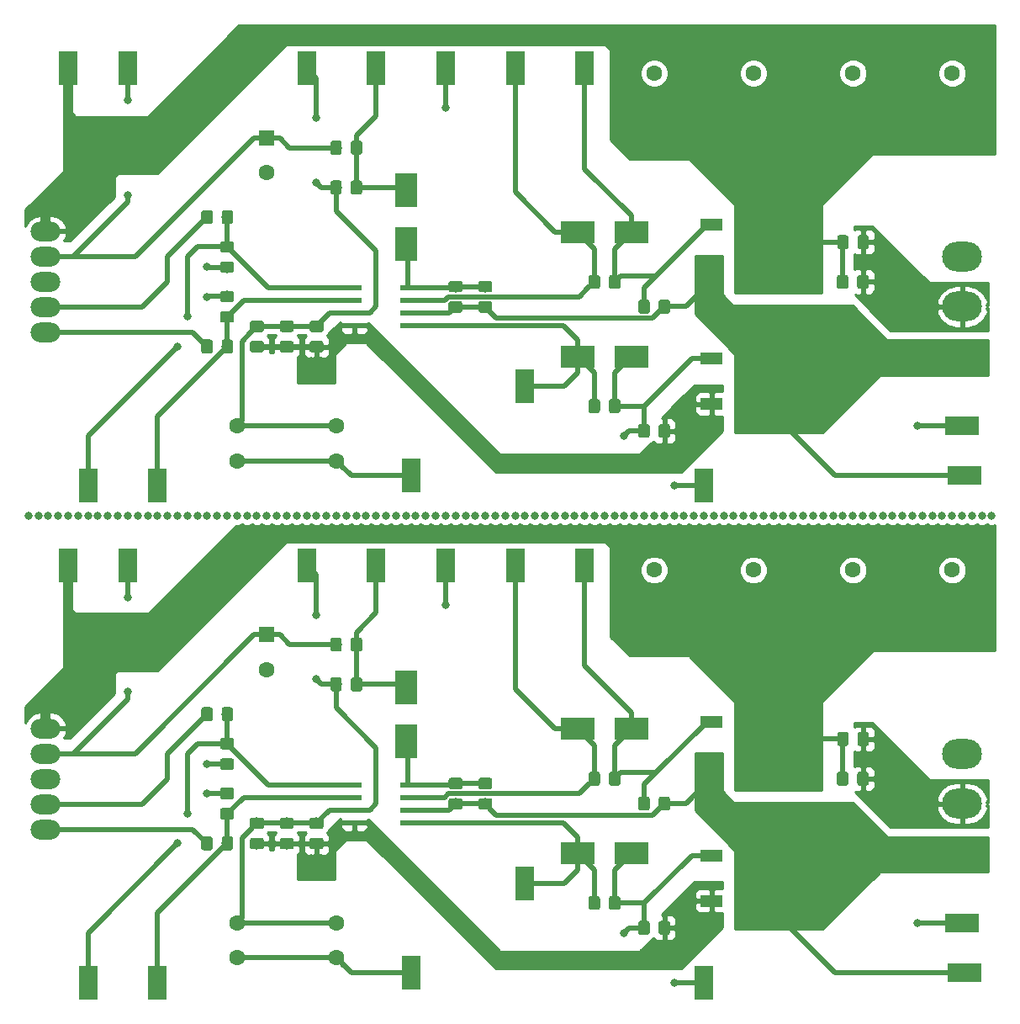
<source format=gbr>
G04 #@! TF.GenerationSoftware,KiCad,Pcbnew,5.0.2+dfsg1-1~bpo9+1*
G04 #@! TF.CreationDate,2020-01-01T01:09:12-05:00*
G04 #@! TF.ProjectId,UCCTest,55434354-6573-4742-9e6b-696361645f70,rev?*
G04 #@! TF.SameCoordinates,Original*
G04 #@! TF.FileFunction,Copper,L1,Top*
G04 #@! TF.FilePolarity,Positive*
%FSLAX46Y46*%
G04 Gerber Fmt 4.6, Leading zero omitted, Abs format (unit mm)*
G04 Created by KiCad (PCBNEW 5.0.2+dfsg1-1~bpo9+1) date Wed 01 Jan 2020 01:09:12 AM EST*
%MOMM*%
%LPD*%
G01*
G04 APERTURE LIST*
G04 #@! TA.AperFunction,SMDPad,CuDef*
%ADD10R,3.500000X2.300000*%
G04 #@! TD*
G04 #@! TA.AperFunction,Conductor*
%ADD11C,0.100000*%
G04 #@! TD*
G04 #@! TA.AperFunction,SMDPad,CuDef*
%ADD12C,1.150000*%
G04 #@! TD*
G04 #@! TA.AperFunction,ComponentPad*
%ADD13R,1.600000X1.600000*%
G04 #@! TD*
G04 #@! TA.AperFunction,ComponentPad*
%ADD14C,1.600000*%
G04 #@! TD*
G04 #@! TA.AperFunction,SMDPad,CuDef*
%ADD15R,1.550000X0.600000*%
G04 #@! TD*
G04 #@! TA.AperFunction,SMDPad,CuDef*
%ADD16R,1.850000X3.450000*%
G04 #@! TD*
G04 #@! TA.AperFunction,SMDPad,CuDef*
%ADD17R,3.450000X1.850000*%
G04 #@! TD*
G04 #@! TA.AperFunction,ComponentPad*
%ADD18O,3.000000X2.000000*%
G04 #@! TD*
G04 #@! TA.AperFunction,SMDPad,CuDef*
%ADD19R,6.400000X5.800000*%
G04 #@! TD*
G04 #@! TA.AperFunction,SMDPad,CuDef*
%ADD20R,2.200000X1.200000*%
G04 #@! TD*
G04 #@! TA.AperFunction,ComponentPad*
%ADD21O,4.000000X3.000000*%
G04 #@! TD*
G04 #@! TA.AperFunction,SMDPad,CuDef*
%ADD22R,2.300000X3.500000*%
G04 #@! TD*
G04 #@! TA.AperFunction,ViaPad*
%ADD23C,0.800000*%
G04 #@! TD*
G04 #@! TA.AperFunction,Conductor*
%ADD24C,0.500000*%
G04 #@! TD*
G04 #@! TA.AperFunction,Conductor*
%ADD25C,1.000000*%
G04 #@! TD*
G04 #@! TA.AperFunction,Conductor*
%ADD26C,0.254000*%
G04 #@! TD*
G04 APERTURE END LIST*
D10*
G04 #@! TO.P,D2,2*
G04 #@! TO.N,Net-(D2-Pad2)*
X86700000Y-153500000D03*
G04 #@! TO.P,D2,1*
G04 #@! TO.N,Net-(D2-Pad1)*
X81300000Y-153500000D03*
G04 #@! TD*
D11*
G04 #@! TO.N,+24V*
G04 #@! TO.C,C16*
G36*
X108324505Y-157801204D02*
X108348773Y-157804804D01*
X108372572Y-157810765D01*
X108395671Y-157819030D01*
X108417850Y-157829520D01*
X108438893Y-157842132D01*
X108458599Y-157856747D01*
X108476777Y-157873223D01*
X108493253Y-157891401D01*
X108507868Y-157911107D01*
X108520480Y-157932150D01*
X108530970Y-157954329D01*
X108539235Y-157977428D01*
X108545196Y-158001227D01*
X108548796Y-158025495D01*
X108550000Y-158049999D01*
X108550000Y-158950001D01*
X108548796Y-158974505D01*
X108545196Y-158998773D01*
X108539235Y-159022572D01*
X108530970Y-159045671D01*
X108520480Y-159067850D01*
X108507868Y-159088893D01*
X108493253Y-159108599D01*
X108476777Y-159126777D01*
X108458599Y-159143253D01*
X108438893Y-159157868D01*
X108417850Y-159170480D01*
X108395671Y-159180970D01*
X108372572Y-159189235D01*
X108348773Y-159195196D01*
X108324505Y-159198796D01*
X108300001Y-159200000D01*
X107649999Y-159200000D01*
X107625495Y-159198796D01*
X107601227Y-159195196D01*
X107577428Y-159189235D01*
X107554329Y-159180970D01*
X107532150Y-159170480D01*
X107511107Y-159157868D01*
X107491401Y-159143253D01*
X107473223Y-159126777D01*
X107456747Y-159108599D01*
X107442132Y-159088893D01*
X107429520Y-159067850D01*
X107419030Y-159045671D01*
X107410765Y-159022572D01*
X107404804Y-158998773D01*
X107401204Y-158974505D01*
X107400000Y-158950001D01*
X107400000Y-158049999D01*
X107401204Y-158025495D01*
X107404804Y-158001227D01*
X107410765Y-157977428D01*
X107419030Y-157954329D01*
X107429520Y-157932150D01*
X107442132Y-157911107D01*
X107456747Y-157891401D01*
X107473223Y-157873223D01*
X107491401Y-157856747D01*
X107511107Y-157842132D01*
X107532150Y-157829520D01*
X107554329Y-157819030D01*
X107577428Y-157810765D01*
X107601227Y-157804804D01*
X107625495Y-157801204D01*
X107649999Y-157800000D01*
X108300001Y-157800000D01*
X108324505Y-157801204D01*
X108324505Y-157801204D01*
G37*
D12*
G04 #@! TD*
G04 #@! TO.P,C16,1*
G04 #@! TO.N,+24V*
X107975000Y-158500000D03*
D11*
G04 #@! TO.N,GND*
G04 #@! TO.C,C16*
G36*
X110374505Y-157801204D02*
X110398773Y-157804804D01*
X110422572Y-157810765D01*
X110445671Y-157819030D01*
X110467850Y-157829520D01*
X110488893Y-157842132D01*
X110508599Y-157856747D01*
X110526777Y-157873223D01*
X110543253Y-157891401D01*
X110557868Y-157911107D01*
X110570480Y-157932150D01*
X110580970Y-157954329D01*
X110589235Y-157977428D01*
X110595196Y-158001227D01*
X110598796Y-158025495D01*
X110600000Y-158049999D01*
X110600000Y-158950001D01*
X110598796Y-158974505D01*
X110595196Y-158998773D01*
X110589235Y-159022572D01*
X110580970Y-159045671D01*
X110570480Y-159067850D01*
X110557868Y-159088893D01*
X110543253Y-159108599D01*
X110526777Y-159126777D01*
X110508599Y-159143253D01*
X110488893Y-159157868D01*
X110467850Y-159170480D01*
X110445671Y-159180970D01*
X110422572Y-159189235D01*
X110398773Y-159195196D01*
X110374505Y-159198796D01*
X110350001Y-159200000D01*
X109699999Y-159200000D01*
X109675495Y-159198796D01*
X109651227Y-159195196D01*
X109627428Y-159189235D01*
X109604329Y-159180970D01*
X109582150Y-159170480D01*
X109561107Y-159157868D01*
X109541401Y-159143253D01*
X109523223Y-159126777D01*
X109506747Y-159108599D01*
X109492132Y-159088893D01*
X109479520Y-159067850D01*
X109469030Y-159045671D01*
X109460765Y-159022572D01*
X109454804Y-158998773D01*
X109451204Y-158974505D01*
X109450000Y-158950001D01*
X109450000Y-158049999D01*
X109451204Y-158025495D01*
X109454804Y-158001227D01*
X109460765Y-157977428D01*
X109469030Y-157954329D01*
X109479520Y-157932150D01*
X109492132Y-157911107D01*
X109506747Y-157891401D01*
X109523223Y-157873223D01*
X109541401Y-157856747D01*
X109561107Y-157842132D01*
X109582150Y-157829520D01*
X109604329Y-157819030D01*
X109627428Y-157810765D01*
X109651227Y-157804804D01*
X109675495Y-157801204D01*
X109699999Y-157800000D01*
X110350001Y-157800000D01*
X110374505Y-157801204D01*
X110374505Y-157801204D01*
G37*
D12*
G04 #@! TD*
G04 #@! TO.P,C16,2*
G04 #@! TO.N,GND*
X110025000Y-158500000D03*
D11*
G04 #@! TO.N,+12V*
G04 #@! TO.C,R2*
G36*
X57324505Y-144301204D02*
X57348773Y-144304804D01*
X57372572Y-144310765D01*
X57395671Y-144319030D01*
X57417850Y-144329520D01*
X57438893Y-144342132D01*
X57458599Y-144356747D01*
X57476777Y-144373223D01*
X57493253Y-144391401D01*
X57507868Y-144411107D01*
X57520480Y-144432150D01*
X57530970Y-144454329D01*
X57539235Y-144477428D01*
X57545196Y-144501227D01*
X57548796Y-144525495D01*
X57550000Y-144549999D01*
X57550000Y-145450001D01*
X57548796Y-145474505D01*
X57545196Y-145498773D01*
X57539235Y-145522572D01*
X57530970Y-145545671D01*
X57520480Y-145567850D01*
X57507868Y-145588893D01*
X57493253Y-145608599D01*
X57476777Y-145626777D01*
X57458599Y-145643253D01*
X57438893Y-145657868D01*
X57417850Y-145670480D01*
X57395671Y-145680970D01*
X57372572Y-145689235D01*
X57348773Y-145695196D01*
X57324505Y-145698796D01*
X57300001Y-145700000D01*
X56649999Y-145700000D01*
X56625495Y-145698796D01*
X56601227Y-145695196D01*
X56577428Y-145689235D01*
X56554329Y-145680970D01*
X56532150Y-145670480D01*
X56511107Y-145657868D01*
X56491401Y-145643253D01*
X56473223Y-145626777D01*
X56456747Y-145608599D01*
X56442132Y-145588893D01*
X56429520Y-145567850D01*
X56419030Y-145545671D01*
X56410765Y-145522572D01*
X56404804Y-145498773D01*
X56401204Y-145474505D01*
X56400000Y-145450001D01*
X56400000Y-144549999D01*
X56401204Y-144525495D01*
X56404804Y-144501227D01*
X56410765Y-144477428D01*
X56419030Y-144454329D01*
X56429520Y-144432150D01*
X56442132Y-144411107D01*
X56456747Y-144391401D01*
X56473223Y-144373223D01*
X56491401Y-144356747D01*
X56511107Y-144342132D01*
X56532150Y-144329520D01*
X56554329Y-144319030D01*
X56577428Y-144310765D01*
X56601227Y-144304804D01*
X56625495Y-144301204D01*
X56649999Y-144300000D01*
X57300001Y-144300000D01*
X57324505Y-144301204D01*
X57324505Y-144301204D01*
G37*
D12*
G04 #@! TD*
G04 #@! TO.P,R2,2*
G04 #@! TO.N,+12V*
X56975000Y-145000000D03*
D11*
G04 #@! TO.N,Net-(D1-Pad2)*
G04 #@! TO.C,R2*
G36*
X59374505Y-144301204D02*
X59398773Y-144304804D01*
X59422572Y-144310765D01*
X59445671Y-144319030D01*
X59467850Y-144329520D01*
X59488893Y-144342132D01*
X59508599Y-144356747D01*
X59526777Y-144373223D01*
X59543253Y-144391401D01*
X59557868Y-144411107D01*
X59570480Y-144432150D01*
X59580970Y-144454329D01*
X59589235Y-144477428D01*
X59595196Y-144501227D01*
X59598796Y-144525495D01*
X59600000Y-144549999D01*
X59600000Y-145450001D01*
X59598796Y-145474505D01*
X59595196Y-145498773D01*
X59589235Y-145522572D01*
X59580970Y-145545671D01*
X59570480Y-145567850D01*
X59557868Y-145588893D01*
X59543253Y-145608599D01*
X59526777Y-145626777D01*
X59508599Y-145643253D01*
X59488893Y-145657868D01*
X59467850Y-145670480D01*
X59445671Y-145680970D01*
X59422572Y-145689235D01*
X59398773Y-145695196D01*
X59374505Y-145698796D01*
X59350001Y-145700000D01*
X58699999Y-145700000D01*
X58675495Y-145698796D01*
X58651227Y-145695196D01*
X58627428Y-145689235D01*
X58604329Y-145680970D01*
X58582150Y-145670480D01*
X58561107Y-145657868D01*
X58541401Y-145643253D01*
X58523223Y-145626777D01*
X58506747Y-145608599D01*
X58492132Y-145588893D01*
X58479520Y-145567850D01*
X58469030Y-145545671D01*
X58460765Y-145522572D01*
X58454804Y-145498773D01*
X58451204Y-145474505D01*
X58450000Y-145450001D01*
X58450000Y-144549999D01*
X58451204Y-144525495D01*
X58454804Y-144501227D01*
X58460765Y-144477428D01*
X58469030Y-144454329D01*
X58479520Y-144432150D01*
X58492132Y-144411107D01*
X58506747Y-144391401D01*
X58523223Y-144373223D01*
X58541401Y-144356747D01*
X58561107Y-144342132D01*
X58582150Y-144329520D01*
X58604329Y-144319030D01*
X58627428Y-144310765D01*
X58651227Y-144304804D01*
X58675495Y-144301204D01*
X58699999Y-144300000D01*
X59350001Y-144300000D01*
X59374505Y-144301204D01*
X59374505Y-144301204D01*
G37*
D12*
G04 #@! TD*
G04 #@! TO.P,R2,1*
G04 #@! TO.N,Net-(D1-Pad2)*
X59025000Y-145000000D03*
D11*
G04 #@! TO.N,Net-(D1-Pad2)*
G04 #@! TO.C,R4*
G36*
X59374505Y-148301204D02*
X59398773Y-148304804D01*
X59422572Y-148310765D01*
X59445671Y-148319030D01*
X59467850Y-148329520D01*
X59488893Y-148342132D01*
X59508599Y-148356747D01*
X59526777Y-148373223D01*
X59543253Y-148391401D01*
X59557868Y-148411107D01*
X59570480Y-148432150D01*
X59580970Y-148454329D01*
X59589235Y-148477428D01*
X59595196Y-148501227D01*
X59598796Y-148525495D01*
X59600000Y-148549999D01*
X59600000Y-149450001D01*
X59598796Y-149474505D01*
X59595196Y-149498773D01*
X59589235Y-149522572D01*
X59580970Y-149545671D01*
X59570480Y-149567850D01*
X59557868Y-149588893D01*
X59543253Y-149608599D01*
X59526777Y-149626777D01*
X59508599Y-149643253D01*
X59488893Y-149657868D01*
X59467850Y-149670480D01*
X59445671Y-149680970D01*
X59422572Y-149689235D01*
X59398773Y-149695196D01*
X59374505Y-149698796D01*
X59350001Y-149700000D01*
X58699999Y-149700000D01*
X58675495Y-149698796D01*
X58651227Y-149695196D01*
X58627428Y-149689235D01*
X58604329Y-149680970D01*
X58582150Y-149670480D01*
X58561107Y-149657868D01*
X58541401Y-149643253D01*
X58523223Y-149626777D01*
X58506747Y-149608599D01*
X58492132Y-149588893D01*
X58479520Y-149567850D01*
X58469030Y-149545671D01*
X58460765Y-149522572D01*
X58454804Y-149498773D01*
X58451204Y-149474505D01*
X58450000Y-149450001D01*
X58450000Y-148549999D01*
X58451204Y-148525495D01*
X58454804Y-148501227D01*
X58460765Y-148477428D01*
X58469030Y-148454329D01*
X58479520Y-148432150D01*
X58492132Y-148411107D01*
X58506747Y-148391401D01*
X58523223Y-148373223D01*
X58541401Y-148356747D01*
X58561107Y-148342132D01*
X58582150Y-148329520D01*
X58604329Y-148319030D01*
X58627428Y-148310765D01*
X58651227Y-148304804D01*
X58675495Y-148301204D01*
X58699999Y-148300000D01*
X59350001Y-148300000D01*
X59374505Y-148301204D01*
X59374505Y-148301204D01*
G37*
D12*
G04 #@! TD*
G04 #@! TO.P,R4,2*
G04 #@! TO.N,Net-(D1-Pad2)*
X59025000Y-149000000D03*
D11*
G04 #@! TO.N,Net-(C4-Pad1)*
G04 #@! TO.C,R4*
G36*
X57324505Y-148301204D02*
X57348773Y-148304804D01*
X57372572Y-148310765D01*
X57395671Y-148319030D01*
X57417850Y-148329520D01*
X57438893Y-148342132D01*
X57458599Y-148356747D01*
X57476777Y-148373223D01*
X57493253Y-148391401D01*
X57507868Y-148411107D01*
X57520480Y-148432150D01*
X57530970Y-148454329D01*
X57539235Y-148477428D01*
X57545196Y-148501227D01*
X57548796Y-148525495D01*
X57550000Y-148549999D01*
X57550000Y-149450001D01*
X57548796Y-149474505D01*
X57545196Y-149498773D01*
X57539235Y-149522572D01*
X57530970Y-149545671D01*
X57520480Y-149567850D01*
X57507868Y-149588893D01*
X57493253Y-149608599D01*
X57476777Y-149626777D01*
X57458599Y-149643253D01*
X57438893Y-149657868D01*
X57417850Y-149670480D01*
X57395671Y-149680970D01*
X57372572Y-149689235D01*
X57348773Y-149695196D01*
X57324505Y-149698796D01*
X57300001Y-149700000D01*
X56649999Y-149700000D01*
X56625495Y-149698796D01*
X56601227Y-149695196D01*
X56577428Y-149689235D01*
X56554329Y-149680970D01*
X56532150Y-149670480D01*
X56511107Y-149657868D01*
X56491401Y-149643253D01*
X56473223Y-149626777D01*
X56456747Y-149608599D01*
X56442132Y-149588893D01*
X56429520Y-149567850D01*
X56419030Y-149545671D01*
X56410765Y-149522572D01*
X56404804Y-149498773D01*
X56401204Y-149474505D01*
X56400000Y-149450001D01*
X56400000Y-148549999D01*
X56401204Y-148525495D01*
X56404804Y-148501227D01*
X56410765Y-148477428D01*
X56419030Y-148454329D01*
X56429520Y-148432150D01*
X56442132Y-148411107D01*
X56456747Y-148391401D01*
X56473223Y-148373223D01*
X56491401Y-148356747D01*
X56511107Y-148342132D01*
X56532150Y-148329520D01*
X56554329Y-148319030D01*
X56577428Y-148310765D01*
X56601227Y-148304804D01*
X56625495Y-148301204D01*
X56649999Y-148300000D01*
X57300001Y-148300000D01*
X57324505Y-148301204D01*
X57324505Y-148301204D01*
G37*
D12*
G04 #@! TD*
G04 #@! TO.P,R4,1*
G04 #@! TO.N,Net-(C4-Pad1)*
X56975000Y-149000000D03*
D11*
G04 #@! TO.N,GND*
G04 #@! TO.C,R7*
G36*
X90374505Y-172801204D02*
X90398773Y-172804804D01*
X90422572Y-172810765D01*
X90445671Y-172819030D01*
X90467850Y-172829520D01*
X90488893Y-172842132D01*
X90508599Y-172856747D01*
X90526777Y-172873223D01*
X90543253Y-172891401D01*
X90557868Y-172911107D01*
X90570480Y-172932150D01*
X90580970Y-172954329D01*
X90589235Y-172977428D01*
X90595196Y-173001227D01*
X90598796Y-173025495D01*
X90600000Y-173049999D01*
X90600000Y-173950001D01*
X90598796Y-173974505D01*
X90595196Y-173998773D01*
X90589235Y-174022572D01*
X90580970Y-174045671D01*
X90570480Y-174067850D01*
X90557868Y-174088893D01*
X90543253Y-174108599D01*
X90526777Y-174126777D01*
X90508599Y-174143253D01*
X90488893Y-174157868D01*
X90467850Y-174170480D01*
X90445671Y-174180970D01*
X90422572Y-174189235D01*
X90398773Y-174195196D01*
X90374505Y-174198796D01*
X90350001Y-174200000D01*
X89699999Y-174200000D01*
X89675495Y-174198796D01*
X89651227Y-174195196D01*
X89627428Y-174189235D01*
X89604329Y-174180970D01*
X89582150Y-174170480D01*
X89561107Y-174157868D01*
X89541401Y-174143253D01*
X89523223Y-174126777D01*
X89506747Y-174108599D01*
X89492132Y-174088893D01*
X89479520Y-174067850D01*
X89469030Y-174045671D01*
X89460765Y-174022572D01*
X89454804Y-173998773D01*
X89451204Y-173974505D01*
X89450000Y-173950001D01*
X89450000Y-173049999D01*
X89451204Y-173025495D01*
X89454804Y-173001227D01*
X89460765Y-172977428D01*
X89469030Y-172954329D01*
X89479520Y-172932150D01*
X89492132Y-172911107D01*
X89506747Y-172891401D01*
X89523223Y-172873223D01*
X89541401Y-172856747D01*
X89561107Y-172842132D01*
X89582150Y-172829520D01*
X89604329Y-172819030D01*
X89627428Y-172810765D01*
X89651227Y-172804804D01*
X89675495Y-172801204D01*
X89699999Y-172800000D01*
X90350001Y-172800000D01*
X90374505Y-172801204D01*
X90374505Y-172801204D01*
G37*
D12*
G04 #@! TD*
G04 #@! TO.P,R7,2*
G04 #@! TO.N,GND*
X90025000Y-173500000D03*
D11*
G04 #@! TO.N,Net-(D3-Pad2)*
G04 #@! TO.C,R7*
G36*
X88324505Y-172801204D02*
X88348773Y-172804804D01*
X88372572Y-172810765D01*
X88395671Y-172819030D01*
X88417850Y-172829520D01*
X88438893Y-172842132D01*
X88458599Y-172856747D01*
X88476777Y-172873223D01*
X88493253Y-172891401D01*
X88507868Y-172911107D01*
X88520480Y-172932150D01*
X88530970Y-172954329D01*
X88539235Y-172977428D01*
X88545196Y-173001227D01*
X88548796Y-173025495D01*
X88550000Y-173049999D01*
X88550000Y-173950001D01*
X88548796Y-173974505D01*
X88545196Y-173998773D01*
X88539235Y-174022572D01*
X88530970Y-174045671D01*
X88520480Y-174067850D01*
X88507868Y-174088893D01*
X88493253Y-174108599D01*
X88476777Y-174126777D01*
X88458599Y-174143253D01*
X88438893Y-174157868D01*
X88417850Y-174170480D01*
X88395671Y-174180970D01*
X88372572Y-174189235D01*
X88348773Y-174195196D01*
X88324505Y-174198796D01*
X88300001Y-174200000D01*
X87649999Y-174200000D01*
X87625495Y-174198796D01*
X87601227Y-174195196D01*
X87577428Y-174189235D01*
X87554329Y-174180970D01*
X87532150Y-174170480D01*
X87511107Y-174157868D01*
X87491401Y-174143253D01*
X87473223Y-174126777D01*
X87456747Y-174108599D01*
X87442132Y-174088893D01*
X87429520Y-174067850D01*
X87419030Y-174045671D01*
X87410765Y-174022572D01*
X87404804Y-173998773D01*
X87401204Y-173974505D01*
X87400000Y-173950001D01*
X87400000Y-173049999D01*
X87401204Y-173025495D01*
X87404804Y-173001227D01*
X87410765Y-172977428D01*
X87419030Y-172954329D01*
X87429520Y-172932150D01*
X87442132Y-172911107D01*
X87456747Y-172891401D01*
X87473223Y-172873223D01*
X87491401Y-172856747D01*
X87511107Y-172842132D01*
X87532150Y-172829520D01*
X87554329Y-172819030D01*
X87577428Y-172810765D01*
X87601227Y-172804804D01*
X87625495Y-172801204D01*
X87649999Y-172800000D01*
X88300001Y-172800000D01*
X88324505Y-172801204D01*
X88324505Y-172801204D01*
G37*
D12*
G04 #@! TD*
G04 #@! TO.P,R7,1*
G04 #@! TO.N,Net-(D3-Pad2)*
X87975000Y-173500000D03*
D11*
G04 #@! TO.N,GND*
G04 #@! TO.C,C15*
G36*
X110399505Y-153801204D02*
X110423773Y-153804804D01*
X110447572Y-153810765D01*
X110470671Y-153819030D01*
X110492850Y-153829520D01*
X110513893Y-153842132D01*
X110533599Y-153856747D01*
X110551777Y-153873223D01*
X110568253Y-153891401D01*
X110582868Y-153911107D01*
X110595480Y-153932150D01*
X110605970Y-153954329D01*
X110614235Y-153977428D01*
X110620196Y-154001227D01*
X110623796Y-154025495D01*
X110625000Y-154049999D01*
X110625000Y-154950001D01*
X110623796Y-154974505D01*
X110620196Y-154998773D01*
X110614235Y-155022572D01*
X110605970Y-155045671D01*
X110595480Y-155067850D01*
X110582868Y-155088893D01*
X110568253Y-155108599D01*
X110551777Y-155126777D01*
X110533599Y-155143253D01*
X110513893Y-155157868D01*
X110492850Y-155170480D01*
X110470671Y-155180970D01*
X110447572Y-155189235D01*
X110423773Y-155195196D01*
X110399505Y-155198796D01*
X110375001Y-155200000D01*
X109724999Y-155200000D01*
X109700495Y-155198796D01*
X109676227Y-155195196D01*
X109652428Y-155189235D01*
X109629329Y-155180970D01*
X109607150Y-155170480D01*
X109586107Y-155157868D01*
X109566401Y-155143253D01*
X109548223Y-155126777D01*
X109531747Y-155108599D01*
X109517132Y-155088893D01*
X109504520Y-155067850D01*
X109494030Y-155045671D01*
X109485765Y-155022572D01*
X109479804Y-154998773D01*
X109476204Y-154974505D01*
X109475000Y-154950001D01*
X109475000Y-154049999D01*
X109476204Y-154025495D01*
X109479804Y-154001227D01*
X109485765Y-153977428D01*
X109494030Y-153954329D01*
X109504520Y-153932150D01*
X109517132Y-153911107D01*
X109531747Y-153891401D01*
X109548223Y-153873223D01*
X109566401Y-153856747D01*
X109586107Y-153842132D01*
X109607150Y-153829520D01*
X109629329Y-153819030D01*
X109652428Y-153810765D01*
X109676227Y-153804804D01*
X109700495Y-153801204D01*
X109724999Y-153800000D01*
X110375001Y-153800000D01*
X110399505Y-153801204D01*
X110399505Y-153801204D01*
G37*
D12*
G04 #@! TD*
G04 #@! TO.P,C15,2*
G04 #@! TO.N,GND*
X110050000Y-154500000D03*
D11*
G04 #@! TO.N,+24V*
G04 #@! TO.C,C15*
G36*
X108349505Y-153801204D02*
X108373773Y-153804804D01*
X108397572Y-153810765D01*
X108420671Y-153819030D01*
X108442850Y-153829520D01*
X108463893Y-153842132D01*
X108483599Y-153856747D01*
X108501777Y-153873223D01*
X108518253Y-153891401D01*
X108532868Y-153911107D01*
X108545480Y-153932150D01*
X108555970Y-153954329D01*
X108564235Y-153977428D01*
X108570196Y-154001227D01*
X108573796Y-154025495D01*
X108575000Y-154049999D01*
X108575000Y-154950001D01*
X108573796Y-154974505D01*
X108570196Y-154998773D01*
X108564235Y-155022572D01*
X108555970Y-155045671D01*
X108545480Y-155067850D01*
X108532868Y-155088893D01*
X108518253Y-155108599D01*
X108501777Y-155126777D01*
X108483599Y-155143253D01*
X108463893Y-155157868D01*
X108442850Y-155170480D01*
X108420671Y-155180970D01*
X108397572Y-155189235D01*
X108373773Y-155195196D01*
X108349505Y-155198796D01*
X108325001Y-155200000D01*
X107674999Y-155200000D01*
X107650495Y-155198796D01*
X107626227Y-155195196D01*
X107602428Y-155189235D01*
X107579329Y-155180970D01*
X107557150Y-155170480D01*
X107536107Y-155157868D01*
X107516401Y-155143253D01*
X107498223Y-155126777D01*
X107481747Y-155108599D01*
X107467132Y-155088893D01*
X107454520Y-155067850D01*
X107444030Y-155045671D01*
X107435765Y-155022572D01*
X107429804Y-154998773D01*
X107426204Y-154974505D01*
X107425000Y-154950001D01*
X107425000Y-154049999D01*
X107426204Y-154025495D01*
X107429804Y-154001227D01*
X107435765Y-153977428D01*
X107444030Y-153954329D01*
X107454520Y-153932150D01*
X107467132Y-153911107D01*
X107481747Y-153891401D01*
X107498223Y-153873223D01*
X107516401Y-153856747D01*
X107536107Y-153842132D01*
X107557150Y-153829520D01*
X107579329Y-153819030D01*
X107602428Y-153810765D01*
X107626227Y-153804804D01*
X107650495Y-153801204D01*
X107674999Y-153800000D01*
X108325001Y-153800000D01*
X108349505Y-153801204D01*
X108349505Y-153801204D01*
G37*
D12*
G04 #@! TD*
G04 #@! TO.P,C15,1*
G04 #@! TO.N,+24V*
X108000000Y-154500000D03*
D11*
G04 #@! TO.N,Net-(C3-Pad1)*
G04 #@! TO.C,R3*
G36*
X46374505Y-164301204D02*
X46398773Y-164304804D01*
X46422572Y-164310765D01*
X46445671Y-164319030D01*
X46467850Y-164329520D01*
X46488893Y-164342132D01*
X46508599Y-164356747D01*
X46526777Y-164373223D01*
X46543253Y-164391401D01*
X46557868Y-164411107D01*
X46570480Y-164432150D01*
X46580970Y-164454329D01*
X46589235Y-164477428D01*
X46595196Y-164501227D01*
X46598796Y-164525495D01*
X46600000Y-164549999D01*
X46600000Y-165450001D01*
X46598796Y-165474505D01*
X46595196Y-165498773D01*
X46589235Y-165522572D01*
X46580970Y-165545671D01*
X46570480Y-165567850D01*
X46557868Y-165588893D01*
X46543253Y-165608599D01*
X46526777Y-165626777D01*
X46508599Y-165643253D01*
X46488893Y-165657868D01*
X46467850Y-165670480D01*
X46445671Y-165680970D01*
X46422572Y-165689235D01*
X46398773Y-165695196D01*
X46374505Y-165698796D01*
X46350001Y-165700000D01*
X45699999Y-165700000D01*
X45675495Y-165698796D01*
X45651227Y-165695196D01*
X45627428Y-165689235D01*
X45604329Y-165680970D01*
X45582150Y-165670480D01*
X45561107Y-165657868D01*
X45541401Y-165643253D01*
X45523223Y-165626777D01*
X45506747Y-165608599D01*
X45492132Y-165588893D01*
X45479520Y-165567850D01*
X45469030Y-165545671D01*
X45460765Y-165522572D01*
X45454804Y-165498773D01*
X45451204Y-165474505D01*
X45450000Y-165450001D01*
X45450000Y-164549999D01*
X45451204Y-164525495D01*
X45454804Y-164501227D01*
X45460765Y-164477428D01*
X45469030Y-164454329D01*
X45479520Y-164432150D01*
X45492132Y-164411107D01*
X45506747Y-164391401D01*
X45523223Y-164373223D01*
X45541401Y-164356747D01*
X45561107Y-164342132D01*
X45582150Y-164329520D01*
X45604329Y-164319030D01*
X45627428Y-164310765D01*
X45651227Y-164304804D01*
X45675495Y-164301204D01*
X45699999Y-164300000D01*
X46350001Y-164300000D01*
X46374505Y-164301204D01*
X46374505Y-164301204D01*
G37*
D12*
G04 #@! TD*
G04 #@! TO.P,R3,1*
G04 #@! TO.N,Net-(C3-Pad1)*
X46025000Y-165000000D03*
D11*
G04 #@! TO.N,Net-(J1-Pad1)*
G04 #@! TO.C,R3*
G36*
X44324505Y-164301204D02*
X44348773Y-164304804D01*
X44372572Y-164310765D01*
X44395671Y-164319030D01*
X44417850Y-164329520D01*
X44438893Y-164342132D01*
X44458599Y-164356747D01*
X44476777Y-164373223D01*
X44493253Y-164391401D01*
X44507868Y-164411107D01*
X44520480Y-164432150D01*
X44530970Y-164454329D01*
X44539235Y-164477428D01*
X44545196Y-164501227D01*
X44548796Y-164525495D01*
X44550000Y-164549999D01*
X44550000Y-165450001D01*
X44548796Y-165474505D01*
X44545196Y-165498773D01*
X44539235Y-165522572D01*
X44530970Y-165545671D01*
X44520480Y-165567850D01*
X44507868Y-165588893D01*
X44493253Y-165608599D01*
X44476777Y-165626777D01*
X44458599Y-165643253D01*
X44438893Y-165657868D01*
X44417850Y-165670480D01*
X44395671Y-165680970D01*
X44372572Y-165689235D01*
X44348773Y-165695196D01*
X44324505Y-165698796D01*
X44300001Y-165700000D01*
X43649999Y-165700000D01*
X43625495Y-165698796D01*
X43601227Y-165695196D01*
X43577428Y-165689235D01*
X43554329Y-165680970D01*
X43532150Y-165670480D01*
X43511107Y-165657868D01*
X43491401Y-165643253D01*
X43473223Y-165626777D01*
X43456747Y-165608599D01*
X43442132Y-165588893D01*
X43429520Y-165567850D01*
X43419030Y-165545671D01*
X43410765Y-165522572D01*
X43404804Y-165498773D01*
X43401204Y-165474505D01*
X43400000Y-165450001D01*
X43400000Y-164549999D01*
X43401204Y-164525495D01*
X43404804Y-164501227D01*
X43410765Y-164477428D01*
X43419030Y-164454329D01*
X43429520Y-164432150D01*
X43442132Y-164411107D01*
X43456747Y-164391401D01*
X43473223Y-164373223D01*
X43491401Y-164356747D01*
X43511107Y-164342132D01*
X43532150Y-164329520D01*
X43554329Y-164319030D01*
X43577428Y-164310765D01*
X43601227Y-164304804D01*
X43625495Y-164301204D01*
X43649999Y-164300000D01*
X44300001Y-164300000D01*
X44324505Y-164301204D01*
X44324505Y-164301204D01*
G37*
D12*
G04 #@! TD*
G04 #@! TO.P,R3,2*
G04 #@! TO.N,Net-(J1-Pad1)*
X43975000Y-165000000D03*
D11*
G04 #@! TO.N,Net-(D3-Pad2)*
G04 #@! TO.C,R6*
G36*
X85374505Y-170301204D02*
X85398773Y-170304804D01*
X85422572Y-170310765D01*
X85445671Y-170319030D01*
X85467850Y-170329520D01*
X85488893Y-170342132D01*
X85508599Y-170356747D01*
X85526777Y-170373223D01*
X85543253Y-170391401D01*
X85557868Y-170411107D01*
X85570480Y-170432150D01*
X85580970Y-170454329D01*
X85589235Y-170477428D01*
X85595196Y-170501227D01*
X85598796Y-170525495D01*
X85600000Y-170549999D01*
X85600000Y-171450001D01*
X85598796Y-171474505D01*
X85595196Y-171498773D01*
X85589235Y-171522572D01*
X85580970Y-171545671D01*
X85570480Y-171567850D01*
X85557868Y-171588893D01*
X85543253Y-171608599D01*
X85526777Y-171626777D01*
X85508599Y-171643253D01*
X85488893Y-171657868D01*
X85467850Y-171670480D01*
X85445671Y-171680970D01*
X85422572Y-171689235D01*
X85398773Y-171695196D01*
X85374505Y-171698796D01*
X85350001Y-171700000D01*
X84699999Y-171700000D01*
X84675495Y-171698796D01*
X84651227Y-171695196D01*
X84627428Y-171689235D01*
X84604329Y-171680970D01*
X84582150Y-171670480D01*
X84561107Y-171657868D01*
X84541401Y-171643253D01*
X84523223Y-171626777D01*
X84506747Y-171608599D01*
X84492132Y-171588893D01*
X84479520Y-171567850D01*
X84469030Y-171545671D01*
X84460765Y-171522572D01*
X84454804Y-171498773D01*
X84451204Y-171474505D01*
X84450000Y-171450001D01*
X84450000Y-170549999D01*
X84451204Y-170525495D01*
X84454804Y-170501227D01*
X84460765Y-170477428D01*
X84469030Y-170454329D01*
X84479520Y-170432150D01*
X84492132Y-170411107D01*
X84506747Y-170391401D01*
X84523223Y-170373223D01*
X84541401Y-170356747D01*
X84561107Y-170342132D01*
X84582150Y-170329520D01*
X84604329Y-170319030D01*
X84627428Y-170310765D01*
X84651227Y-170304804D01*
X84675495Y-170301204D01*
X84699999Y-170300000D01*
X85350001Y-170300000D01*
X85374505Y-170301204D01*
X85374505Y-170301204D01*
G37*
D12*
G04 #@! TD*
G04 #@! TO.P,R6,1*
G04 #@! TO.N,Net-(D3-Pad2)*
X85025000Y-171000000D03*
D11*
G04 #@! TO.N,Net-(D3-Pad1)*
G04 #@! TO.C,R6*
G36*
X83324505Y-170301204D02*
X83348773Y-170304804D01*
X83372572Y-170310765D01*
X83395671Y-170319030D01*
X83417850Y-170329520D01*
X83438893Y-170342132D01*
X83458599Y-170356747D01*
X83476777Y-170373223D01*
X83493253Y-170391401D01*
X83507868Y-170411107D01*
X83520480Y-170432150D01*
X83530970Y-170454329D01*
X83539235Y-170477428D01*
X83545196Y-170501227D01*
X83548796Y-170525495D01*
X83550000Y-170549999D01*
X83550000Y-171450001D01*
X83548796Y-171474505D01*
X83545196Y-171498773D01*
X83539235Y-171522572D01*
X83530970Y-171545671D01*
X83520480Y-171567850D01*
X83507868Y-171588893D01*
X83493253Y-171608599D01*
X83476777Y-171626777D01*
X83458599Y-171643253D01*
X83438893Y-171657868D01*
X83417850Y-171670480D01*
X83395671Y-171680970D01*
X83372572Y-171689235D01*
X83348773Y-171695196D01*
X83324505Y-171698796D01*
X83300001Y-171700000D01*
X82649999Y-171700000D01*
X82625495Y-171698796D01*
X82601227Y-171695196D01*
X82577428Y-171689235D01*
X82554329Y-171680970D01*
X82532150Y-171670480D01*
X82511107Y-171657868D01*
X82491401Y-171643253D01*
X82473223Y-171626777D01*
X82456747Y-171608599D01*
X82442132Y-171588893D01*
X82429520Y-171567850D01*
X82419030Y-171545671D01*
X82410765Y-171522572D01*
X82404804Y-171498773D01*
X82401204Y-171474505D01*
X82400000Y-171450001D01*
X82400000Y-170549999D01*
X82401204Y-170525495D01*
X82404804Y-170501227D01*
X82410765Y-170477428D01*
X82419030Y-170454329D01*
X82429520Y-170432150D01*
X82442132Y-170411107D01*
X82456747Y-170391401D01*
X82473223Y-170373223D01*
X82491401Y-170356747D01*
X82511107Y-170342132D01*
X82532150Y-170329520D01*
X82554329Y-170319030D01*
X82577428Y-170310765D01*
X82601227Y-170304804D01*
X82625495Y-170301204D01*
X82649999Y-170300000D01*
X83300001Y-170300000D01*
X83324505Y-170301204D01*
X83324505Y-170301204D01*
G37*
D12*
G04 #@! TD*
G04 #@! TO.P,R6,2*
G04 #@! TO.N,Net-(D3-Pad1)*
X82975000Y-171000000D03*
D13*
G04 #@! TO.P,C14,1*
G04 #@! TO.N,+24V*
X119000000Y-141000000D03*
D14*
G04 #@! TO.P,C14,2*
G04 #@! TO.N,GND*
X119000000Y-137500000D03*
G04 #@! TD*
D15*
G04 #@! TO.P,U1,8*
G04 #@! TO.N,Net-(C10-Pad2)*
X64200000Y-159095000D03*
G04 #@! TO.P,U1,7*
G04 #@! TO.N,Net-(D2-Pad1)*
X64200000Y-160365000D03*
G04 #@! TO.P,U1,6*
G04 #@! TO.N,Net-(C10-Pad1)*
X64200000Y-161635000D03*
G04 #@! TO.P,U1,5*
G04 #@! TO.N,Net-(D3-Pad1)*
X64200000Y-162905000D03*
G04 #@! TO.P,U1,4*
G04 #@! TO.N,GND*
X58800000Y-162905000D03*
G04 #@! TO.P,U1,3*
G04 #@! TO.N,Net-(C4-Pad1)*
X58800000Y-161635000D03*
G04 #@! TO.P,U1,2*
G04 #@! TO.N,Net-(C3-Pad1)*
X58800000Y-160365000D03*
G04 #@! TO.P,U1,1*
G04 #@! TO.N,Net-(C2-Pad1)*
X58800000Y-159095000D03*
G04 #@! TD*
D16*
G04 #@! TO.P,TP-24V,1*
G04 #@! TO.N,+24V*
X30000000Y-137000000D03*
G04 #@! TD*
D17*
G04 #@! TO.P,TP-GND,1*
G04 #@! TO.N,GND*
X120000000Y-173000000D03*
G04 #@! TD*
D16*
G04 #@! TO.P,TP-GND,1*
G04 #@! TO.N,GND*
X68000000Y-137000000D03*
G04 #@! TD*
G04 #@! TO.P,TP-BottomDrive,1*
G04 #@! TO.N,Net-(D3-Pad1)*
X76000000Y-169000000D03*
G04 #@! TD*
D17*
G04 #@! TO.P,TP-Output,1*
G04 #@! TO.N,Net-(C10-Pad1)*
X120250000Y-178000000D03*
G04 #@! TD*
D13*
G04 #@! TO.P,C12,1*
G04 #@! TO.N,+24V*
X89000000Y-141000000D03*
D14*
G04 #@! TO.P,C12,2*
G04 #@! TO.N,GND*
X89000000Y-137500000D03*
G04 #@! TD*
D11*
G04 #@! TO.N,Net-(C10-Pad1)*
G04 #@! TO.C,R8*
G36*
X90374505Y-160301204D02*
X90398773Y-160304804D01*
X90422572Y-160310765D01*
X90445671Y-160319030D01*
X90467850Y-160329520D01*
X90488893Y-160342132D01*
X90508599Y-160356747D01*
X90526777Y-160373223D01*
X90543253Y-160391401D01*
X90557868Y-160411107D01*
X90570480Y-160432150D01*
X90580970Y-160454329D01*
X90589235Y-160477428D01*
X90595196Y-160501227D01*
X90598796Y-160525495D01*
X90600000Y-160549999D01*
X90600000Y-161450001D01*
X90598796Y-161474505D01*
X90595196Y-161498773D01*
X90589235Y-161522572D01*
X90580970Y-161545671D01*
X90570480Y-161567850D01*
X90557868Y-161588893D01*
X90543253Y-161608599D01*
X90526777Y-161626777D01*
X90508599Y-161643253D01*
X90488893Y-161657868D01*
X90467850Y-161670480D01*
X90445671Y-161680970D01*
X90422572Y-161689235D01*
X90398773Y-161695196D01*
X90374505Y-161698796D01*
X90350001Y-161700000D01*
X89699999Y-161700000D01*
X89675495Y-161698796D01*
X89651227Y-161695196D01*
X89627428Y-161689235D01*
X89604329Y-161680970D01*
X89582150Y-161670480D01*
X89561107Y-161657868D01*
X89541401Y-161643253D01*
X89523223Y-161626777D01*
X89506747Y-161608599D01*
X89492132Y-161588893D01*
X89479520Y-161567850D01*
X89469030Y-161545671D01*
X89460765Y-161522572D01*
X89454804Y-161498773D01*
X89451204Y-161474505D01*
X89450000Y-161450001D01*
X89450000Y-160549999D01*
X89451204Y-160525495D01*
X89454804Y-160501227D01*
X89460765Y-160477428D01*
X89469030Y-160454329D01*
X89479520Y-160432150D01*
X89492132Y-160411107D01*
X89506747Y-160391401D01*
X89523223Y-160373223D01*
X89541401Y-160356747D01*
X89561107Y-160342132D01*
X89582150Y-160329520D01*
X89604329Y-160319030D01*
X89627428Y-160310765D01*
X89651227Y-160304804D01*
X89675495Y-160301204D01*
X89699999Y-160300000D01*
X90350001Y-160300000D01*
X90374505Y-160301204D01*
X90374505Y-160301204D01*
G37*
D12*
G04 #@! TD*
G04 #@! TO.P,R8,2*
G04 #@! TO.N,Net-(C10-Pad1)*
X90025000Y-161000000D03*
D11*
G04 #@! TO.N,Net-(D2-Pad2)*
G04 #@! TO.C,R8*
G36*
X88324505Y-160301204D02*
X88348773Y-160304804D01*
X88372572Y-160310765D01*
X88395671Y-160319030D01*
X88417850Y-160329520D01*
X88438893Y-160342132D01*
X88458599Y-160356747D01*
X88476777Y-160373223D01*
X88493253Y-160391401D01*
X88507868Y-160411107D01*
X88520480Y-160432150D01*
X88530970Y-160454329D01*
X88539235Y-160477428D01*
X88545196Y-160501227D01*
X88548796Y-160525495D01*
X88550000Y-160549999D01*
X88550000Y-161450001D01*
X88548796Y-161474505D01*
X88545196Y-161498773D01*
X88539235Y-161522572D01*
X88530970Y-161545671D01*
X88520480Y-161567850D01*
X88507868Y-161588893D01*
X88493253Y-161608599D01*
X88476777Y-161626777D01*
X88458599Y-161643253D01*
X88438893Y-161657868D01*
X88417850Y-161670480D01*
X88395671Y-161680970D01*
X88372572Y-161689235D01*
X88348773Y-161695196D01*
X88324505Y-161698796D01*
X88300001Y-161700000D01*
X87649999Y-161700000D01*
X87625495Y-161698796D01*
X87601227Y-161695196D01*
X87577428Y-161689235D01*
X87554329Y-161680970D01*
X87532150Y-161670480D01*
X87511107Y-161657868D01*
X87491401Y-161643253D01*
X87473223Y-161626777D01*
X87456747Y-161608599D01*
X87442132Y-161588893D01*
X87429520Y-161567850D01*
X87419030Y-161545671D01*
X87410765Y-161522572D01*
X87404804Y-161498773D01*
X87401204Y-161474505D01*
X87400000Y-161450001D01*
X87400000Y-160549999D01*
X87401204Y-160525495D01*
X87404804Y-160501227D01*
X87410765Y-160477428D01*
X87419030Y-160454329D01*
X87429520Y-160432150D01*
X87442132Y-160411107D01*
X87456747Y-160391401D01*
X87473223Y-160373223D01*
X87491401Y-160356747D01*
X87511107Y-160342132D01*
X87532150Y-160329520D01*
X87554329Y-160319030D01*
X87577428Y-160310765D01*
X87601227Y-160304804D01*
X87625495Y-160301204D01*
X87649999Y-160300000D01*
X88300001Y-160300000D01*
X88324505Y-160301204D01*
X88324505Y-160301204D01*
G37*
D12*
G04 #@! TD*
G04 #@! TO.P,R8,1*
G04 #@! TO.N,Net-(D2-Pad2)*
X87975000Y-161000000D03*
D14*
G04 #@! TO.P,C13,2*
G04 #@! TO.N,GND*
X109000000Y-137500000D03*
D13*
G04 #@! TO.P,C13,1*
G04 #@! TO.N,+24V*
X109000000Y-141000000D03*
G04 #@! TD*
D16*
G04 #@! TO.P,TP-Drive_VCC,1*
G04 #@! TO.N,Net-(D1-Pad2)*
X61000000Y-137000000D03*
G04 #@! TD*
G04 #@! TO.P,TP-LI,1*
G04 #@! TO.N,Net-(C2-Pad1)*
X32000000Y-179000000D03*
G04 #@! TD*
G04 #@! TO.P,TP-12V,1*
G04 #@! TO.N,+12V*
X36000000Y-137000000D03*
G04 #@! TD*
D11*
G04 #@! TO.N,Net-(C2-Pad1)*
G04 #@! TO.C,R1*
G36*
X46374505Y-151301204D02*
X46398773Y-151304804D01*
X46422572Y-151310765D01*
X46445671Y-151319030D01*
X46467850Y-151329520D01*
X46488893Y-151342132D01*
X46508599Y-151356747D01*
X46526777Y-151373223D01*
X46543253Y-151391401D01*
X46557868Y-151411107D01*
X46570480Y-151432150D01*
X46580970Y-151454329D01*
X46589235Y-151477428D01*
X46595196Y-151501227D01*
X46598796Y-151525495D01*
X46600000Y-151549999D01*
X46600000Y-152450001D01*
X46598796Y-152474505D01*
X46595196Y-152498773D01*
X46589235Y-152522572D01*
X46580970Y-152545671D01*
X46570480Y-152567850D01*
X46557868Y-152588893D01*
X46543253Y-152608599D01*
X46526777Y-152626777D01*
X46508599Y-152643253D01*
X46488893Y-152657868D01*
X46467850Y-152670480D01*
X46445671Y-152680970D01*
X46422572Y-152689235D01*
X46398773Y-152695196D01*
X46374505Y-152698796D01*
X46350001Y-152700000D01*
X45699999Y-152700000D01*
X45675495Y-152698796D01*
X45651227Y-152695196D01*
X45627428Y-152689235D01*
X45604329Y-152680970D01*
X45582150Y-152670480D01*
X45561107Y-152657868D01*
X45541401Y-152643253D01*
X45523223Y-152626777D01*
X45506747Y-152608599D01*
X45492132Y-152588893D01*
X45479520Y-152567850D01*
X45469030Y-152545671D01*
X45460765Y-152522572D01*
X45454804Y-152498773D01*
X45451204Y-152474505D01*
X45450000Y-152450001D01*
X45450000Y-151549999D01*
X45451204Y-151525495D01*
X45454804Y-151501227D01*
X45460765Y-151477428D01*
X45469030Y-151454329D01*
X45479520Y-151432150D01*
X45492132Y-151411107D01*
X45506747Y-151391401D01*
X45523223Y-151373223D01*
X45541401Y-151356747D01*
X45561107Y-151342132D01*
X45582150Y-151329520D01*
X45604329Y-151319030D01*
X45627428Y-151310765D01*
X45651227Y-151304804D01*
X45675495Y-151301204D01*
X45699999Y-151300000D01*
X46350001Y-151300000D01*
X46374505Y-151301204D01*
X46374505Y-151301204D01*
G37*
D12*
G04 #@! TD*
G04 #@! TO.P,R1,1*
G04 #@! TO.N,Net-(C2-Pad1)*
X46025000Y-152000000D03*
D11*
G04 #@! TO.N,Net-(J1-Pad2)*
G04 #@! TO.C,R1*
G36*
X44324505Y-151301204D02*
X44348773Y-151304804D01*
X44372572Y-151310765D01*
X44395671Y-151319030D01*
X44417850Y-151329520D01*
X44438893Y-151342132D01*
X44458599Y-151356747D01*
X44476777Y-151373223D01*
X44493253Y-151391401D01*
X44507868Y-151411107D01*
X44520480Y-151432150D01*
X44530970Y-151454329D01*
X44539235Y-151477428D01*
X44545196Y-151501227D01*
X44548796Y-151525495D01*
X44550000Y-151549999D01*
X44550000Y-152450001D01*
X44548796Y-152474505D01*
X44545196Y-152498773D01*
X44539235Y-152522572D01*
X44530970Y-152545671D01*
X44520480Y-152567850D01*
X44507868Y-152588893D01*
X44493253Y-152608599D01*
X44476777Y-152626777D01*
X44458599Y-152643253D01*
X44438893Y-152657868D01*
X44417850Y-152670480D01*
X44395671Y-152680970D01*
X44372572Y-152689235D01*
X44348773Y-152695196D01*
X44324505Y-152698796D01*
X44300001Y-152700000D01*
X43649999Y-152700000D01*
X43625495Y-152698796D01*
X43601227Y-152695196D01*
X43577428Y-152689235D01*
X43554329Y-152680970D01*
X43532150Y-152670480D01*
X43511107Y-152657868D01*
X43491401Y-152643253D01*
X43473223Y-152626777D01*
X43456747Y-152608599D01*
X43442132Y-152588893D01*
X43429520Y-152567850D01*
X43419030Y-152545671D01*
X43410765Y-152522572D01*
X43404804Y-152498773D01*
X43401204Y-152474505D01*
X43400000Y-152450001D01*
X43400000Y-151549999D01*
X43401204Y-151525495D01*
X43404804Y-151501227D01*
X43410765Y-151477428D01*
X43419030Y-151454329D01*
X43429520Y-151432150D01*
X43442132Y-151411107D01*
X43456747Y-151391401D01*
X43473223Y-151373223D01*
X43491401Y-151356747D01*
X43511107Y-151342132D01*
X43532150Y-151329520D01*
X43554329Y-151319030D01*
X43577428Y-151310765D01*
X43601227Y-151304804D01*
X43625495Y-151301204D01*
X43649999Y-151300000D01*
X44300001Y-151300000D01*
X44324505Y-151301204D01*
X44324505Y-151301204D01*
G37*
D12*
G04 #@! TD*
G04 #@! TO.P,R1,2*
G04 #@! TO.N,Net-(J1-Pad2)*
X43975000Y-152000000D03*
D14*
G04 #@! TO.P,C1,2*
G04 #@! TO.N,GND*
X50000000Y-147500000D03*
D13*
G04 #@! TO.P,C1,1*
G04 #@! TO.N,+12V*
X50000000Y-144000000D03*
G04 #@! TD*
D11*
G04 #@! TO.N,Net-(D2-Pad2)*
G04 #@! TO.C,R5*
G36*
X85374505Y-157801204D02*
X85398773Y-157804804D01*
X85422572Y-157810765D01*
X85445671Y-157819030D01*
X85467850Y-157829520D01*
X85488893Y-157842132D01*
X85508599Y-157856747D01*
X85526777Y-157873223D01*
X85543253Y-157891401D01*
X85557868Y-157911107D01*
X85570480Y-157932150D01*
X85580970Y-157954329D01*
X85589235Y-157977428D01*
X85595196Y-158001227D01*
X85598796Y-158025495D01*
X85600000Y-158049999D01*
X85600000Y-158950001D01*
X85598796Y-158974505D01*
X85595196Y-158998773D01*
X85589235Y-159022572D01*
X85580970Y-159045671D01*
X85570480Y-159067850D01*
X85557868Y-159088893D01*
X85543253Y-159108599D01*
X85526777Y-159126777D01*
X85508599Y-159143253D01*
X85488893Y-159157868D01*
X85467850Y-159170480D01*
X85445671Y-159180970D01*
X85422572Y-159189235D01*
X85398773Y-159195196D01*
X85374505Y-159198796D01*
X85350001Y-159200000D01*
X84699999Y-159200000D01*
X84675495Y-159198796D01*
X84651227Y-159195196D01*
X84627428Y-159189235D01*
X84604329Y-159180970D01*
X84582150Y-159170480D01*
X84561107Y-159157868D01*
X84541401Y-159143253D01*
X84523223Y-159126777D01*
X84506747Y-159108599D01*
X84492132Y-159088893D01*
X84479520Y-159067850D01*
X84469030Y-159045671D01*
X84460765Y-159022572D01*
X84454804Y-158998773D01*
X84451204Y-158974505D01*
X84450000Y-158950001D01*
X84450000Y-158049999D01*
X84451204Y-158025495D01*
X84454804Y-158001227D01*
X84460765Y-157977428D01*
X84469030Y-157954329D01*
X84479520Y-157932150D01*
X84492132Y-157911107D01*
X84506747Y-157891401D01*
X84523223Y-157873223D01*
X84541401Y-157856747D01*
X84561107Y-157842132D01*
X84582150Y-157829520D01*
X84604329Y-157819030D01*
X84627428Y-157810765D01*
X84651227Y-157804804D01*
X84675495Y-157801204D01*
X84699999Y-157800000D01*
X85350001Y-157800000D01*
X85374505Y-157801204D01*
X85374505Y-157801204D01*
G37*
D12*
G04 #@! TD*
G04 #@! TO.P,R5,1*
G04 #@! TO.N,Net-(D2-Pad2)*
X85025000Y-158500000D03*
D11*
G04 #@! TO.N,Net-(D2-Pad1)*
G04 #@! TO.C,R5*
G36*
X83324505Y-157801204D02*
X83348773Y-157804804D01*
X83372572Y-157810765D01*
X83395671Y-157819030D01*
X83417850Y-157829520D01*
X83438893Y-157842132D01*
X83458599Y-157856747D01*
X83476777Y-157873223D01*
X83493253Y-157891401D01*
X83507868Y-157911107D01*
X83520480Y-157932150D01*
X83530970Y-157954329D01*
X83539235Y-157977428D01*
X83545196Y-158001227D01*
X83548796Y-158025495D01*
X83550000Y-158049999D01*
X83550000Y-158950001D01*
X83548796Y-158974505D01*
X83545196Y-158998773D01*
X83539235Y-159022572D01*
X83530970Y-159045671D01*
X83520480Y-159067850D01*
X83507868Y-159088893D01*
X83493253Y-159108599D01*
X83476777Y-159126777D01*
X83458599Y-159143253D01*
X83438893Y-159157868D01*
X83417850Y-159170480D01*
X83395671Y-159180970D01*
X83372572Y-159189235D01*
X83348773Y-159195196D01*
X83324505Y-159198796D01*
X83300001Y-159200000D01*
X82649999Y-159200000D01*
X82625495Y-159198796D01*
X82601227Y-159195196D01*
X82577428Y-159189235D01*
X82554329Y-159180970D01*
X82532150Y-159170480D01*
X82511107Y-159157868D01*
X82491401Y-159143253D01*
X82473223Y-159126777D01*
X82456747Y-159108599D01*
X82442132Y-159088893D01*
X82429520Y-159067850D01*
X82419030Y-159045671D01*
X82410765Y-159022572D01*
X82404804Y-158998773D01*
X82401204Y-158974505D01*
X82400000Y-158950001D01*
X82400000Y-158049999D01*
X82401204Y-158025495D01*
X82404804Y-158001227D01*
X82410765Y-157977428D01*
X82419030Y-157954329D01*
X82429520Y-157932150D01*
X82442132Y-157911107D01*
X82456747Y-157891401D01*
X82473223Y-157873223D01*
X82491401Y-157856747D01*
X82511107Y-157842132D01*
X82532150Y-157829520D01*
X82554329Y-157819030D01*
X82577428Y-157810765D01*
X82601227Y-157804804D01*
X82625495Y-157801204D01*
X82649999Y-157800000D01*
X83300001Y-157800000D01*
X83324505Y-157801204D01*
X83324505Y-157801204D01*
G37*
D12*
G04 #@! TD*
G04 #@! TO.P,R5,2*
G04 #@! TO.N,Net-(D2-Pad1)*
X82975000Y-158500000D03*
D16*
G04 #@! TO.P,TP-TopGate,1*
G04 #@! TO.N,Net-(D2-Pad2)*
X82000000Y-137000000D03*
G04 #@! TD*
G04 #@! TO.P,TP-GND,1*
G04 #@! TO.N,GND*
X64500000Y-178000000D03*
G04 #@! TD*
G04 #@! TO.P,TP-BottomGate,1*
G04 #@! TO.N,Net-(D3-Pad2)*
X94000000Y-179000000D03*
G04 #@! TD*
D14*
G04 #@! TO.P,C11,2*
G04 #@! TO.N,GND*
X99000000Y-137500000D03*
D13*
G04 #@! TO.P,C11,1*
G04 #@! TO.N,+24V*
X99000000Y-141000000D03*
G04 #@! TD*
D11*
G04 #@! TO.N,Net-(C3-Pad1)*
G04 #@! TO.C,C3*
G36*
X46474505Y-161451204D02*
X46498773Y-161454804D01*
X46522572Y-161460765D01*
X46545671Y-161469030D01*
X46567850Y-161479520D01*
X46588893Y-161492132D01*
X46608599Y-161506747D01*
X46626777Y-161523223D01*
X46643253Y-161541401D01*
X46657868Y-161561107D01*
X46670480Y-161582150D01*
X46680970Y-161604329D01*
X46689235Y-161627428D01*
X46695196Y-161651227D01*
X46698796Y-161675495D01*
X46700000Y-161699999D01*
X46700000Y-162350001D01*
X46698796Y-162374505D01*
X46695196Y-162398773D01*
X46689235Y-162422572D01*
X46680970Y-162445671D01*
X46670480Y-162467850D01*
X46657868Y-162488893D01*
X46643253Y-162508599D01*
X46626777Y-162526777D01*
X46608599Y-162543253D01*
X46588893Y-162557868D01*
X46567850Y-162570480D01*
X46545671Y-162580970D01*
X46522572Y-162589235D01*
X46498773Y-162595196D01*
X46474505Y-162598796D01*
X46450001Y-162600000D01*
X45549999Y-162600000D01*
X45525495Y-162598796D01*
X45501227Y-162595196D01*
X45477428Y-162589235D01*
X45454329Y-162580970D01*
X45432150Y-162570480D01*
X45411107Y-162557868D01*
X45391401Y-162543253D01*
X45373223Y-162526777D01*
X45356747Y-162508599D01*
X45342132Y-162488893D01*
X45329520Y-162467850D01*
X45319030Y-162445671D01*
X45310765Y-162422572D01*
X45304804Y-162398773D01*
X45301204Y-162374505D01*
X45300000Y-162350001D01*
X45300000Y-161699999D01*
X45301204Y-161675495D01*
X45304804Y-161651227D01*
X45310765Y-161627428D01*
X45319030Y-161604329D01*
X45329520Y-161582150D01*
X45342132Y-161561107D01*
X45356747Y-161541401D01*
X45373223Y-161523223D01*
X45391401Y-161506747D01*
X45411107Y-161492132D01*
X45432150Y-161479520D01*
X45454329Y-161469030D01*
X45477428Y-161460765D01*
X45501227Y-161454804D01*
X45525495Y-161451204D01*
X45549999Y-161450000D01*
X46450001Y-161450000D01*
X46474505Y-161451204D01*
X46474505Y-161451204D01*
G37*
D12*
G04 #@! TD*
G04 #@! TO.P,C3,1*
G04 #@! TO.N,Net-(C3-Pad1)*
X46000000Y-162025000D03*
D11*
G04 #@! TO.N,GND*
G04 #@! TO.C,C3*
G36*
X46474505Y-159401204D02*
X46498773Y-159404804D01*
X46522572Y-159410765D01*
X46545671Y-159419030D01*
X46567850Y-159429520D01*
X46588893Y-159442132D01*
X46608599Y-159456747D01*
X46626777Y-159473223D01*
X46643253Y-159491401D01*
X46657868Y-159511107D01*
X46670480Y-159532150D01*
X46680970Y-159554329D01*
X46689235Y-159577428D01*
X46695196Y-159601227D01*
X46698796Y-159625495D01*
X46700000Y-159649999D01*
X46700000Y-160300001D01*
X46698796Y-160324505D01*
X46695196Y-160348773D01*
X46689235Y-160372572D01*
X46680970Y-160395671D01*
X46670480Y-160417850D01*
X46657868Y-160438893D01*
X46643253Y-160458599D01*
X46626777Y-160476777D01*
X46608599Y-160493253D01*
X46588893Y-160507868D01*
X46567850Y-160520480D01*
X46545671Y-160530970D01*
X46522572Y-160539235D01*
X46498773Y-160545196D01*
X46474505Y-160548796D01*
X46450001Y-160550000D01*
X45549999Y-160550000D01*
X45525495Y-160548796D01*
X45501227Y-160545196D01*
X45477428Y-160539235D01*
X45454329Y-160530970D01*
X45432150Y-160520480D01*
X45411107Y-160507868D01*
X45391401Y-160493253D01*
X45373223Y-160476777D01*
X45356747Y-160458599D01*
X45342132Y-160438893D01*
X45329520Y-160417850D01*
X45319030Y-160395671D01*
X45310765Y-160372572D01*
X45304804Y-160348773D01*
X45301204Y-160324505D01*
X45300000Y-160300001D01*
X45300000Y-159649999D01*
X45301204Y-159625495D01*
X45304804Y-159601227D01*
X45310765Y-159577428D01*
X45319030Y-159554329D01*
X45329520Y-159532150D01*
X45342132Y-159511107D01*
X45356747Y-159491401D01*
X45373223Y-159473223D01*
X45391401Y-159456747D01*
X45411107Y-159442132D01*
X45432150Y-159429520D01*
X45454329Y-159419030D01*
X45477428Y-159410765D01*
X45501227Y-159404804D01*
X45525495Y-159401204D01*
X45549999Y-159400000D01*
X46450001Y-159400000D01*
X46474505Y-159401204D01*
X46474505Y-159401204D01*
G37*
D12*
G04 #@! TD*
G04 #@! TO.P,C3,2*
G04 #@! TO.N,GND*
X46000000Y-159975000D03*
D11*
G04 #@! TO.N,Net-(C4-Pad1)*
G04 #@! TO.C,C7*
G36*
X52474505Y-162401204D02*
X52498773Y-162404804D01*
X52522572Y-162410765D01*
X52545671Y-162419030D01*
X52567850Y-162429520D01*
X52588893Y-162442132D01*
X52608599Y-162456747D01*
X52626777Y-162473223D01*
X52643253Y-162491401D01*
X52657868Y-162511107D01*
X52670480Y-162532150D01*
X52680970Y-162554329D01*
X52689235Y-162577428D01*
X52695196Y-162601227D01*
X52698796Y-162625495D01*
X52700000Y-162649999D01*
X52700000Y-163300001D01*
X52698796Y-163324505D01*
X52695196Y-163348773D01*
X52689235Y-163372572D01*
X52680970Y-163395671D01*
X52670480Y-163417850D01*
X52657868Y-163438893D01*
X52643253Y-163458599D01*
X52626777Y-163476777D01*
X52608599Y-163493253D01*
X52588893Y-163507868D01*
X52567850Y-163520480D01*
X52545671Y-163530970D01*
X52522572Y-163539235D01*
X52498773Y-163545196D01*
X52474505Y-163548796D01*
X52450001Y-163550000D01*
X51549999Y-163550000D01*
X51525495Y-163548796D01*
X51501227Y-163545196D01*
X51477428Y-163539235D01*
X51454329Y-163530970D01*
X51432150Y-163520480D01*
X51411107Y-163507868D01*
X51391401Y-163493253D01*
X51373223Y-163476777D01*
X51356747Y-163458599D01*
X51342132Y-163438893D01*
X51329520Y-163417850D01*
X51319030Y-163395671D01*
X51310765Y-163372572D01*
X51304804Y-163348773D01*
X51301204Y-163324505D01*
X51300000Y-163300001D01*
X51300000Y-162649999D01*
X51301204Y-162625495D01*
X51304804Y-162601227D01*
X51310765Y-162577428D01*
X51319030Y-162554329D01*
X51329520Y-162532150D01*
X51342132Y-162511107D01*
X51356747Y-162491401D01*
X51373223Y-162473223D01*
X51391401Y-162456747D01*
X51411107Y-162442132D01*
X51432150Y-162429520D01*
X51454329Y-162419030D01*
X51477428Y-162410765D01*
X51501227Y-162404804D01*
X51525495Y-162401204D01*
X51549999Y-162400000D01*
X52450001Y-162400000D01*
X52474505Y-162401204D01*
X52474505Y-162401204D01*
G37*
D12*
G04 #@! TD*
G04 #@! TO.P,C7,1*
G04 #@! TO.N,Net-(C4-Pad1)*
X52000000Y-162975000D03*
D11*
G04 #@! TO.N,GND*
G04 #@! TO.C,C7*
G36*
X52474505Y-164451204D02*
X52498773Y-164454804D01*
X52522572Y-164460765D01*
X52545671Y-164469030D01*
X52567850Y-164479520D01*
X52588893Y-164492132D01*
X52608599Y-164506747D01*
X52626777Y-164523223D01*
X52643253Y-164541401D01*
X52657868Y-164561107D01*
X52670480Y-164582150D01*
X52680970Y-164604329D01*
X52689235Y-164627428D01*
X52695196Y-164651227D01*
X52698796Y-164675495D01*
X52700000Y-164699999D01*
X52700000Y-165350001D01*
X52698796Y-165374505D01*
X52695196Y-165398773D01*
X52689235Y-165422572D01*
X52680970Y-165445671D01*
X52670480Y-165467850D01*
X52657868Y-165488893D01*
X52643253Y-165508599D01*
X52626777Y-165526777D01*
X52608599Y-165543253D01*
X52588893Y-165557868D01*
X52567850Y-165570480D01*
X52545671Y-165580970D01*
X52522572Y-165589235D01*
X52498773Y-165595196D01*
X52474505Y-165598796D01*
X52450001Y-165600000D01*
X51549999Y-165600000D01*
X51525495Y-165598796D01*
X51501227Y-165595196D01*
X51477428Y-165589235D01*
X51454329Y-165580970D01*
X51432150Y-165570480D01*
X51411107Y-165557868D01*
X51391401Y-165543253D01*
X51373223Y-165526777D01*
X51356747Y-165508599D01*
X51342132Y-165488893D01*
X51329520Y-165467850D01*
X51319030Y-165445671D01*
X51310765Y-165422572D01*
X51304804Y-165398773D01*
X51301204Y-165374505D01*
X51300000Y-165350001D01*
X51300000Y-164699999D01*
X51301204Y-164675495D01*
X51304804Y-164651227D01*
X51310765Y-164627428D01*
X51319030Y-164604329D01*
X51329520Y-164582150D01*
X51342132Y-164561107D01*
X51356747Y-164541401D01*
X51373223Y-164523223D01*
X51391401Y-164506747D01*
X51411107Y-164492132D01*
X51432150Y-164479520D01*
X51454329Y-164469030D01*
X51477428Y-164460765D01*
X51501227Y-164454804D01*
X51525495Y-164451204D01*
X51549999Y-164450000D01*
X52450001Y-164450000D01*
X52474505Y-164451204D01*
X52474505Y-164451204D01*
G37*
D12*
G04 #@! TD*
G04 #@! TO.P,C7,2*
G04 #@! TO.N,GND*
X52000000Y-165025000D03*
D11*
G04 #@! TO.N,Net-(C10-Pad2)*
G04 #@! TO.C,C10*
G36*
X72474505Y-158401204D02*
X72498773Y-158404804D01*
X72522572Y-158410765D01*
X72545671Y-158419030D01*
X72567850Y-158429520D01*
X72588893Y-158442132D01*
X72608599Y-158456747D01*
X72626777Y-158473223D01*
X72643253Y-158491401D01*
X72657868Y-158511107D01*
X72670480Y-158532150D01*
X72680970Y-158554329D01*
X72689235Y-158577428D01*
X72695196Y-158601227D01*
X72698796Y-158625495D01*
X72700000Y-158649999D01*
X72700000Y-159300001D01*
X72698796Y-159324505D01*
X72695196Y-159348773D01*
X72689235Y-159372572D01*
X72680970Y-159395671D01*
X72670480Y-159417850D01*
X72657868Y-159438893D01*
X72643253Y-159458599D01*
X72626777Y-159476777D01*
X72608599Y-159493253D01*
X72588893Y-159507868D01*
X72567850Y-159520480D01*
X72545671Y-159530970D01*
X72522572Y-159539235D01*
X72498773Y-159545196D01*
X72474505Y-159548796D01*
X72450001Y-159550000D01*
X71549999Y-159550000D01*
X71525495Y-159548796D01*
X71501227Y-159545196D01*
X71477428Y-159539235D01*
X71454329Y-159530970D01*
X71432150Y-159520480D01*
X71411107Y-159507868D01*
X71391401Y-159493253D01*
X71373223Y-159476777D01*
X71356747Y-159458599D01*
X71342132Y-159438893D01*
X71329520Y-159417850D01*
X71319030Y-159395671D01*
X71310765Y-159372572D01*
X71304804Y-159348773D01*
X71301204Y-159324505D01*
X71300000Y-159300001D01*
X71300000Y-158649999D01*
X71301204Y-158625495D01*
X71304804Y-158601227D01*
X71310765Y-158577428D01*
X71319030Y-158554329D01*
X71329520Y-158532150D01*
X71342132Y-158511107D01*
X71356747Y-158491401D01*
X71373223Y-158473223D01*
X71391401Y-158456747D01*
X71411107Y-158442132D01*
X71432150Y-158429520D01*
X71454329Y-158419030D01*
X71477428Y-158410765D01*
X71501227Y-158404804D01*
X71525495Y-158401204D01*
X71549999Y-158400000D01*
X72450001Y-158400000D01*
X72474505Y-158401204D01*
X72474505Y-158401204D01*
G37*
D12*
G04 #@! TD*
G04 #@! TO.P,C10,2*
G04 #@! TO.N,Net-(C10-Pad2)*
X72000000Y-158975000D03*
D11*
G04 #@! TO.N,Net-(C10-Pad1)*
G04 #@! TO.C,C10*
G36*
X72474505Y-160451204D02*
X72498773Y-160454804D01*
X72522572Y-160460765D01*
X72545671Y-160469030D01*
X72567850Y-160479520D01*
X72588893Y-160492132D01*
X72608599Y-160506747D01*
X72626777Y-160523223D01*
X72643253Y-160541401D01*
X72657868Y-160561107D01*
X72670480Y-160582150D01*
X72680970Y-160604329D01*
X72689235Y-160627428D01*
X72695196Y-160651227D01*
X72698796Y-160675495D01*
X72700000Y-160699999D01*
X72700000Y-161350001D01*
X72698796Y-161374505D01*
X72695196Y-161398773D01*
X72689235Y-161422572D01*
X72680970Y-161445671D01*
X72670480Y-161467850D01*
X72657868Y-161488893D01*
X72643253Y-161508599D01*
X72626777Y-161526777D01*
X72608599Y-161543253D01*
X72588893Y-161557868D01*
X72567850Y-161570480D01*
X72545671Y-161580970D01*
X72522572Y-161589235D01*
X72498773Y-161595196D01*
X72474505Y-161598796D01*
X72450001Y-161600000D01*
X71549999Y-161600000D01*
X71525495Y-161598796D01*
X71501227Y-161595196D01*
X71477428Y-161589235D01*
X71454329Y-161580970D01*
X71432150Y-161570480D01*
X71411107Y-161557868D01*
X71391401Y-161543253D01*
X71373223Y-161526777D01*
X71356747Y-161508599D01*
X71342132Y-161488893D01*
X71329520Y-161467850D01*
X71319030Y-161445671D01*
X71310765Y-161422572D01*
X71304804Y-161398773D01*
X71301204Y-161374505D01*
X71300000Y-161350001D01*
X71300000Y-160699999D01*
X71301204Y-160675495D01*
X71304804Y-160651227D01*
X71310765Y-160627428D01*
X71319030Y-160604329D01*
X71329520Y-160582150D01*
X71342132Y-160561107D01*
X71356747Y-160541401D01*
X71373223Y-160523223D01*
X71391401Y-160506747D01*
X71411107Y-160492132D01*
X71432150Y-160479520D01*
X71454329Y-160469030D01*
X71477428Y-160460765D01*
X71501227Y-160454804D01*
X71525495Y-160451204D01*
X71549999Y-160450000D01*
X72450001Y-160450000D01*
X72474505Y-160451204D01*
X72474505Y-160451204D01*
G37*
D12*
G04 #@! TD*
G04 #@! TO.P,C10,1*
G04 #@! TO.N,Net-(C10-Pad1)*
X72000000Y-161025000D03*
D16*
G04 #@! TO.P,TP-TopDrive,1*
G04 #@! TO.N,Net-(D2-Pad1)*
X75000000Y-137000000D03*
G04 #@! TD*
G04 #@! TO.P,TP-UCC_VCC,1*
G04 #@! TO.N,Net-(C4-Pad1)*
X54000000Y-137000000D03*
G04 #@! TD*
G04 #@! TO.P,TP-HI,1*
G04 #@! TO.N,Net-(C3-Pad1)*
X39000000Y-179000000D03*
G04 #@! TD*
D18*
G04 #@! TO.P,J1,5*
G04 #@! TO.N,+24V*
X27750000Y-153420000D03*
G04 #@! TO.P,J1,4*
G04 #@! TO.N,+12V*
X27750000Y-155960000D03*
G04 #@! TO.P,J1,3*
G04 #@! TO.N,GND*
X27750000Y-158500000D03*
G04 #@! TO.P,J1,2*
G04 #@! TO.N,Net-(J1-Pad2)*
X27750000Y-161040000D03*
G04 #@! TO.P,J1,1*
G04 #@! TO.N,Net-(J1-Pad1)*
X27750000Y-163580000D03*
G04 #@! TD*
D11*
G04 #@! TO.N,GND*
G04 #@! TO.C,C2*
G36*
X46474505Y-156451204D02*
X46498773Y-156454804D01*
X46522572Y-156460765D01*
X46545671Y-156469030D01*
X46567850Y-156479520D01*
X46588893Y-156492132D01*
X46608599Y-156506747D01*
X46626777Y-156523223D01*
X46643253Y-156541401D01*
X46657868Y-156561107D01*
X46670480Y-156582150D01*
X46680970Y-156604329D01*
X46689235Y-156627428D01*
X46695196Y-156651227D01*
X46698796Y-156675495D01*
X46700000Y-156699999D01*
X46700000Y-157350001D01*
X46698796Y-157374505D01*
X46695196Y-157398773D01*
X46689235Y-157422572D01*
X46680970Y-157445671D01*
X46670480Y-157467850D01*
X46657868Y-157488893D01*
X46643253Y-157508599D01*
X46626777Y-157526777D01*
X46608599Y-157543253D01*
X46588893Y-157557868D01*
X46567850Y-157570480D01*
X46545671Y-157580970D01*
X46522572Y-157589235D01*
X46498773Y-157595196D01*
X46474505Y-157598796D01*
X46450001Y-157600000D01*
X45549999Y-157600000D01*
X45525495Y-157598796D01*
X45501227Y-157595196D01*
X45477428Y-157589235D01*
X45454329Y-157580970D01*
X45432150Y-157570480D01*
X45411107Y-157557868D01*
X45391401Y-157543253D01*
X45373223Y-157526777D01*
X45356747Y-157508599D01*
X45342132Y-157488893D01*
X45329520Y-157467850D01*
X45319030Y-157445671D01*
X45310765Y-157422572D01*
X45304804Y-157398773D01*
X45301204Y-157374505D01*
X45300000Y-157350001D01*
X45300000Y-156699999D01*
X45301204Y-156675495D01*
X45304804Y-156651227D01*
X45310765Y-156627428D01*
X45319030Y-156604329D01*
X45329520Y-156582150D01*
X45342132Y-156561107D01*
X45356747Y-156541401D01*
X45373223Y-156523223D01*
X45391401Y-156506747D01*
X45411107Y-156492132D01*
X45432150Y-156479520D01*
X45454329Y-156469030D01*
X45477428Y-156460765D01*
X45501227Y-156454804D01*
X45525495Y-156451204D01*
X45549999Y-156450000D01*
X46450001Y-156450000D01*
X46474505Y-156451204D01*
X46474505Y-156451204D01*
G37*
D12*
G04 #@! TD*
G04 #@! TO.P,C2,2*
G04 #@! TO.N,GND*
X46000000Y-157025000D03*
D11*
G04 #@! TO.N,Net-(C2-Pad1)*
G04 #@! TO.C,C2*
G36*
X46474505Y-154401204D02*
X46498773Y-154404804D01*
X46522572Y-154410765D01*
X46545671Y-154419030D01*
X46567850Y-154429520D01*
X46588893Y-154442132D01*
X46608599Y-154456747D01*
X46626777Y-154473223D01*
X46643253Y-154491401D01*
X46657868Y-154511107D01*
X46670480Y-154532150D01*
X46680970Y-154554329D01*
X46689235Y-154577428D01*
X46695196Y-154601227D01*
X46698796Y-154625495D01*
X46700000Y-154649999D01*
X46700000Y-155300001D01*
X46698796Y-155324505D01*
X46695196Y-155348773D01*
X46689235Y-155372572D01*
X46680970Y-155395671D01*
X46670480Y-155417850D01*
X46657868Y-155438893D01*
X46643253Y-155458599D01*
X46626777Y-155476777D01*
X46608599Y-155493253D01*
X46588893Y-155507868D01*
X46567850Y-155520480D01*
X46545671Y-155530970D01*
X46522572Y-155539235D01*
X46498773Y-155545196D01*
X46474505Y-155548796D01*
X46450001Y-155550000D01*
X45549999Y-155550000D01*
X45525495Y-155548796D01*
X45501227Y-155545196D01*
X45477428Y-155539235D01*
X45454329Y-155530970D01*
X45432150Y-155520480D01*
X45411107Y-155507868D01*
X45391401Y-155493253D01*
X45373223Y-155476777D01*
X45356747Y-155458599D01*
X45342132Y-155438893D01*
X45329520Y-155417850D01*
X45319030Y-155395671D01*
X45310765Y-155372572D01*
X45304804Y-155348773D01*
X45301204Y-155324505D01*
X45300000Y-155300001D01*
X45300000Y-154649999D01*
X45301204Y-154625495D01*
X45304804Y-154601227D01*
X45310765Y-154577428D01*
X45319030Y-154554329D01*
X45329520Y-154532150D01*
X45342132Y-154511107D01*
X45356747Y-154491401D01*
X45373223Y-154473223D01*
X45391401Y-154456747D01*
X45411107Y-154442132D01*
X45432150Y-154429520D01*
X45454329Y-154419030D01*
X45477428Y-154410765D01*
X45501227Y-154404804D01*
X45525495Y-154401204D01*
X45549999Y-154400000D01*
X46450001Y-154400000D01*
X46474505Y-154401204D01*
X46474505Y-154401204D01*
G37*
D12*
G04 #@! TD*
G04 #@! TO.P,C2,1*
G04 #@! TO.N,Net-(C2-Pad1)*
X46000000Y-154975000D03*
D14*
G04 #@! TO.P,C5,2*
G04 #@! TO.N,GND*
X47000000Y-176500000D03*
G04 #@! TO.P,C5,1*
G04 #@! TO.N,Net-(C4-Pad1)*
X47000000Y-173000000D03*
G04 #@! TD*
D19*
G04 #@! TO.P,Q2,2*
G04 #@! TO.N,Net-(C10-Pad1)*
X101100000Y-168500000D03*
D20*
G04 #@! TO.P,Q2,3*
G04 #@! TO.N,GND*
X94800000Y-170780000D03*
G04 #@! TO.P,Q2,1*
G04 #@! TO.N,Net-(D3-Pad2)*
X94800000Y-166220000D03*
G04 #@! TD*
D21*
G04 #@! TO.P,J2,3*
G04 #@! TO.N,N/C*
X120000000Y-156000000D03*
G04 #@! TO.P,J2,2*
G04 #@! TO.N,GND*
X120000000Y-161000000D03*
G04 #@! TO.P,J2,1*
G04 #@! TO.N,Net-(C10-Pad1)*
X120000000Y-166000000D03*
G04 #@! TD*
D20*
G04 #@! TO.P,Q1,1*
G04 #@! TO.N,Net-(D2-Pad2)*
X94800000Y-152745000D03*
G04 #@! TO.P,Q1,3*
G04 #@! TO.N,Net-(C10-Pad1)*
X94800000Y-157305000D03*
D19*
G04 #@! TO.P,Q1,2*
G04 #@! TO.N,+24V*
X101100000Y-155025000D03*
G04 #@! TD*
D11*
G04 #@! TO.N,Net-(C10-Pad1)*
G04 #@! TO.C,C9*
G36*
X69474505Y-160451204D02*
X69498773Y-160454804D01*
X69522572Y-160460765D01*
X69545671Y-160469030D01*
X69567850Y-160479520D01*
X69588893Y-160492132D01*
X69608599Y-160506747D01*
X69626777Y-160523223D01*
X69643253Y-160541401D01*
X69657868Y-160561107D01*
X69670480Y-160582150D01*
X69680970Y-160604329D01*
X69689235Y-160627428D01*
X69695196Y-160651227D01*
X69698796Y-160675495D01*
X69700000Y-160699999D01*
X69700000Y-161350001D01*
X69698796Y-161374505D01*
X69695196Y-161398773D01*
X69689235Y-161422572D01*
X69680970Y-161445671D01*
X69670480Y-161467850D01*
X69657868Y-161488893D01*
X69643253Y-161508599D01*
X69626777Y-161526777D01*
X69608599Y-161543253D01*
X69588893Y-161557868D01*
X69567850Y-161570480D01*
X69545671Y-161580970D01*
X69522572Y-161589235D01*
X69498773Y-161595196D01*
X69474505Y-161598796D01*
X69450001Y-161600000D01*
X68549999Y-161600000D01*
X68525495Y-161598796D01*
X68501227Y-161595196D01*
X68477428Y-161589235D01*
X68454329Y-161580970D01*
X68432150Y-161570480D01*
X68411107Y-161557868D01*
X68391401Y-161543253D01*
X68373223Y-161526777D01*
X68356747Y-161508599D01*
X68342132Y-161488893D01*
X68329520Y-161467850D01*
X68319030Y-161445671D01*
X68310765Y-161422572D01*
X68304804Y-161398773D01*
X68301204Y-161374505D01*
X68300000Y-161350001D01*
X68300000Y-160699999D01*
X68301204Y-160675495D01*
X68304804Y-160651227D01*
X68310765Y-160627428D01*
X68319030Y-160604329D01*
X68329520Y-160582150D01*
X68342132Y-160561107D01*
X68356747Y-160541401D01*
X68373223Y-160523223D01*
X68391401Y-160506747D01*
X68411107Y-160492132D01*
X68432150Y-160479520D01*
X68454329Y-160469030D01*
X68477428Y-160460765D01*
X68501227Y-160454804D01*
X68525495Y-160451204D01*
X68549999Y-160450000D01*
X69450001Y-160450000D01*
X69474505Y-160451204D01*
X69474505Y-160451204D01*
G37*
D12*
G04 #@! TD*
G04 #@! TO.P,C9,1*
G04 #@! TO.N,Net-(C10-Pad1)*
X69000000Y-161025000D03*
D11*
G04 #@! TO.N,Net-(C10-Pad2)*
G04 #@! TO.C,C9*
G36*
X69474505Y-158401204D02*
X69498773Y-158404804D01*
X69522572Y-158410765D01*
X69545671Y-158419030D01*
X69567850Y-158429520D01*
X69588893Y-158442132D01*
X69608599Y-158456747D01*
X69626777Y-158473223D01*
X69643253Y-158491401D01*
X69657868Y-158511107D01*
X69670480Y-158532150D01*
X69680970Y-158554329D01*
X69689235Y-158577428D01*
X69695196Y-158601227D01*
X69698796Y-158625495D01*
X69700000Y-158649999D01*
X69700000Y-159300001D01*
X69698796Y-159324505D01*
X69695196Y-159348773D01*
X69689235Y-159372572D01*
X69680970Y-159395671D01*
X69670480Y-159417850D01*
X69657868Y-159438893D01*
X69643253Y-159458599D01*
X69626777Y-159476777D01*
X69608599Y-159493253D01*
X69588893Y-159507868D01*
X69567850Y-159520480D01*
X69545671Y-159530970D01*
X69522572Y-159539235D01*
X69498773Y-159545196D01*
X69474505Y-159548796D01*
X69450001Y-159550000D01*
X68549999Y-159550000D01*
X68525495Y-159548796D01*
X68501227Y-159545196D01*
X68477428Y-159539235D01*
X68454329Y-159530970D01*
X68432150Y-159520480D01*
X68411107Y-159507868D01*
X68391401Y-159493253D01*
X68373223Y-159476777D01*
X68356747Y-159458599D01*
X68342132Y-159438893D01*
X68329520Y-159417850D01*
X68319030Y-159395671D01*
X68310765Y-159372572D01*
X68304804Y-159348773D01*
X68301204Y-159324505D01*
X68300000Y-159300001D01*
X68300000Y-158649999D01*
X68301204Y-158625495D01*
X68304804Y-158601227D01*
X68310765Y-158577428D01*
X68319030Y-158554329D01*
X68329520Y-158532150D01*
X68342132Y-158511107D01*
X68356747Y-158491401D01*
X68373223Y-158473223D01*
X68391401Y-158456747D01*
X68411107Y-158442132D01*
X68432150Y-158429520D01*
X68454329Y-158419030D01*
X68477428Y-158410765D01*
X68501227Y-158404804D01*
X68525495Y-158401204D01*
X68549999Y-158400000D01*
X69450001Y-158400000D01*
X69474505Y-158401204D01*
X69474505Y-158401204D01*
G37*
D12*
G04 #@! TD*
G04 #@! TO.P,C9,2*
G04 #@! TO.N,Net-(C10-Pad2)*
X69000000Y-158975000D03*
D10*
G04 #@! TO.P,D3,2*
G04 #@! TO.N,Net-(D3-Pad2)*
X86700000Y-166000000D03*
G04 #@! TO.P,D3,1*
G04 #@! TO.N,Net-(D3-Pad1)*
X81300000Y-166000000D03*
G04 #@! TD*
D11*
G04 #@! TO.N,GND*
G04 #@! TO.C,C6*
G36*
X49474505Y-164451204D02*
X49498773Y-164454804D01*
X49522572Y-164460765D01*
X49545671Y-164469030D01*
X49567850Y-164479520D01*
X49588893Y-164492132D01*
X49608599Y-164506747D01*
X49626777Y-164523223D01*
X49643253Y-164541401D01*
X49657868Y-164561107D01*
X49670480Y-164582150D01*
X49680970Y-164604329D01*
X49689235Y-164627428D01*
X49695196Y-164651227D01*
X49698796Y-164675495D01*
X49700000Y-164699999D01*
X49700000Y-165350001D01*
X49698796Y-165374505D01*
X49695196Y-165398773D01*
X49689235Y-165422572D01*
X49680970Y-165445671D01*
X49670480Y-165467850D01*
X49657868Y-165488893D01*
X49643253Y-165508599D01*
X49626777Y-165526777D01*
X49608599Y-165543253D01*
X49588893Y-165557868D01*
X49567850Y-165570480D01*
X49545671Y-165580970D01*
X49522572Y-165589235D01*
X49498773Y-165595196D01*
X49474505Y-165598796D01*
X49450001Y-165600000D01*
X48549999Y-165600000D01*
X48525495Y-165598796D01*
X48501227Y-165595196D01*
X48477428Y-165589235D01*
X48454329Y-165580970D01*
X48432150Y-165570480D01*
X48411107Y-165557868D01*
X48391401Y-165543253D01*
X48373223Y-165526777D01*
X48356747Y-165508599D01*
X48342132Y-165488893D01*
X48329520Y-165467850D01*
X48319030Y-165445671D01*
X48310765Y-165422572D01*
X48304804Y-165398773D01*
X48301204Y-165374505D01*
X48300000Y-165350001D01*
X48300000Y-164699999D01*
X48301204Y-164675495D01*
X48304804Y-164651227D01*
X48310765Y-164627428D01*
X48319030Y-164604329D01*
X48329520Y-164582150D01*
X48342132Y-164561107D01*
X48356747Y-164541401D01*
X48373223Y-164523223D01*
X48391401Y-164506747D01*
X48411107Y-164492132D01*
X48432150Y-164479520D01*
X48454329Y-164469030D01*
X48477428Y-164460765D01*
X48501227Y-164454804D01*
X48525495Y-164451204D01*
X48549999Y-164450000D01*
X49450001Y-164450000D01*
X49474505Y-164451204D01*
X49474505Y-164451204D01*
G37*
D12*
G04 #@! TD*
G04 #@! TO.P,C6,2*
G04 #@! TO.N,GND*
X49000000Y-165025000D03*
D11*
G04 #@! TO.N,Net-(C4-Pad1)*
G04 #@! TO.C,C6*
G36*
X49474505Y-162401204D02*
X49498773Y-162404804D01*
X49522572Y-162410765D01*
X49545671Y-162419030D01*
X49567850Y-162429520D01*
X49588893Y-162442132D01*
X49608599Y-162456747D01*
X49626777Y-162473223D01*
X49643253Y-162491401D01*
X49657868Y-162511107D01*
X49670480Y-162532150D01*
X49680970Y-162554329D01*
X49689235Y-162577428D01*
X49695196Y-162601227D01*
X49698796Y-162625495D01*
X49700000Y-162649999D01*
X49700000Y-163300001D01*
X49698796Y-163324505D01*
X49695196Y-163348773D01*
X49689235Y-163372572D01*
X49680970Y-163395671D01*
X49670480Y-163417850D01*
X49657868Y-163438893D01*
X49643253Y-163458599D01*
X49626777Y-163476777D01*
X49608599Y-163493253D01*
X49588893Y-163507868D01*
X49567850Y-163520480D01*
X49545671Y-163530970D01*
X49522572Y-163539235D01*
X49498773Y-163545196D01*
X49474505Y-163548796D01*
X49450001Y-163550000D01*
X48549999Y-163550000D01*
X48525495Y-163548796D01*
X48501227Y-163545196D01*
X48477428Y-163539235D01*
X48454329Y-163530970D01*
X48432150Y-163520480D01*
X48411107Y-163507868D01*
X48391401Y-163493253D01*
X48373223Y-163476777D01*
X48356747Y-163458599D01*
X48342132Y-163438893D01*
X48329520Y-163417850D01*
X48319030Y-163395671D01*
X48310765Y-163372572D01*
X48304804Y-163348773D01*
X48301204Y-163324505D01*
X48300000Y-163300001D01*
X48300000Y-162649999D01*
X48301204Y-162625495D01*
X48304804Y-162601227D01*
X48310765Y-162577428D01*
X48319030Y-162554329D01*
X48329520Y-162532150D01*
X48342132Y-162511107D01*
X48356747Y-162491401D01*
X48373223Y-162473223D01*
X48391401Y-162456747D01*
X48411107Y-162442132D01*
X48432150Y-162429520D01*
X48454329Y-162419030D01*
X48477428Y-162410765D01*
X48501227Y-162404804D01*
X48525495Y-162401204D01*
X48549999Y-162400000D01*
X49450001Y-162400000D01*
X49474505Y-162401204D01*
X49474505Y-162401204D01*
G37*
D12*
G04 #@! TD*
G04 #@! TO.P,C6,1*
G04 #@! TO.N,Net-(C4-Pad1)*
X49000000Y-162975000D03*
D11*
G04 #@! TO.N,GND*
G04 #@! TO.C,C8*
G36*
X55474505Y-164451204D02*
X55498773Y-164454804D01*
X55522572Y-164460765D01*
X55545671Y-164469030D01*
X55567850Y-164479520D01*
X55588893Y-164492132D01*
X55608599Y-164506747D01*
X55626777Y-164523223D01*
X55643253Y-164541401D01*
X55657868Y-164561107D01*
X55670480Y-164582150D01*
X55680970Y-164604329D01*
X55689235Y-164627428D01*
X55695196Y-164651227D01*
X55698796Y-164675495D01*
X55700000Y-164699999D01*
X55700000Y-165350001D01*
X55698796Y-165374505D01*
X55695196Y-165398773D01*
X55689235Y-165422572D01*
X55680970Y-165445671D01*
X55670480Y-165467850D01*
X55657868Y-165488893D01*
X55643253Y-165508599D01*
X55626777Y-165526777D01*
X55608599Y-165543253D01*
X55588893Y-165557868D01*
X55567850Y-165570480D01*
X55545671Y-165580970D01*
X55522572Y-165589235D01*
X55498773Y-165595196D01*
X55474505Y-165598796D01*
X55450001Y-165600000D01*
X54549999Y-165600000D01*
X54525495Y-165598796D01*
X54501227Y-165595196D01*
X54477428Y-165589235D01*
X54454329Y-165580970D01*
X54432150Y-165570480D01*
X54411107Y-165557868D01*
X54391401Y-165543253D01*
X54373223Y-165526777D01*
X54356747Y-165508599D01*
X54342132Y-165488893D01*
X54329520Y-165467850D01*
X54319030Y-165445671D01*
X54310765Y-165422572D01*
X54304804Y-165398773D01*
X54301204Y-165374505D01*
X54300000Y-165350001D01*
X54300000Y-164699999D01*
X54301204Y-164675495D01*
X54304804Y-164651227D01*
X54310765Y-164627428D01*
X54319030Y-164604329D01*
X54329520Y-164582150D01*
X54342132Y-164561107D01*
X54356747Y-164541401D01*
X54373223Y-164523223D01*
X54391401Y-164506747D01*
X54411107Y-164492132D01*
X54432150Y-164479520D01*
X54454329Y-164469030D01*
X54477428Y-164460765D01*
X54501227Y-164454804D01*
X54525495Y-164451204D01*
X54549999Y-164450000D01*
X55450001Y-164450000D01*
X55474505Y-164451204D01*
X55474505Y-164451204D01*
G37*
D12*
G04 #@! TD*
G04 #@! TO.P,C8,2*
G04 #@! TO.N,GND*
X55000000Y-165025000D03*
D11*
G04 #@! TO.N,Net-(C4-Pad1)*
G04 #@! TO.C,C8*
G36*
X55474505Y-162401204D02*
X55498773Y-162404804D01*
X55522572Y-162410765D01*
X55545671Y-162419030D01*
X55567850Y-162429520D01*
X55588893Y-162442132D01*
X55608599Y-162456747D01*
X55626777Y-162473223D01*
X55643253Y-162491401D01*
X55657868Y-162511107D01*
X55670480Y-162532150D01*
X55680970Y-162554329D01*
X55689235Y-162577428D01*
X55695196Y-162601227D01*
X55698796Y-162625495D01*
X55700000Y-162649999D01*
X55700000Y-163300001D01*
X55698796Y-163324505D01*
X55695196Y-163348773D01*
X55689235Y-163372572D01*
X55680970Y-163395671D01*
X55670480Y-163417850D01*
X55657868Y-163438893D01*
X55643253Y-163458599D01*
X55626777Y-163476777D01*
X55608599Y-163493253D01*
X55588893Y-163507868D01*
X55567850Y-163520480D01*
X55545671Y-163530970D01*
X55522572Y-163539235D01*
X55498773Y-163545196D01*
X55474505Y-163548796D01*
X55450001Y-163550000D01*
X54549999Y-163550000D01*
X54525495Y-163548796D01*
X54501227Y-163545196D01*
X54477428Y-163539235D01*
X54454329Y-163530970D01*
X54432150Y-163520480D01*
X54411107Y-163507868D01*
X54391401Y-163493253D01*
X54373223Y-163476777D01*
X54356747Y-163458599D01*
X54342132Y-163438893D01*
X54329520Y-163417850D01*
X54319030Y-163395671D01*
X54310765Y-163372572D01*
X54304804Y-163348773D01*
X54301204Y-163324505D01*
X54300000Y-163300001D01*
X54300000Y-162649999D01*
X54301204Y-162625495D01*
X54304804Y-162601227D01*
X54310765Y-162577428D01*
X54319030Y-162554329D01*
X54329520Y-162532150D01*
X54342132Y-162511107D01*
X54356747Y-162491401D01*
X54373223Y-162473223D01*
X54391401Y-162456747D01*
X54411107Y-162442132D01*
X54432150Y-162429520D01*
X54454329Y-162419030D01*
X54477428Y-162410765D01*
X54501227Y-162404804D01*
X54525495Y-162401204D01*
X54549999Y-162400000D01*
X55450001Y-162400000D01*
X55474505Y-162401204D01*
X55474505Y-162401204D01*
G37*
D12*
G04 #@! TD*
G04 #@! TO.P,C8,1*
G04 #@! TO.N,Net-(C4-Pad1)*
X55000000Y-162975000D03*
D14*
G04 #@! TO.P,C4,1*
G04 #@! TO.N,Net-(C4-Pad1)*
X57000000Y-173000000D03*
G04 #@! TO.P,C4,2*
G04 #@! TO.N,GND*
X57000000Y-176500000D03*
G04 #@! TD*
D22*
G04 #@! TO.P,D1,1*
G04 #@! TO.N,Net-(C10-Pad2)*
X64000000Y-154700000D03*
G04 #@! TO.P,D1,2*
G04 #@! TO.N,Net-(D1-Pad2)*
X64000000Y-149300000D03*
G04 #@! TD*
D21*
G04 #@! TO.P,J2,1*
G04 #@! TO.N,Net-(C10-Pad1)*
X120000000Y-116000000D03*
G04 #@! TO.P,J2,2*
G04 #@! TO.N,GND*
X120000000Y-111000000D03*
G04 #@! TO.P,J2,3*
G04 #@! TO.N,N/C*
X120000000Y-106000000D03*
G04 #@! TD*
D13*
G04 #@! TO.P,C1,1*
G04 #@! TO.N,+12V*
X50000000Y-94000000D03*
D14*
G04 #@! TO.P,C1,2*
G04 #@! TO.N,GND*
X50000000Y-97500000D03*
G04 #@! TD*
D11*
G04 #@! TO.N,Net-(C2-Pad1)*
G04 #@! TO.C,C2*
G36*
X46474505Y-104401204D02*
X46498773Y-104404804D01*
X46522572Y-104410765D01*
X46545671Y-104419030D01*
X46567850Y-104429520D01*
X46588893Y-104442132D01*
X46608599Y-104456747D01*
X46626777Y-104473223D01*
X46643253Y-104491401D01*
X46657868Y-104511107D01*
X46670480Y-104532150D01*
X46680970Y-104554329D01*
X46689235Y-104577428D01*
X46695196Y-104601227D01*
X46698796Y-104625495D01*
X46700000Y-104649999D01*
X46700000Y-105300001D01*
X46698796Y-105324505D01*
X46695196Y-105348773D01*
X46689235Y-105372572D01*
X46680970Y-105395671D01*
X46670480Y-105417850D01*
X46657868Y-105438893D01*
X46643253Y-105458599D01*
X46626777Y-105476777D01*
X46608599Y-105493253D01*
X46588893Y-105507868D01*
X46567850Y-105520480D01*
X46545671Y-105530970D01*
X46522572Y-105539235D01*
X46498773Y-105545196D01*
X46474505Y-105548796D01*
X46450001Y-105550000D01*
X45549999Y-105550000D01*
X45525495Y-105548796D01*
X45501227Y-105545196D01*
X45477428Y-105539235D01*
X45454329Y-105530970D01*
X45432150Y-105520480D01*
X45411107Y-105507868D01*
X45391401Y-105493253D01*
X45373223Y-105476777D01*
X45356747Y-105458599D01*
X45342132Y-105438893D01*
X45329520Y-105417850D01*
X45319030Y-105395671D01*
X45310765Y-105372572D01*
X45304804Y-105348773D01*
X45301204Y-105324505D01*
X45300000Y-105300001D01*
X45300000Y-104649999D01*
X45301204Y-104625495D01*
X45304804Y-104601227D01*
X45310765Y-104577428D01*
X45319030Y-104554329D01*
X45329520Y-104532150D01*
X45342132Y-104511107D01*
X45356747Y-104491401D01*
X45373223Y-104473223D01*
X45391401Y-104456747D01*
X45411107Y-104442132D01*
X45432150Y-104429520D01*
X45454329Y-104419030D01*
X45477428Y-104410765D01*
X45501227Y-104404804D01*
X45525495Y-104401204D01*
X45549999Y-104400000D01*
X46450001Y-104400000D01*
X46474505Y-104401204D01*
X46474505Y-104401204D01*
G37*
D12*
G04 #@! TD*
G04 #@! TO.P,C2,1*
G04 #@! TO.N,Net-(C2-Pad1)*
X46000000Y-104975000D03*
D11*
G04 #@! TO.N,GND*
G04 #@! TO.C,C2*
G36*
X46474505Y-106451204D02*
X46498773Y-106454804D01*
X46522572Y-106460765D01*
X46545671Y-106469030D01*
X46567850Y-106479520D01*
X46588893Y-106492132D01*
X46608599Y-106506747D01*
X46626777Y-106523223D01*
X46643253Y-106541401D01*
X46657868Y-106561107D01*
X46670480Y-106582150D01*
X46680970Y-106604329D01*
X46689235Y-106627428D01*
X46695196Y-106651227D01*
X46698796Y-106675495D01*
X46700000Y-106699999D01*
X46700000Y-107350001D01*
X46698796Y-107374505D01*
X46695196Y-107398773D01*
X46689235Y-107422572D01*
X46680970Y-107445671D01*
X46670480Y-107467850D01*
X46657868Y-107488893D01*
X46643253Y-107508599D01*
X46626777Y-107526777D01*
X46608599Y-107543253D01*
X46588893Y-107557868D01*
X46567850Y-107570480D01*
X46545671Y-107580970D01*
X46522572Y-107589235D01*
X46498773Y-107595196D01*
X46474505Y-107598796D01*
X46450001Y-107600000D01*
X45549999Y-107600000D01*
X45525495Y-107598796D01*
X45501227Y-107595196D01*
X45477428Y-107589235D01*
X45454329Y-107580970D01*
X45432150Y-107570480D01*
X45411107Y-107557868D01*
X45391401Y-107543253D01*
X45373223Y-107526777D01*
X45356747Y-107508599D01*
X45342132Y-107488893D01*
X45329520Y-107467850D01*
X45319030Y-107445671D01*
X45310765Y-107422572D01*
X45304804Y-107398773D01*
X45301204Y-107374505D01*
X45300000Y-107350001D01*
X45300000Y-106699999D01*
X45301204Y-106675495D01*
X45304804Y-106651227D01*
X45310765Y-106627428D01*
X45319030Y-106604329D01*
X45329520Y-106582150D01*
X45342132Y-106561107D01*
X45356747Y-106541401D01*
X45373223Y-106523223D01*
X45391401Y-106506747D01*
X45411107Y-106492132D01*
X45432150Y-106479520D01*
X45454329Y-106469030D01*
X45477428Y-106460765D01*
X45501227Y-106454804D01*
X45525495Y-106451204D01*
X45549999Y-106450000D01*
X46450001Y-106450000D01*
X46474505Y-106451204D01*
X46474505Y-106451204D01*
G37*
D12*
G04 #@! TD*
G04 #@! TO.P,C2,2*
G04 #@! TO.N,GND*
X46000000Y-107025000D03*
D11*
G04 #@! TO.N,GND*
G04 #@! TO.C,C3*
G36*
X46474505Y-109401204D02*
X46498773Y-109404804D01*
X46522572Y-109410765D01*
X46545671Y-109419030D01*
X46567850Y-109429520D01*
X46588893Y-109442132D01*
X46608599Y-109456747D01*
X46626777Y-109473223D01*
X46643253Y-109491401D01*
X46657868Y-109511107D01*
X46670480Y-109532150D01*
X46680970Y-109554329D01*
X46689235Y-109577428D01*
X46695196Y-109601227D01*
X46698796Y-109625495D01*
X46700000Y-109649999D01*
X46700000Y-110300001D01*
X46698796Y-110324505D01*
X46695196Y-110348773D01*
X46689235Y-110372572D01*
X46680970Y-110395671D01*
X46670480Y-110417850D01*
X46657868Y-110438893D01*
X46643253Y-110458599D01*
X46626777Y-110476777D01*
X46608599Y-110493253D01*
X46588893Y-110507868D01*
X46567850Y-110520480D01*
X46545671Y-110530970D01*
X46522572Y-110539235D01*
X46498773Y-110545196D01*
X46474505Y-110548796D01*
X46450001Y-110550000D01*
X45549999Y-110550000D01*
X45525495Y-110548796D01*
X45501227Y-110545196D01*
X45477428Y-110539235D01*
X45454329Y-110530970D01*
X45432150Y-110520480D01*
X45411107Y-110507868D01*
X45391401Y-110493253D01*
X45373223Y-110476777D01*
X45356747Y-110458599D01*
X45342132Y-110438893D01*
X45329520Y-110417850D01*
X45319030Y-110395671D01*
X45310765Y-110372572D01*
X45304804Y-110348773D01*
X45301204Y-110324505D01*
X45300000Y-110300001D01*
X45300000Y-109649999D01*
X45301204Y-109625495D01*
X45304804Y-109601227D01*
X45310765Y-109577428D01*
X45319030Y-109554329D01*
X45329520Y-109532150D01*
X45342132Y-109511107D01*
X45356747Y-109491401D01*
X45373223Y-109473223D01*
X45391401Y-109456747D01*
X45411107Y-109442132D01*
X45432150Y-109429520D01*
X45454329Y-109419030D01*
X45477428Y-109410765D01*
X45501227Y-109404804D01*
X45525495Y-109401204D01*
X45549999Y-109400000D01*
X46450001Y-109400000D01*
X46474505Y-109401204D01*
X46474505Y-109401204D01*
G37*
D12*
G04 #@! TD*
G04 #@! TO.P,C3,2*
G04 #@! TO.N,GND*
X46000000Y-109975000D03*
D11*
G04 #@! TO.N,Net-(C3-Pad1)*
G04 #@! TO.C,C3*
G36*
X46474505Y-111451204D02*
X46498773Y-111454804D01*
X46522572Y-111460765D01*
X46545671Y-111469030D01*
X46567850Y-111479520D01*
X46588893Y-111492132D01*
X46608599Y-111506747D01*
X46626777Y-111523223D01*
X46643253Y-111541401D01*
X46657868Y-111561107D01*
X46670480Y-111582150D01*
X46680970Y-111604329D01*
X46689235Y-111627428D01*
X46695196Y-111651227D01*
X46698796Y-111675495D01*
X46700000Y-111699999D01*
X46700000Y-112350001D01*
X46698796Y-112374505D01*
X46695196Y-112398773D01*
X46689235Y-112422572D01*
X46680970Y-112445671D01*
X46670480Y-112467850D01*
X46657868Y-112488893D01*
X46643253Y-112508599D01*
X46626777Y-112526777D01*
X46608599Y-112543253D01*
X46588893Y-112557868D01*
X46567850Y-112570480D01*
X46545671Y-112580970D01*
X46522572Y-112589235D01*
X46498773Y-112595196D01*
X46474505Y-112598796D01*
X46450001Y-112600000D01*
X45549999Y-112600000D01*
X45525495Y-112598796D01*
X45501227Y-112595196D01*
X45477428Y-112589235D01*
X45454329Y-112580970D01*
X45432150Y-112570480D01*
X45411107Y-112557868D01*
X45391401Y-112543253D01*
X45373223Y-112526777D01*
X45356747Y-112508599D01*
X45342132Y-112488893D01*
X45329520Y-112467850D01*
X45319030Y-112445671D01*
X45310765Y-112422572D01*
X45304804Y-112398773D01*
X45301204Y-112374505D01*
X45300000Y-112350001D01*
X45300000Y-111699999D01*
X45301204Y-111675495D01*
X45304804Y-111651227D01*
X45310765Y-111627428D01*
X45319030Y-111604329D01*
X45329520Y-111582150D01*
X45342132Y-111561107D01*
X45356747Y-111541401D01*
X45373223Y-111523223D01*
X45391401Y-111506747D01*
X45411107Y-111492132D01*
X45432150Y-111479520D01*
X45454329Y-111469030D01*
X45477428Y-111460765D01*
X45501227Y-111454804D01*
X45525495Y-111451204D01*
X45549999Y-111450000D01*
X46450001Y-111450000D01*
X46474505Y-111451204D01*
X46474505Y-111451204D01*
G37*
D12*
G04 #@! TD*
G04 #@! TO.P,C3,1*
G04 #@! TO.N,Net-(C3-Pad1)*
X46000000Y-112025000D03*
D14*
G04 #@! TO.P,C4,2*
G04 #@! TO.N,GND*
X57000000Y-126500000D03*
G04 #@! TO.P,C4,1*
G04 #@! TO.N,Net-(C4-Pad1)*
X57000000Y-123000000D03*
G04 #@! TD*
G04 #@! TO.P,C5,1*
G04 #@! TO.N,Net-(C4-Pad1)*
X47000000Y-123000000D03*
G04 #@! TO.P,C5,2*
G04 #@! TO.N,GND*
X47000000Y-126500000D03*
G04 #@! TD*
D11*
G04 #@! TO.N,Net-(C4-Pad1)*
G04 #@! TO.C,C6*
G36*
X49474505Y-112401204D02*
X49498773Y-112404804D01*
X49522572Y-112410765D01*
X49545671Y-112419030D01*
X49567850Y-112429520D01*
X49588893Y-112442132D01*
X49608599Y-112456747D01*
X49626777Y-112473223D01*
X49643253Y-112491401D01*
X49657868Y-112511107D01*
X49670480Y-112532150D01*
X49680970Y-112554329D01*
X49689235Y-112577428D01*
X49695196Y-112601227D01*
X49698796Y-112625495D01*
X49700000Y-112649999D01*
X49700000Y-113300001D01*
X49698796Y-113324505D01*
X49695196Y-113348773D01*
X49689235Y-113372572D01*
X49680970Y-113395671D01*
X49670480Y-113417850D01*
X49657868Y-113438893D01*
X49643253Y-113458599D01*
X49626777Y-113476777D01*
X49608599Y-113493253D01*
X49588893Y-113507868D01*
X49567850Y-113520480D01*
X49545671Y-113530970D01*
X49522572Y-113539235D01*
X49498773Y-113545196D01*
X49474505Y-113548796D01*
X49450001Y-113550000D01*
X48549999Y-113550000D01*
X48525495Y-113548796D01*
X48501227Y-113545196D01*
X48477428Y-113539235D01*
X48454329Y-113530970D01*
X48432150Y-113520480D01*
X48411107Y-113507868D01*
X48391401Y-113493253D01*
X48373223Y-113476777D01*
X48356747Y-113458599D01*
X48342132Y-113438893D01*
X48329520Y-113417850D01*
X48319030Y-113395671D01*
X48310765Y-113372572D01*
X48304804Y-113348773D01*
X48301204Y-113324505D01*
X48300000Y-113300001D01*
X48300000Y-112649999D01*
X48301204Y-112625495D01*
X48304804Y-112601227D01*
X48310765Y-112577428D01*
X48319030Y-112554329D01*
X48329520Y-112532150D01*
X48342132Y-112511107D01*
X48356747Y-112491401D01*
X48373223Y-112473223D01*
X48391401Y-112456747D01*
X48411107Y-112442132D01*
X48432150Y-112429520D01*
X48454329Y-112419030D01*
X48477428Y-112410765D01*
X48501227Y-112404804D01*
X48525495Y-112401204D01*
X48549999Y-112400000D01*
X49450001Y-112400000D01*
X49474505Y-112401204D01*
X49474505Y-112401204D01*
G37*
D12*
G04 #@! TD*
G04 #@! TO.P,C6,1*
G04 #@! TO.N,Net-(C4-Pad1)*
X49000000Y-112975000D03*
D11*
G04 #@! TO.N,GND*
G04 #@! TO.C,C6*
G36*
X49474505Y-114451204D02*
X49498773Y-114454804D01*
X49522572Y-114460765D01*
X49545671Y-114469030D01*
X49567850Y-114479520D01*
X49588893Y-114492132D01*
X49608599Y-114506747D01*
X49626777Y-114523223D01*
X49643253Y-114541401D01*
X49657868Y-114561107D01*
X49670480Y-114582150D01*
X49680970Y-114604329D01*
X49689235Y-114627428D01*
X49695196Y-114651227D01*
X49698796Y-114675495D01*
X49700000Y-114699999D01*
X49700000Y-115350001D01*
X49698796Y-115374505D01*
X49695196Y-115398773D01*
X49689235Y-115422572D01*
X49680970Y-115445671D01*
X49670480Y-115467850D01*
X49657868Y-115488893D01*
X49643253Y-115508599D01*
X49626777Y-115526777D01*
X49608599Y-115543253D01*
X49588893Y-115557868D01*
X49567850Y-115570480D01*
X49545671Y-115580970D01*
X49522572Y-115589235D01*
X49498773Y-115595196D01*
X49474505Y-115598796D01*
X49450001Y-115600000D01*
X48549999Y-115600000D01*
X48525495Y-115598796D01*
X48501227Y-115595196D01*
X48477428Y-115589235D01*
X48454329Y-115580970D01*
X48432150Y-115570480D01*
X48411107Y-115557868D01*
X48391401Y-115543253D01*
X48373223Y-115526777D01*
X48356747Y-115508599D01*
X48342132Y-115488893D01*
X48329520Y-115467850D01*
X48319030Y-115445671D01*
X48310765Y-115422572D01*
X48304804Y-115398773D01*
X48301204Y-115374505D01*
X48300000Y-115350001D01*
X48300000Y-114699999D01*
X48301204Y-114675495D01*
X48304804Y-114651227D01*
X48310765Y-114627428D01*
X48319030Y-114604329D01*
X48329520Y-114582150D01*
X48342132Y-114561107D01*
X48356747Y-114541401D01*
X48373223Y-114523223D01*
X48391401Y-114506747D01*
X48411107Y-114492132D01*
X48432150Y-114479520D01*
X48454329Y-114469030D01*
X48477428Y-114460765D01*
X48501227Y-114454804D01*
X48525495Y-114451204D01*
X48549999Y-114450000D01*
X49450001Y-114450000D01*
X49474505Y-114451204D01*
X49474505Y-114451204D01*
G37*
D12*
G04 #@! TD*
G04 #@! TO.P,C6,2*
G04 #@! TO.N,GND*
X49000000Y-115025000D03*
D11*
G04 #@! TO.N,GND*
G04 #@! TO.C,C7*
G36*
X52474505Y-114451204D02*
X52498773Y-114454804D01*
X52522572Y-114460765D01*
X52545671Y-114469030D01*
X52567850Y-114479520D01*
X52588893Y-114492132D01*
X52608599Y-114506747D01*
X52626777Y-114523223D01*
X52643253Y-114541401D01*
X52657868Y-114561107D01*
X52670480Y-114582150D01*
X52680970Y-114604329D01*
X52689235Y-114627428D01*
X52695196Y-114651227D01*
X52698796Y-114675495D01*
X52700000Y-114699999D01*
X52700000Y-115350001D01*
X52698796Y-115374505D01*
X52695196Y-115398773D01*
X52689235Y-115422572D01*
X52680970Y-115445671D01*
X52670480Y-115467850D01*
X52657868Y-115488893D01*
X52643253Y-115508599D01*
X52626777Y-115526777D01*
X52608599Y-115543253D01*
X52588893Y-115557868D01*
X52567850Y-115570480D01*
X52545671Y-115580970D01*
X52522572Y-115589235D01*
X52498773Y-115595196D01*
X52474505Y-115598796D01*
X52450001Y-115600000D01*
X51549999Y-115600000D01*
X51525495Y-115598796D01*
X51501227Y-115595196D01*
X51477428Y-115589235D01*
X51454329Y-115580970D01*
X51432150Y-115570480D01*
X51411107Y-115557868D01*
X51391401Y-115543253D01*
X51373223Y-115526777D01*
X51356747Y-115508599D01*
X51342132Y-115488893D01*
X51329520Y-115467850D01*
X51319030Y-115445671D01*
X51310765Y-115422572D01*
X51304804Y-115398773D01*
X51301204Y-115374505D01*
X51300000Y-115350001D01*
X51300000Y-114699999D01*
X51301204Y-114675495D01*
X51304804Y-114651227D01*
X51310765Y-114627428D01*
X51319030Y-114604329D01*
X51329520Y-114582150D01*
X51342132Y-114561107D01*
X51356747Y-114541401D01*
X51373223Y-114523223D01*
X51391401Y-114506747D01*
X51411107Y-114492132D01*
X51432150Y-114479520D01*
X51454329Y-114469030D01*
X51477428Y-114460765D01*
X51501227Y-114454804D01*
X51525495Y-114451204D01*
X51549999Y-114450000D01*
X52450001Y-114450000D01*
X52474505Y-114451204D01*
X52474505Y-114451204D01*
G37*
D12*
G04 #@! TD*
G04 #@! TO.P,C7,2*
G04 #@! TO.N,GND*
X52000000Y-115025000D03*
D11*
G04 #@! TO.N,Net-(C4-Pad1)*
G04 #@! TO.C,C7*
G36*
X52474505Y-112401204D02*
X52498773Y-112404804D01*
X52522572Y-112410765D01*
X52545671Y-112419030D01*
X52567850Y-112429520D01*
X52588893Y-112442132D01*
X52608599Y-112456747D01*
X52626777Y-112473223D01*
X52643253Y-112491401D01*
X52657868Y-112511107D01*
X52670480Y-112532150D01*
X52680970Y-112554329D01*
X52689235Y-112577428D01*
X52695196Y-112601227D01*
X52698796Y-112625495D01*
X52700000Y-112649999D01*
X52700000Y-113300001D01*
X52698796Y-113324505D01*
X52695196Y-113348773D01*
X52689235Y-113372572D01*
X52680970Y-113395671D01*
X52670480Y-113417850D01*
X52657868Y-113438893D01*
X52643253Y-113458599D01*
X52626777Y-113476777D01*
X52608599Y-113493253D01*
X52588893Y-113507868D01*
X52567850Y-113520480D01*
X52545671Y-113530970D01*
X52522572Y-113539235D01*
X52498773Y-113545196D01*
X52474505Y-113548796D01*
X52450001Y-113550000D01*
X51549999Y-113550000D01*
X51525495Y-113548796D01*
X51501227Y-113545196D01*
X51477428Y-113539235D01*
X51454329Y-113530970D01*
X51432150Y-113520480D01*
X51411107Y-113507868D01*
X51391401Y-113493253D01*
X51373223Y-113476777D01*
X51356747Y-113458599D01*
X51342132Y-113438893D01*
X51329520Y-113417850D01*
X51319030Y-113395671D01*
X51310765Y-113372572D01*
X51304804Y-113348773D01*
X51301204Y-113324505D01*
X51300000Y-113300001D01*
X51300000Y-112649999D01*
X51301204Y-112625495D01*
X51304804Y-112601227D01*
X51310765Y-112577428D01*
X51319030Y-112554329D01*
X51329520Y-112532150D01*
X51342132Y-112511107D01*
X51356747Y-112491401D01*
X51373223Y-112473223D01*
X51391401Y-112456747D01*
X51411107Y-112442132D01*
X51432150Y-112429520D01*
X51454329Y-112419030D01*
X51477428Y-112410765D01*
X51501227Y-112404804D01*
X51525495Y-112401204D01*
X51549999Y-112400000D01*
X52450001Y-112400000D01*
X52474505Y-112401204D01*
X52474505Y-112401204D01*
G37*
D12*
G04 #@! TD*
G04 #@! TO.P,C7,1*
G04 #@! TO.N,Net-(C4-Pad1)*
X52000000Y-112975000D03*
D11*
G04 #@! TO.N,Net-(C4-Pad1)*
G04 #@! TO.C,C8*
G36*
X55474505Y-112401204D02*
X55498773Y-112404804D01*
X55522572Y-112410765D01*
X55545671Y-112419030D01*
X55567850Y-112429520D01*
X55588893Y-112442132D01*
X55608599Y-112456747D01*
X55626777Y-112473223D01*
X55643253Y-112491401D01*
X55657868Y-112511107D01*
X55670480Y-112532150D01*
X55680970Y-112554329D01*
X55689235Y-112577428D01*
X55695196Y-112601227D01*
X55698796Y-112625495D01*
X55700000Y-112649999D01*
X55700000Y-113300001D01*
X55698796Y-113324505D01*
X55695196Y-113348773D01*
X55689235Y-113372572D01*
X55680970Y-113395671D01*
X55670480Y-113417850D01*
X55657868Y-113438893D01*
X55643253Y-113458599D01*
X55626777Y-113476777D01*
X55608599Y-113493253D01*
X55588893Y-113507868D01*
X55567850Y-113520480D01*
X55545671Y-113530970D01*
X55522572Y-113539235D01*
X55498773Y-113545196D01*
X55474505Y-113548796D01*
X55450001Y-113550000D01*
X54549999Y-113550000D01*
X54525495Y-113548796D01*
X54501227Y-113545196D01*
X54477428Y-113539235D01*
X54454329Y-113530970D01*
X54432150Y-113520480D01*
X54411107Y-113507868D01*
X54391401Y-113493253D01*
X54373223Y-113476777D01*
X54356747Y-113458599D01*
X54342132Y-113438893D01*
X54329520Y-113417850D01*
X54319030Y-113395671D01*
X54310765Y-113372572D01*
X54304804Y-113348773D01*
X54301204Y-113324505D01*
X54300000Y-113300001D01*
X54300000Y-112649999D01*
X54301204Y-112625495D01*
X54304804Y-112601227D01*
X54310765Y-112577428D01*
X54319030Y-112554329D01*
X54329520Y-112532150D01*
X54342132Y-112511107D01*
X54356747Y-112491401D01*
X54373223Y-112473223D01*
X54391401Y-112456747D01*
X54411107Y-112442132D01*
X54432150Y-112429520D01*
X54454329Y-112419030D01*
X54477428Y-112410765D01*
X54501227Y-112404804D01*
X54525495Y-112401204D01*
X54549999Y-112400000D01*
X55450001Y-112400000D01*
X55474505Y-112401204D01*
X55474505Y-112401204D01*
G37*
D12*
G04 #@! TD*
G04 #@! TO.P,C8,1*
G04 #@! TO.N,Net-(C4-Pad1)*
X55000000Y-112975000D03*
D11*
G04 #@! TO.N,GND*
G04 #@! TO.C,C8*
G36*
X55474505Y-114451204D02*
X55498773Y-114454804D01*
X55522572Y-114460765D01*
X55545671Y-114469030D01*
X55567850Y-114479520D01*
X55588893Y-114492132D01*
X55608599Y-114506747D01*
X55626777Y-114523223D01*
X55643253Y-114541401D01*
X55657868Y-114561107D01*
X55670480Y-114582150D01*
X55680970Y-114604329D01*
X55689235Y-114627428D01*
X55695196Y-114651227D01*
X55698796Y-114675495D01*
X55700000Y-114699999D01*
X55700000Y-115350001D01*
X55698796Y-115374505D01*
X55695196Y-115398773D01*
X55689235Y-115422572D01*
X55680970Y-115445671D01*
X55670480Y-115467850D01*
X55657868Y-115488893D01*
X55643253Y-115508599D01*
X55626777Y-115526777D01*
X55608599Y-115543253D01*
X55588893Y-115557868D01*
X55567850Y-115570480D01*
X55545671Y-115580970D01*
X55522572Y-115589235D01*
X55498773Y-115595196D01*
X55474505Y-115598796D01*
X55450001Y-115600000D01*
X54549999Y-115600000D01*
X54525495Y-115598796D01*
X54501227Y-115595196D01*
X54477428Y-115589235D01*
X54454329Y-115580970D01*
X54432150Y-115570480D01*
X54411107Y-115557868D01*
X54391401Y-115543253D01*
X54373223Y-115526777D01*
X54356747Y-115508599D01*
X54342132Y-115488893D01*
X54329520Y-115467850D01*
X54319030Y-115445671D01*
X54310765Y-115422572D01*
X54304804Y-115398773D01*
X54301204Y-115374505D01*
X54300000Y-115350001D01*
X54300000Y-114699999D01*
X54301204Y-114675495D01*
X54304804Y-114651227D01*
X54310765Y-114627428D01*
X54319030Y-114604329D01*
X54329520Y-114582150D01*
X54342132Y-114561107D01*
X54356747Y-114541401D01*
X54373223Y-114523223D01*
X54391401Y-114506747D01*
X54411107Y-114492132D01*
X54432150Y-114479520D01*
X54454329Y-114469030D01*
X54477428Y-114460765D01*
X54501227Y-114454804D01*
X54525495Y-114451204D01*
X54549999Y-114450000D01*
X55450001Y-114450000D01*
X55474505Y-114451204D01*
X55474505Y-114451204D01*
G37*
D12*
G04 #@! TD*
G04 #@! TO.P,C8,2*
G04 #@! TO.N,GND*
X55000000Y-115025000D03*
D11*
G04 #@! TO.N,Net-(C10-Pad2)*
G04 #@! TO.C,C9*
G36*
X69474505Y-108401204D02*
X69498773Y-108404804D01*
X69522572Y-108410765D01*
X69545671Y-108419030D01*
X69567850Y-108429520D01*
X69588893Y-108442132D01*
X69608599Y-108456747D01*
X69626777Y-108473223D01*
X69643253Y-108491401D01*
X69657868Y-108511107D01*
X69670480Y-108532150D01*
X69680970Y-108554329D01*
X69689235Y-108577428D01*
X69695196Y-108601227D01*
X69698796Y-108625495D01*
X69700000Y-108649999D01*
X69700000Y-109300001D01*
X69698796Y-109324505D01*
X69695196Y-109348773D01*
X69689235Y-109372572D01*
X69680970Y-109395671D01*
X69670480Y-109417850D01*
X69657868Y-109438893D01*
X69643253Y-109458599D01*
X69626777Y-109476777D01*
X69608599Y-109493253D01*
X69588893Y-109507868D01*
X69567850Y-109520480D01*
X69545671Y-109530970D01*
X69522572Y-109539235D01*
X69498773Y-109545196D01*
X69474505Y-109548796D01*
X69450001Y-109550000D01*
X68549999Y-109550000D01*
X68525495Y-109548796D01*
X68501227Y-109545196D01*
X68477428Y-109539235D01*
X68454329Y-109530970D01*
X68432150Y-109520480D01*
X68411107Y-109507868D01*
X68391401Y-109493253D01*
X68373223Y-109476777D01*
X68356747Y-109458599D01*
X68342132Y-109438893D01*
X68329520Y-109417850D01*
X68319030Y-109395671D01*
X68310765Y-109372572D01*
X68304804Y-109348773D01*
X68301204Y-109324505D01*
X68300000Y-109300001D01*
X68300000Y-108649999D01*
X68301204Y-108625495D01*
X68304804Y-108601227D01*
X68310765Y-108577428D01*
X68319030Y-108554329D01*
X68329520Y-108532150D01*
X68342132Y-108511107D01*
X68356747Y-108491401D01*
X68373223Y-108473223D01*
X68391401Y-108456747D01*
X68411107Y-108442132D01*
X68432150Y-108429520D01*
X68454329Y-108419030D01*
X68477428Y-108410765D01*
X68501227Y-108404804D01*
X68525495Y-108401204D01*
X68549999Y-108400000D01*
X69450001Y-108400000D01*
X69474505Y-108401204D01*
X69474505Y-108401204D01*
G37*
D12*
G04 #@! TD*
G04 #@! TO.P,C9,2*
G04 #@! TO.N,Net-(C10-Pad2)*
X69000000Y-108975000D03*
D11*
G04 #@! TO.N,Net-(C10-Pad1)*
G04 #@! TO.C,C9*
G36*
X69474505Y-110451204D02*
X69498773Y-110454804D01*
X69522572Y-110460765D01*
X69545671Y-110469030D01*
X69567850Y-110479520D01*
X69588893Y-110492132D01*
X69608599Y-110506747D01*
X69626777Y-110523223D01*
X69643253Y-110541401D01*
X69657868Y-110561107D01*
X69670480Y-110582150D01*
X69680970Y-110604329D01*
X69689235Y-110627428D01*
X69695196Y-110651227D01*
X69698796Y-110675495D01*
X69700000Y-110699999D01*
X69700000Y-111350001D01*
X69698796Y-111374505D01*
X69695196Y-111398773D01*
X69689235Y-111422572D01*
X69680970Y-111445671D01*
X69670480Y-111467850D01*
X69657868Y-111488893D01*
X69643253Y-111508599D01*
X69626777Y-111526777D01*
X69608599Y-111543253D01*
X69588893Y-111557868D01*
X69567850Y-111570480D01*
X69545671Y-111580970D01*
X69522572Y-111589235D01*
X69498773Y-111595196D01*
X69474505Y-111598796D01*
X69450001Y-111600000D01*
X68549999Y-111600000D01*
X68525495Y-111598796D01*
X68501227Y-111595196D01*
X68477428Y-111589235D01*
X68454329Y-111580970D01*
X68432150Y-111570480D01*
X68411107Y-111557868D01*
X68391401Y-111543253D01*
X68373223Y-111526777D01*
X68356747Y-111508599D01*
X68342132Y-111488893D01*
X68329520Y-111467850D01*
X68319030Y-111445671D01*
X68310765Y-111422572D01*
X68304804Y-111398773D01*
X68301204Y-111374505D01*
X68300000Y-111350001D01*
X68300000Y-110699999D01*
X68301204Y-110675495D01*
X68304804Y-110651227D01*
X68310765Y-110627428D01*
X68319030Y-110604329D01*
X68329520Y-110582150D01*
X68342132Y-110561107D01*
X68356747Y-110541401D01*
X68373223Y-110523223D01*
X68391401Y-110506747D01*
X68411107Y-110492132D01*
X68432150Y-110479520D01*
X68454329Y-110469030D01*
X68477428Y-110460765D01*
X68501227Y-110454804D01*
X68525495Y-110451204D01*
X68549999Y-110450000D01*
X69450001Y-110450000D01*
X69474505Y-110451204D01*
X69474505Y-110451204D01*
G37*
D12*
G04 #@! TD*
G04 #@! TO.P,C9,1*
G04 #@! TO.N,Net-(C10-Pad1)*
X69000000Y-111025000D03*
D11*
G04 #@! TO.N,Net-(C10-Pad1)*
G04 #@! TO.C,C10*
G36*
X72474505Y-110451204D02*
X72498773Y-110454804D01*
X72522572Y-110460765D01*
X72545671Y-110469030D01*
X72567850Y-110479520D01*
X72588893Y-110492132D01*
X72608599Y-110506747D01*
X72626777Y-110523223D01*
X72643253Y-110541401D01*
X72657868Y-110561107D01*
X72670480Y-110582150D01*
X72680970Y-110604329D01*
X72689235Y-110627428D01*
X72695196Y-110651227D01*
X72698796Y-110675495D01*
X72700000Y-110699999D01*
X72700000Y-111350001D01*
X72698796Y-111374505D01*
X72695196Y-111398773D01*
X72689235Y-111422572D01*
X72680970Y-111445671D01*
X72670480Y-111467850D01*
X72657868Y-111488893D01*
X72643253Y-111508599D01*
X72626777Y-111526777D01*
X72608599Y-111543253D01*
X72588893Y-111557868D01*
X72567850Y-111570480D01*
X72545671Y-111580970D01*
X72522572Y-111589235D01*
X72498773Y-111595196D01*
X72474505Y-111598796D01*
X72450001Y-111600000D01*
X71549999Y-111600000D01*
X71525495Y-111598796D01*
X71501227Y-111595196D01*
X71477428Y-111589235D01*
X71454329Y-111580970D01*
X71432150Y-111570480D01*
X71411107Y-111557868D01*
X71391401Y-111543253D01*
X71373223Y-111526777D01*
X71356747Y-111508599D01*
X71342132Y-111488893D01*
X71329520Y-111467850D01*
X71319030Y-111445671D01*
X71310765Y-111422572D01*
X71304804Y-111398773D01*
X71301204Y-111374505D01*
X71300000Y-111350001D01*
X71300000Y-110699999D01*
X71301204Y-110675495D01*
X71304804Y-110651227D01*
X71310765Y-110627428D01*
X71319030Y-110604329D01*
X71329520Y-110582150D01*
X71342132Y-110561107D01*
X71356747Y-110541401D01*
X71373223Y-110523223D01*
X71391401Y-110506747D01*
X71411107Y-110492132D01*
X71432150Y-110479520D01*
X71454329Y-110469030D01*
X71477428Y-110460765D01*
X71501227Y-110454804D01*
X71525495Y-110451204D01*
X71549999Y-110450000D01*
X72450001Y-110450000D01*
X72474505Y-110451204D01*
X72474505Y-110451204D01*
G37*
D12*
G04 #@! TD*
G04 #@! TO.P,C10,1*
G04 #@! TO.N,Net-(C10-Pad1)*
X72000000Y-111025000D03*
D11*
G04 #@! TO.N,Net-(C10-Pad2)*
G04 #@! TO.C,C10*
G36*
X72474505Y-108401204D02*
X72498773Y-108404804D01*
X72522572Y-108410765D01*
X72545671Y-108419030D01*
X72567850Y-108429520D01*
X72588893Y-108442132D01*
X72608599Y-108456747D01*
X72626777Y-108473223D01*
X72643253Y-108491401D01*
X72657868Y-108511107D01*
X72670480Y-108532150D01*
X72680970Y-108554329D01*
X72689235Y-108577428D01*
X72695196Y-108601227D01*
X72698796Y-108625495D01*
X72700000Y-108649999D01*
X72700000Y-109300001D01*
X72698796Y-109324505D01*
X72695196Y-109348773D01*
X72689235Y-109372572D01*
X72680970Y-109395671D01*
X72670480Y-109417850D01*
X72657868Y-109438893D01*
X72643253Y-109458599D01*
X72626777Y-109476777D01*
X72608599Y-109493253D01*
X72588893Y-109507868D01*
X72567850Y-109520480D01*
X72545671Y-109530970D01*
X72522572Y-109539235D01*
X72498773Y-109545196D01*
X72474505Y-109548796D01*
X72450001Y-109550000D01*
X71549999Y-109550000D01*
X71525495Y-109548796D01*
X71501227Y-109545196D01*
X71477428Y-109539235D01*
X71454329Y-109530970D01*
X71432150Y-109520480D01*
X71411107Y-109507868D01*
X71391401Y-109493253D01*
X71373223Y-109476777D01*
X71356747Y-109458599D01*
X71342132Y-109438893D01*
X71329520Y-109417850D01*
X71319030Y-109395671D01*
X71310765Y-109372572D01*
X71304804Y-109348773D01*
X71301204Y-109324505D01*
X71300000Y-109300001D01*
X71300000Y-108649999D01*
X71301204Y-108625495D01*
X71304804Y-108601227D01*
X71310765Y-108577428D01*
X71319030Y-108554329D01*
X71329520Y-108532150D01*
X71342132Y-108511107D01*
X71356747Y-108491401D01*
X71373223Y-108473223D01*
X71391401Y-108456747D01*
X71411107Y-108442132D01*
X71432150Y-108429520D01*
X71454329Y-108419030D01*
X71477428Y-108410765D01*
X71501227Y-108404804D01*
X71525495Y-108401204D01*
X71549999Y-108400000D01*
X72450001Y-108400000D01*
X72474505Y-108401204D01*
X72474505Y-108401204D01*
G37*
D12*
G04 #@! TD*
G04 #@! TO.P,C10,2*
G04 #@! TO.N,Net-(C10-Pad2)*
X72000000Y-108975000D03*
D13*
G04 #@! TO.P,C11,1*
G04 #@! TO.N,+24V*
X99000000Y-91000000D03*
D14*
G04 #@! TO.P,C11,2*
G04 #@! TO.N,GND*
X99000000Y-87500000D03*
G04 #@! TD*
G04 #@! TO.P,C12,2*
G04 #@! TO.N,GND*
X89000000Y-87500000D03*
D13*
G04 #@! TO.P,C12,1*
G04 #@! TO.N,+24V*
X89000000Y-91000000D03*
G04 #@! TD*
G04 #@! TO.P,C13,1*
G04 #@! TO.N,+24V*
X109000000Y-91000000D03*
D14*
G04 #@! TO.P,C13,2*
G04 #@! TO.N,GND*
X109000000Y-87500000D03*
G04 #@! TD*
G04 #@! TO.P,C14,2*
G04 #@! TO.N,GND*
X119000000Y-87500000D03*
D13*
G04 #@! TO.P,C14,1*
G04 #@! TO.N,+24V*
X119000000Y-91000000D03*
G04 #@! TD*
D11*
G04 #@! TO.N,+24V*
G04 #@! TO.C,C15*
G36*
X108349505Y-103801204D02*
X108373773Y-103804804D01*
X108397572Y-103810765D01*
X108420671Y-103819030D01*
X108442850Y-103829520D01*
X108463893Y-103842132D01*
X108483599Y-103856747D01*
X108501777Y-103873223D01*
X108518253Y-103891401D01*
X108532868Y-103911107D01*
X108545480Y-103932150D01*
X108555970Y-103954329D01*
X108564235Y-103977428D01*
X108570196Y-104001227D01*
X108573796Y-104025495D01*
X108575000Y-104049999D01*
X108575000Y-104950001D01*
X108573796Y-104974505D01*
X108570196Y-104998773D01*
X108564235Y-105022572D01*
X108555970Y-105045671D01*
X108545480Y-105067850D01*
X108532868Y-105088893D01*
X108518253Y-105108599D01*
X108501777Y-105126777D01*
X108483599Y-105143253D01*
X108463893Y-105157868D01*
X108442850Y-105170480D01*
X108420671Y-105180970D01*
X108397572Y-105189235D01*
X108373773Y-105195196D01*
X108349505Y-105198796D01*
X108325001Y-105200000D01*
X107674999Y-105200000D01*
X107650495Y-105198796D01*
X107626227Y-105195196D01*
X107602428Y-105189235D01*
X107579329Y-105180970D01*
X107557150Y-105170480D01*
X107536107Y-105157868D01*
X107516401Y-105143253D01*
X107498223Y-105126777D01*
X107481747Y-105108599D01*
X107467132Y-105088893D01*
X107454520Y-105067850D01*
X107444030Y-105045671D01*
X107435765Y-105022572D01*
X107429804Y-104998773D01*
X107426204Y-104974505D01*
X107425000Y-104950001D01*
X107425000Y-104049999D01*
X107426204Y-104025495D01*
X107429804Y-104001227D01*
X107435765Y-103977428D01*
X107444030Y-103954329D01*
X107454520Y-103932150D01*
X107467132Y-103911107D01*
X107481747Y-103891401D01*
X107498223Y-103873223D01*
X107516401Y-103856747D01*
X107536107Y-103842132D01*
X107557150Y-103829520D01*
X107579329Y-103819030D01*
X107602428Y-103810765D01*
X107626227Y-103804804D01*
X107650495Y-103801204D01*
X107674999Y-103800000D01*
X108325001Y-103800000D01*
X108349505Y-103801204D01*
X108349505Y-103801204D01*
G37*
D12*
G04 #@! TD*
G04 #@! TO.P,C15,1*
G04 #@! TO.N,+24V*
X108000000Y-104500000D03*
D11*
G04 #@! TO.N,GND*
G04 #@! TO.C,C15*
G36*
X110399505Y-103801204D02*
X110423773Y-103804804D01*
X110447572Y-103810765D01*
X110470671Y-103819030D01*
X110492850Y-103829520D01*
X110513893Y-103842132D01*
X110533599Y-103856747D01*
X110551777Y-103873223D01*
X110568253Y-103891401D01*
X110582868Y-103911107D01*
X110595480Y-103932150D01*
X110605970Y-103954329D01*
X110614235Y-103977428D01*
X110620196Y-104001227D01*
X110623796Y-104025495D01*
X110625000Y-104049999D01*
X110625000Y-104950001D01*
X110623796Y-104974505D01*
X110620196Y-104998773D01*
X110614235Y-105022572D01*
X110605970Y-105045671D01*
X110595480Y-105067850D01*
X110582868Y-105088893D01*
X110568253Y-105108599D01*
X110551777Y-105126777D01*
X110533599Y-105143253D01*
X110513893Y-105157868D01*
X110492850Y-105170480D01*
X110470671Y-105180970D01*
X110447572Y-105189235D01*
X110423773Y-105195196D01*
X110399505Y-105198796D01*
X110375001Y-105200000D01*
X109724999Y-105200000D01*
X109700495Y-105198796D01*
X109676227Y-105195196D01*
X109652428Y-105189235D01*
X109629329Y-105180970D01*
X109607150Y-105170480D01*
X109586107Y-105157868D01*
X109566401Y-105143253D01*
X109548223Y-105126777D01*
X109531747Y-105108599D01*
X109517132Y-105088893D01*
X109504520Y-105067850D01*
X109494030Y-105045671D01*
X109485765Y-105022572D01*
X109479804Y-104998773D01*
X109476204Y-104974505D01*
X109475000Y-104950001D01*
X109475000Y-104049999D01*
X109476204Y-104025495D01*
X109479804Y-104001227D01*
X109485765Y-103977428D01*
X109494030Y-103954329D01*
X109504520Y-103932150D01*
X109517132Y-103911107D01*
X109531747Y-103891401D01*
X109548223Y-103873223D01*
X109566401Y-103856747D01*
X109586107Y-103842132D01*
X109607150Y-103829520D01*
X109629329Y-103819030D01*
X109652428Y-103810765D01*
X109676227Y-103804804D01*
X109700495Y-103801204D01*
X109724999Y-103800000D01*
X110375001Y-103800000D01*
X110399505Y-103801204D01*
X110399505Y-103801204D01*
G37*
D12*
G04 #@! TD*
G04 #@! TO.P,C15,2*
G04 #@! TO.N,GND*
X110050000Y-104500000D03*
D11*
G04 #@! TO.N,GND*
G04 #@! TO.C,C16*
G36*
X110374505Y-107801204D02*
X110398773Y-107804804D01*
X110422572Y-107810765D01*
X110445671Y-107819030D01*
X110467850Y-107829520D01*
X110488893Y-107842132D01*
X110508599Y-107856747D01*
X110526777Y-107873223D01*
X110543253Y-107891401D01*
X110557868Y-107911107D01*
X110570480Y-107932150D01*
X110580970Y-107954329D01*
X110589235Y-107977428D01*
X110595196Y-108001227D01*
X110598796Y-108025495D01*
X110600000Y-108049999D01*
X110600000Y-108950001D01*
X110598796Y-108974505D01*
X110595196Y-108998773D01*
X110589235Y-109022572D01*
X110580970Y-109045671D01*
X110570480Y-109067850D01*
X110557868Y-109088893D01*
X110543253Y-109108599D01*
X110526777Y-109126777D01*
X110508599Y-109143253D01*
X110488893Y-109157868D01*
X110467850Y-109170480D01*
X110445671Y-109180970D01*
X110422572Y-109189235D01*
X110398773Y-109195196D01*
X110374505Y-109198796D01*
X110350001Y-109200000D01*
X109699999Y-109200000D01*
X109675495Y-109198796D01*
X109651227Y-109195196D01*
X109627428Y-109189235D01*
X109604329Y-109180970D01*
X109582150Y-109170480D01*
X109561107Y-109157868D01*
X109541401Y-109143253D01*
X109523223Y-109126777D01*
X109506747Y-109108599D01*
X109492132Y-109088893D01*
X109479520Y-109067850D01*
X109469030Y-109045671D01*
X109460765Y-109022572D01*
X109454804Y-108998773D01*
X109451204Y-108974505D01*
X109450000Y-108950001D01*
X109450000Y-108049999D01*
X109451204Y-108025495D01*
X109454804Y-108001227D01*
X109460765Y-107977428D01*
X109469030Y-107954329D01*
X109479520Y-107932150D01*
X109492132Y-107911107D01*
X109506747Y-107891401D01*
X109523223Y-107873223D01*
X109541401Y-107856747D01*
X109561107Y-107842132D01*
X109582150Y-107829520D01*
X109604329Y-107819030D01*
X109627428Y-107810765D01*
X109651227Y-107804804D01*
X109675495Y-107801204D01*
X109699999Y-107800000D01*
X110350001Y-107800000D01*
X110374505Y-107801204D01*
X110374505Y-107801204D01*
G37*
D12*
G04 #@! TD*
G04 #@! TO.P,C16,2*
G04 #@! TO.N,GND*
X110025000Y-108500000D03*
D11*
G04 #@! TO.N,+24V*
G04 #@! TO.C,C16*
G36*
X108324505Y-107801204D02*
X108348773Y-107804804D01*
X108372572Y-107810765D01*
X108395671Y-107819030D01*
X108417850Y-107829520D01*
X108438893Y-107842132D01*
X108458599Y-107856747D01*
X108476777Y-107873223D01*
X108493253Y-107891401D01*
X108507868Y-107911107D01*
X108520480Y-107932150D01*
X108530970Y-107954329D01*
X108539235Y-107977428D01*
X108545196Y-108001227D01*
X108548796Y-108025495D01*
X108550000Y-108049999D01*
X108550000Y-108950001D01*
X108548796Y-108974505D01*
X108545196Y-108998773D01*
X108539235Y-109022572D01*
X108530970Y-109045671D01*
X108520480Y-109067850D01*
X108507868Y-109088893D01*
X108493253Y-109108599D01*
X108476777Y-109126777D01*
X108458599Y-109143253D01*
X108438893Y-109157868D01*
X108417850Y-109170480D01*
X108395671Y-109180970D01*
X108372572Y-109189235D01*
X108348773Y-109195196D01*
X108324505Y-109198796D01*
X108300001Y-109200000D01*
X107649999Y-109200000D01*
X107625495Y-109198796D01*
X107601227Y-109195196D01*
X107577428Y-109189235D01*
X107554329Y-109180970D01*
X107532150Y-109170480D01*
X107511107Y-109157868D01*
X107491401Y-109143253D01*
X107473223Y-109126777D01*
X107456747Y-109108599D01*
X107442132Y-109088893D01*
X107429520Y-109067850D01*
X107419030Y-109045671D01*
X107410765Y-109022572D01*
X107404804Y-108998773D01*
X107401204Y-108974505D01*
X107400000Y-108950001D01*
X107400000Y-108049999D01*
X107401204Y-108025495D01*
X107404804Y-108001227D01*
X107410765Y-107977428D01*
X107419030Y-107954329D01*
X107429520Y-107932150D01*
X107442132Y-107911107D01*
X107456747Y-107891401D01*
X107473223Y-107873223D01*
X107491401Y-107856747D01*
X107511107Y-107842132D01*
X107532150Y-107829520D01*
X107554329Y-107819030D01*
X107577428Y-107810765D01*
X107601227Y-107804804D01*
X107625495Y-107801204D01*
X107649999Y-107800000D01*
X108300001Y-107800000D01*
X108324505Y-107801204D01*
X108324505Y-107801204D01*
G37*
D12*
G04 #@! TD*
G04 #@! TO.P,C16,1*
G04 #@! TO.N,+24V*
X107975000Y-108500000D03*
D22*
G04 #@! TO.P,D1,2*
G04 #@! TO.N,Net-(D1-Pad2)*
X64000000Y-99300000D03*
G04 #@! TO.P,D1,1*
G04 #@! TO.N,Net-(C10-Pad2)*
X64000000Y-104700000D03*
G04 #@! TD*
D10*
G04 #@! TO.P,D2,1*
G04 #@! TO.N,Net-(D2-Pad1)*
X81300000Y-103500000D03*
G04 #@! TO.P,D2,2*
G04 #@! TO.N,Net-(D2-Pad2)*
X86700000Y-103500000D03*
G04 #@! TD*
G04 #@! TO.P,D3,1*
G04 #@! TO.N,Net-(D3-Pad1)*
X81300000Y-116000000D03*
G04 #@! TO.P,D3,2*
G04 #@! TO.N,Net-(D3-Pad2)*
X86700000Y-116000000D03*
G04 #@! TD*
D18*
G04 #@! TO.P,J1,1*
G04 #@! TO.N,Net-(J1-Pad1)*
X27750000Y-113580000D03*
G04 #@! TO.P,J1,2*
G04 #@! TO.N,Net-(J1-Pad2)*
X27750000Y-111040000D03*
G04 #@! TO.P,J1,3*
G04 #@! TO.N,GND*
X27750000Y-108500000D03*
G04 #@! TO.P,J1,4*
G04 #@! TO.N,+12V*
X27750000Y-105960000D03*
G04 #@! TO.P,J1,5*
G04 #@! TO.N,+24V*
X27750000Y-103420000D03*
G04 #@! TD*
D19*
G04 #@! TO.P,Q1,2*
G04 #@! TO.N,+24V*
X101100000Y-105025000D03*
D20*
G04 #@! TO.P,Q1,3*
G04 #@! TO.N,Net-(C10-Pad1)*
X94800000Y-107305000D03*
G04 #@! TO.P,Q1,1*
G04 #@! TO.N,Net-(D2-Pad2)*
X94800000Y-102745000D03*
G04 #@! TD*
G04 #@! TO.P,Q2,1*
G04 #@! TO.N,Net-(D3-Pad2)*
X94800000Y-116220000D03*
G04 #@! TO.P,Q2,3*
G04 #@! TO.N,GND*
X94800000Y-120780000D03*
D19*
G04 #@! TO.P,Q2,2*
G04 #@! TO.N,Net-(C10-Pad1)*
X101100000Y-118500000D03*
G04 #@! TD*
D11*
G04 #@! TO.N,Net-(J1-Pad2)*
G04 #@! TO.C,R1*
G36*
X44324505Y-101301204D02*
X44348773Y-101304804D01*
X44372572Y-101310765D01*
X44395671Y-101319030D01*
X44417850Y-101329520D01*
X44438893Y-101342132D01*
X44458599Y-101356747D01*
X44476777Y-101373223D01*
X44493253Y-101391401D01*
X44507868Y-101411107D01*
X44520480Y-101432150D01*
X44530970Y-101454329D01*
X44539235Y-101477428D01*
X44545196Y-101501227D01*
X44548796Y-101525495D01*
X44550000Y-101549999D01*
X44550000Y-102450001D01*
X44548796Y-102474505D01*
X44545196Y-102498773D01*
X44539235Y-102522572D01*
X44530970Y-102545671D01*
X44520480Y-102567850D01*
X44507868Y-102588893D01*
X44493253Y-102608599D01*
X44476777Y-102626777D01*
X44458599Y-102643253D01*
X44438893Y-102657868D01*
X44417850Y-102670480D01*
X44395671Y-102680970D01*
X44372572Y-102689235D01*
X44348773Y-102695196D01*
X44324505Y-102698796D01*
X44300001Y-102700000D01*
X43649999Y-102700000D01*
X43625495Y-102698796D01*
X43601227Y-102695196D01*
X43577428Y-102689235D01*
X43554329Y-102680970D01*
X43532150Y-102670480D01*
X43511107Y-102657868D01*
X43491401Y-102643253D01*
X43473223Y-102626777D01*
X43456747Y-102608599D01*
X43442132Y-102588893D01*
X43429520Y-102567850D01*
X43419030Y-102545671D01*
X43410765Y-102522572D01*
X43404804Y-102498773D01*
X43401204Y-102474505D01*
X43400000Y-102450001D01*
X43400000Y-101549999D01*
X43401204Y-101525495D01*
X43404804Y-101501227D01*
X43410765Y-101477428D01*
X43419030Y-101454329D01*
X43429520Y-101432150D01*
X43442132Y-101411107D01*
X43456747Y-101391401D01*
X43473223Y-101373223D01*
X43491401Y-101356747D01*
X43511107Y-101342132D01*
X43532150Y-101329520D01*
X43554329Y-101319030D01*
X43577428Y-101310765D01*
X43601227Y-101304804D01*
X43625495Y-101301204D01*
X43649999Y-101300000D01*
X44300001Y-101300000D01*
X44324505Y-101301204D01*
X44324505Y-101301204D01*
G37*
D12*
G04 #@! TD*
G04 #@! TO.P,R1,2*
G04 #@! TO.N,Net-(J1-Pad2)*
X43975000Y-102000000D03*
D11*
G04 #@! TO.N,Net-(C2-Pad1)*
G04 #@! TO.C,R1*
G36*
X46374505Y-101301204D02*
X46398773Y-101304804D01*
X46422572Y-101310765D01*
X46445671Y-101319030D01*
X46467850Y-101329520D01*
X46488893Y-101342132D01*
X46508599Y-101356747D01*
X46526777Y-101373223D01*
X46543253Y-101391401D01*
X46557868Y-101411107D01*
X46570480Y-101432150D01*
X46580970Y-101454329D01*
X46589235Y-101477428D01*
X46595196Y-101501227D01*
X46598796Y-101525495D01*
X46600000Y-101549999D01*
X46600000Y-102450001D01*
X46598796Y-102474505D01*
X46595196Y-102498773D01*
X46589235Y-102522572D01*
X46580970Y-102545671D01*
X46570480Y-102567850D01*
X46557868Y-102588893D01*
X46543253Y-102608599D01*
X46526777Y-102626777D01*
X46508599Y-102643253D01*
X46488893Y-102657868D01*
X46467850Y-102670480D01*
X46445671Y-102680970D01*
X46422572Y-102689235D01*
X46398773Y-102695196D01*
X46374505Y-102698796D01*
X46350001Y-102700000D01*
X45699999Y-102700000D01*
X45675495Y-102698796D01*
X45651227Y-102695196D01*
X45627428Y-102689235D01*
X45604329Y-102680970D01*
X45582150Y-102670480D01*
X45561107Y-102657868D01*
X45541401Y-102643253D01*
X45523223Y-102626777D01*
X45506747Y-102608599D01*
X45492132Y-102588893D01*
X45479520Y-102567850D01*
X45469030Y-102545671D01*
X45460765Y-102522572D01*
X45454804Y-102498773D01*
X45451204Y-102474505D01*
X45450000Y-102450001D01*
X45450000Y-101549999D01*
X45451204Y-101525495D01*
X45454804Y-101501227D01*
X45460765Y-101477428D01*
X45469030Y-101454329D01*
X45479520Y-101432150D01*
X45492132Y-101411107D01*
X45506747Y-101391401D01*
X45523223Y-101373223D01*
X45541401Y-101356747D01*
X45561107Y-101342132D01*
X45582150Y-101329520D01*
X45604329Y-101319030D01*
X45627428Y-101310765D01*
X45651227Y-101304804D01*
X45675495Y-101301204D01*
X45699999Y-101300000D01*
X46350001Y-101300000D01*
X46374505Y-101301204D01*
X46374505Y-101301204D01*
G37*
D12*
G04 #@! TD*
G04 #@! TO.P,R1,1*
G04 #@! TO.N,Net-(C2-Pad1)*
X46025000Y-102000000D03*
D11*
G04 #@! TO.N,Net-(D1-Pad2)*
G04 #@! TO.C,R2*
G36*
X59374505Y-94301204D02*
X59398773Y-94304804D01*
X59422572Y-94310765D01*
X59445671Y-94319030D01*
X59467850Y-94329520D01*
X59488893Y-94342132D01*
X59508599Y-94356747D01*
X59526777Y-94373223D01*
X59543253Y-94391401D01*
X59557868Y-94411107D01*
X59570480Y-94432150D01*
X59580970Y-94454329D01*
X59589235Y-94477428D01*
X59595196Y-94501227D01*
X59598796Y-94525495D01*
X59600000Y-94549999D01*
X59600000Y-95450001D01*
X59598796Y-95474505D01*
X59595196Y-95498773D01*
X59589235Y-95522572D01*
X59580970Y-95545671D01*
X59570480Y-95567850D01*
X59557868Y-95588893D01*
X59543253Y-95608599D01*
X59526777Y-95626777D01*
X59508599Y-95643253D01*
X59488893Y-95657868D01*
X59467850Y-95670480D01*
X59445671Y-95680970D01*
X59422572Y-95689235D01*
X59398773Y-95695196D01*
X59374505Y-95698796D01*
X59350001Y-95700000D01*
X58699999Y-95700000D01*
X58675495Y-95698796D01*
X58651227Y-95695196D01*
X58627428Y-95689235D01*
X58604329Y-95680970D01*
X58582150Y-95670480D01*
X58561107Y-95657868D01*
X58541401Y-95643253D01*
X58523223Y-95626777D01*
X58506747Y-95608599D01*
X58492132Y-95588893D01*
X58479520Y-95567850D01*
X58469030Y-95545671D01*
X58460765Y-95522572D01*
X58454804Y-95498773D01*
X58451204Y-95474505D01*
X58450000Y-95450001D01*
X58450000Y-94549999D01*
X58451204Y-94525495D01*
X58454804Y-94501227D01*
X58460765Y-94477428D01*
X58469030Y-94454329D01*
X58479520Y-94432150D01*
X58492132Y-94411107D01*
X58506747Y-94391401D01*
X58523223Y-94373223D01*
X58541401Y-94356747D01*
X58561107Y-94342132D01*
X58582150Y-94329520D01*
X58604329Y-94319030D01*
X58627428Y-94310765D01*
X58651227Y-94304804D01*
X58675495Y-94301204D01*
X58699999Y-94300000D01*
X59350001Y-94300000D01*
X59374505Y-94301204D01*
X59374505Y-94301204D01*
G37*
D12*
G04 #@! TD*
G04 #@! TO.P,R2,1*
G04 #@! TO.N,Net-(D1-Pad2)*
X59025000Y-95000000D03*
D11*
G04 #@! TO.N,+12V*
G04 #@! TO.C,R2*
G36*
X57324505Y-94301204D02*
X57348773Y-94304804D01*
X57372572Y-94310765D01*
X57395671Y-94319030D01*
X57417850Y-94329520D01*
X57438893Y-94342132D01*
X57458599Y-94356747D01*
X57476777Y-94373223D01*
X57493253Y-94391401D01*
X57507868Y-94411107D01*
X57520480Y-94432150D01*
X57530970Y-94454329D01*
X57539235Y-94477428D01*
X57545196Y-94501227D01*
X57548796Y-94525495D01*
X57550000Y-94549999D01*
X57550000Y-95450001D01*
X57548796Y-95474505D01*
X57545196Y-95498773D01*
X57539235Y-95522572D01*
X57530970Y-95545671D01*
X57520480Y-95567850D01*
X57507868Y-95588893D01*
X57493253Y-95608599D01*
X57476777Y-95626777D01*
X57458599Y-95643253D01*
X57438893Y-95657868D01*
X57417850Y-95670480D01*
X57395671Y-95680970D01*
X57372572Y-95689235D01*
X57348773Y-95695196D01*
X57324505Y-95698796D01*
X57300001Y-95700000D01*
X56649999Y-95700000D01*
X56625495Y-95698796D01*
X56601227Y-95695196D01*
X56577428Y-95689235D01*
X56554329Y-95680970D01*
X56532150Y-95670480D01*
X56511107Y-95657868D01*
X56491401Y-95643253D01*
X56473223Y-95626777D01*
X56456747Y-95608599D01*
X56442132Y-95588893D01*
X56429520Y-95567850D01*
X56419030Y-95545671D01*
X56410765Y-95522572D01*
X56404804Y-95498773D01*
X56401204Y-95474505D01*
X56400000Y-95450001D01*
X56400000Y-94549999D01*
X56401204Y-94525495D01*
X56404804Y-94501227D01*
X56410765Y-94477428D01*
X56419030Y-94454329D01*
X56429520Y-94432150D01*
X56442132Y-94411107D01*
X56456747Y-94391401D01*
X56473223Y-94373223D01*
X56491401Y-94356747D01*
X56511107Y-94342132D01*
X56532150Y-94329520D01*
X56554329Y-94319030D01*
X56577428Y-94310765D01*
X56601227Y-94304804D01*
X56625495Y-94301204D01*
X56649999Y-94300000D01*
X57300001Y-94300000D01*
X57324505Y-94301204D01*
X57324505Y-94301204D01*
G37*
D12*
G04 #@! TD*
G04 #@! TO.P,R2,2*
G04 #@! TO.N,+12V*
X56975000Y-95000000D03*
D11*
G04 #@! TO.N,Net-(J1-Pad1)*
G04 #@! TO.C,R3*
G36*
X44324505Y-114301204D02*
X44348773Y-114304804D01*
X44372572Y-114310765D01*
X44395671Y-114319030D01*
X44417850Y-114329520D01*
X44438893Y-114342132D01*
X44458599Y-114356747D01*
X44476777Y-114373223D01*
X44493253Y-114391401D01*
X44507868Y-114411107D01*
X44520480Y-114432150D01*
X44530970Y-114454329D01*
X44539235Y-114477428D01*
X44545196Y-114501227D01*
X44548796Y-114525495D01*
X44550000Y-114549999D01*
X44550000Y-115450001D01*
X44548796Y-115474505D01*
X44545196Y-115498773D01*
X44539235Y-115522572D01*
X44530970Y-115545671D01*
X44520480Y-115567850D01*
X44507868Y-115588893D01*
X44493253Y-115608599D01*
X44476777Y-115626777D01*
X44458599Y-115643253D01*
X44438893Y-115657868D01*
X44417850Y-115670480D01*
X44395671Y-115680970D01*
X44372572Y-115689235D01*
X44348773Y-115695196D01*
X44324505Y-115698796D01*
X44300001Y-115700000D01*
X43649999Y-115700000D01*
X43625495Y-115698796D01*
X43601227Y-115695196D01*
X43577428Y-115689235D01*
X43554329Y-115680970D01*
X43532150Y-115670480D01*
X43511107Y-115657868D01*
X43491401Y-115643253D01*
X43473223Y-115626777D01*
X43456747Y-115608599D01*
X43442132Y-115588893D01*
X43429520Y-115567850D01*
X43419030Y-115545671D01*
X43410765Y-115522572D01*
X43404804Y-115498773D01*
X43401204Y-115474505D01*
X43400000Y-115450001D01*
X43400000Y-114549999D01*
X43401204Y-114525495D01*
X43404804Y-114501227D01*
X43410765Y-114477428D01*
X43419030Y-114454329D01*
X43429520Y-114432150D01*
X43442132Y-114411107D01*
X43456747Y-114391401D01*
X43473223Y-114373223D01*
X43491401Y-114356747D01*
X43511107Y-114342132D01*
X43532150Y-114329520D01*
X43554329Y-114319030D01*
X43577428Y-114310765D01*
X43601227Y-114304804D01*
X43625495Y-114301204D01*
X43649999Y-114300000D01*
X44300001Y-114300000D01*
X44324505Y-114301204D01*
X44324505Y-114301204D01*
G37*
D12*
G04 #@! TD*
G04 #@! TO.P,R3,2*
G04 #@! TO.N,Net-(J1-Pad1)*
X43975000Y-115000000D03*
D11*
G04 #@! TO.N,Net-(C3-Pad1)*
G04 #@! TO.C,R3*
G36*
X46374505Y-114301204D02*
X46398773Y-114304804D01*
X46422572Y-114310765D01*
X46445671Y-114319030D01*
X46467850Y-114329520D01*
X46488893Y-114342132D01*
X46508599Y-114356747D01*
X46526777Y-114373223D01*
X46543253Y-114391401D01*
X46557868Y-114411107D01*
X46570480Y-114432150D01*
X46580970Y-114454329D01*
X46589235Y-114477428D01*
X46595196Y-114501227D01*
X46598796Y-114525495D01*
X46600000Y-114549999D01*
X46600000Y-115450001D01*
X46598796Y-115474505D01*
X46595196Y-115498773D01*
X46589235Y-115522572D01*
X46580970Y-115545671D01*
X46570480Y-115567850D01*
X46557868Y-115588893D01*
X46543253Y-115608599D01*
X46526777Y-115626777D01*
X46508599Y-115643253D01*
X46488893Y-115657868D01*
X46467850Y-115670480D01*
X46445671Y-115680970D01*
X46422572Y-115689235D01*
X46398773Y-115695196D01*
X46374505Y-115698796D01*
X46350001Y-115700000D01*
X45699999Y-115700000D01*
X45675495Y-115698796D01*
X45651227Y-115695196D01*
X45627428Y-115689235D01*
X45604329Y-115680970D01*
X45582150Y-115670480D01*
X45561107Y-115657868D01*
X45541401Y-115643253D01*
X45523223Y-115626777D01*
X45506747Y-115608599D01*
X45492132Y-115588893D01*
X45479520Y-115567850D01*
X45469030Y-115545671D01*
X45460765Y-115522572D01*
X45454804Y-115498773D01*
X45451204Y-115474505D01*
X45450000Y-115450001D01*
X45450000Y-114549999D01*
X45451204Y-114525495D01*
X45454804Y-114501227D01*
X45460765Y-114477428D01*
X45469030Y-114454329D01*
X45479520Y-114432150D01*
X45492132Y-114411107D01*
X45506747Y-114391401D01*
X45523223Y-114373223D01*
X45541401Y-114356747D01*
X45561107Y-114342132D01*
X45582150Y-114329520D01*
X45604329Y-114319030D01*
X45627428Y-114310765D01*
X45651227Y-114304804D01*
X45675495Y-114301204D01*
X45699999Y-114300000D01*
X46350001Y-114300000D01*
X46374505Y-114301204D01*
X46374505Y-114301204D01*
G37*
D12*
G04 #@! TD*
G04 #@! TO.P,R3,1*
G04 #@! TO.N,Net-(C3-Pad1)*
X46025000Y-115000000D03*
D11*
G04 #@! TO.N,Net-(C4-Pad1)*
G04 #@! TO.C,R4*
G36*
X57324505Y-98301204D02*
X57348773Y-98304804D01*
X57372572Y-98310765D01*
X57395671Y-98319030D01*
X57417850Y-98329520D01*
X57438893Y-98342132D01*
X57458599Y-98356747D01*
X57476777Y-98373223D01*
X57493253Y-98391401D01*
X57507868Y-98411107D01*
X57520480Y-98432150D01*
X57530970Y-98454329D01*
X57539235Y-98477428D01*
X57545196Y-98501227D01*
X57548796Y-98525495D01*
X57550000Y-98549999D01*
X57550000Y-99450001D01*
X57548796Y-99474505D01*
X57545196Y-99498773D01*
X57539235Y-99522572D01*
X57530970Y-99545671D01*
X57520480Y-99567850D01*
X57507868Y-99588893D01*
X57493253Y-99608599D01*
X57476777Y-99626777D01*
X57458599Y-99643253D01*
X57438893Y-99657868D01*
X57417850Y-99670480D01*
X57395671Y-99680970D01*
X57372572Y-99689235D01*
X57348773Y-99695196D01*
X57324505Y-99698796D01*
X57300001Y-99700000D01*
X56649999Y-99700000D01*
X56625495Y-99698796D01*
X56601227Y-99695196D01*
X56577428Y-99689235D01*
X56554329Y-99680970D01*
X56532150Y-99670480D01*
X56511107Y-99657868D01*
X56491401Y-99643253D01*
X56473223Y-99626777D01*
X56456747Y-99608599D01*
X56442132Y-99588893D01*
X56429520Y-99567850D01*
X56419030Y-99545671D01*
X56410765Y-99522572D01*
X56404804Y-99498773D01*
X56401204Y-99474505D01*
X56400000Y-99450001D01*
X56400000Y-98549999D01*
X56401204Y-98525495D01*
X56404804Y-98501227D01*
X56410765Y-98477428D01*
X56419030Y-98454329D01*
X56429520Y-98432150D01*
X56442132Y-98411107D01*
X56456747Y-98391401D01*
X56473223Y-98373223D01*
X56491401Y-98356747D01*
X56511107Y-98342132D01*
X56532150Y-98329520D01*
X56554329Y-98319030D01*
X56577428Y-98310765D01*
X56601227Y-98304804D01*
X56625495Y-98301204D01*
X56649999Y-98300000D01*
X57300001Y-98300000D01*
X57324505Y-98301204D01*
X57324505Y-98301204D01*
G37*
D12*
G04 #@! TD*
G04 #@! TO.P,R4,1*
G04 #@! TO.N,Net-(C4-Pad1)*
X56975000Y-99000000D03*
D11*
G04 #@! TO.N,Net-(D1-Pad2)*
G04 #@! TO.C,R4*
G36*
X59374505Y-98301204D02*
X59398773Y-98304804D01*
X59422572Y-98310765D01*
X59445671Y-98319030D01*
X59467850Y-98329520D01*
X59488893Y-98342132D01*
X59508599Y-98356747D01*
X59526777Y-98373223D01*
X59543253Y-98391401D01*
X59557868Y-98411107D01*
X59570480Y-98432150D01*
X59580970Y-98454329D01*
X59589235Y-98477428D01*
X59595196Y-98501227D01*
X59598796Y-98525495D01*
X59600000Y-98549999D01*
X59600000Y-99450001D01*
X59598796Y-99474505D01*
X59595196Y-99498773D01*
X59589235Y-99522572D01*
X59580970Y-99545671D01*
X59570480Y-99567850D01*
X59557868Y-99588893D01*
X59543253Y-99608599D01*
X59526777Y-99626777D01*
X59508599Y-99643253D01*
X59488893Y-99657868D01*
X59467850Y-99670480D01*
X59445671Y-99680970D01*
X59422572Y-99689235D01*
X59398773Y-99695196D01*
X59374505Y-99698796D01*
X59350001Y-99700000D01*
X58699999Y-99700000D01*
X58675495Y-99698796D01*
X58651227Y-99695196D01*
X58627428Y-99689235D01*
X58604329Y-99680970D01*
X58582150Y-99670480D01*
X58561107Y-99657868D01*
X58541401Y-99643253D01*
X58523223Y-99626777D01*
X58506747Y-99608599D01*
X58492132Y-99588893D01*
X58479520Y-99567850D01*
X58469030Y-99545671D01*
X58460765Y-99522572D01*
X58454804Y-99498773D01*
X58451204Y-99474505D01*
X58450000Y-99450001D01*
X58450000Y-98549999D01*
X58451204Y-98525495D01*
X58454804Y-98501227D01*
X58460765Y-98477428D01*
X58469030Y-98454329D01*
X58479520Y-98432150D01*
X58492132Y-98411107D01*
X58506747Y-98391401D01*
X58523223Y-98373223D01*
X58541401Y-98356747D01*
X58561107Y-98342132D01*
X58582150Y-98329520D01*
X58604329Y-98319030D01*
X58627428Y-98310765D01*
X58651227Y-98304804D01*
X58675495Y-98301204D01*
X58699999Y-98300000D01*
X59350001Y-98300000D01*
X59374505Y-98301204D01*
X59374505Y-98301204D01*
G37*
D12*
G04 #@! TD*
G04 #@! TO.P,R4,2*
G04 #@! TO.N,Net-(D1-Pad2)*
X59025000Y-99000000D03*
D11*
G04 #@! TO.N,Net-(D2-Pad1)*
G04 #@! TO.C,R5*
G36*
X83324505Y-107801204D02*
X83348773Y-107804804D01*
X83372572Y-107810765D01*
X83395671Y-107819030D01*
X83417850Y-107829520D01*
X83438893Y-107842132D01*
X83458599Y-107856747D01*
X83476777Y-107873223D01*
X83493253Y-107891401D01*
X83507868Y-107911107D01*
X83520480Y-107932150D01*
X83530970Y-107954329D01*
X83539235Y-107977428D01*
X83545196Y-108001227D01*
X83548796Y-108025495D01*
X83550000Y-108049999D01*
X83550000Y-108950001D01*
X83548796Y-108974505D01*
X83545196Y-108998773D01*
X83539235Y-109022572D01*
X83530970Y-109045671D01*
X83520480Y-109067850D01*
X83507868Y-109088893D01*
X83493253Y-109108599D01*
X83476777Y-109126777D01*
X83458599Y-109143253D01*
X83438893Y-109157868D01*
X83417850Y-109170480D01*
X83395671Y-109180970D01*
X83372572Y-109189235D01*
X83348773Y-109195196D01*
X83324505Y-109198796D01*
X83300001Y-109200000D01*
X82649999Y-109200000D01*
X82625495Y-109198796D01*
X82601227Y-109195196D01*
X82577428Y-109189235D01*
X82554329Y-109180970D01*
X82532150Y-109170480D01*
X82511107Y-109157868D01*
X82491401Y-109143253D01*
X82473223Y-109126777D01*
X82456747Y-109108599D01*
X82442132Y-109088893D01*
X82429520Y-109067850D01*
X82419030Y-109045671D01*
X82410765Y-109022572D01*
X82404804Y-108998773D01*
X82401204Y-108974505D01*
X82400000Y-108950001D01*
X82400000Y-108049999D01*
X82401204Y-108025495D01*
X82404804Y-108001227D01*
X82410765Y-107977428D01*
X82419030Y-107954329D01*
X82429520Y-107932150D01*
X82442132Y-107911107D01*
X82456747Y-107891401D01*
X82473223Y-107873223D01*
X82491401Y-107856747D01*
X82511107Y-107842132D01*
X82532150Y-107829520D01*
X82554329Y-107819030D01*
X82577428Y-107810765D01*
X82601227Y-107804804D01*
X82625495Y-107801204D01*
X82649999Y-107800000D01*
X83300001Y-107800000D01*
X83324505Y-107801204D01*
X83324505Y-107801204D01*
G37*
D12*
G04 #@! TD*
G04 #@! TO.P,R5,2*
G04 #@! TO.N,Net-(D2-Pad1)*
X82975000Y-108500000D03*
D11*
G04 #@! TO.N,Net-(D2-Pad2)*
G04 #@! TO.C,R5*
G36*
X85374505Y-107801204D02*
X85398773Y-107804804D01*
X85422572Y-107810765D01*
X85445671Y-107819030D01*
X85467850Y-107829520D01*
X85488893Y-107842132D01*
X85508599Y-107856747D01*
X85526777Y-107873223D01*
X85543253Y-107891401D01*
X85557868Y-107911107D01*
X85570480Y-107932150D01*
X85580970Y-107954329D01*
X85589235Y-107977428D01*
X85595196Y-108001227D01*
X85598796Y-108025495D01*
X85600000Y-108049999D01*
X85600000Y-108950001D01*
X85598796Y-108974505D01*
X85595196Y-108998773D01*
X85589235Y-109022572D01*
X85580970Y-109045671D01*
X85570480Y-109067850D01*
X85557868Y-109088893D01*
X85543253Y-109108599D01*
X85526777Y-109126777D01*
X85508599Y-109143253D01*
X85488893Y-109157868D01*
X85467850Y-109170480D01*
X85445671Y-109180970D01*
X85422572Y-109189235D01*
X85398773Y-109195196D01*
X85374505Y-109198796D01*
X85350001Y-109200000D01*
X84699999Y-109200000D01*
X84675495Y-109198796D01*
X84651227Y-109195196D01*
X84627428Y-109189235D01*
X84604329Y-109180970D01*
X84582150Y-109170480D01*
X84561107Y-109157868D01*
X84541401Y-109143253D01*
X84523223Y-109126777D01*
X84506747Y-109108599D01*
X84492132Y-109088893D01*
X84479520Y-109067850D01*
X84469030Y-109045671D01*
X84460765Y-109022572D01*
X84454804Y-108998773D01*
X84451204Y-108974505D01*
X84450000Y-108950001D01*
X84450000Y-108049999D01*
X84451204Y-108025495D01*
X84454804Y-108001227D01*
X84460765Y-107977428D01*
X84469030Y-107954329D01*
X84479520Y-107932150D01*
X84492132Y-107911107D01*
X84506747Y-107891401D01*
X84523223Y-107873223D01*
X84541401Y-107856747D01*
X84561107Y-107842132D01*
X84582150Y-107829520D01*
X84604329Y-107819030D01*
X84627428Y-107810765D01*
X84651227Y-107804804D01*
X84675495Y-107801204D01*
X84699999Y-107800000D01*
X85350001Y-107800000D01*
X85374505Y-107801204D01*
X85374505Y-107801204D01*
G37*
D12*
G04 #@! TD*
G04 #@! TO.P,R5,1*
G04 #@! TO.N,Net-(D2-Pad2)*
X85025000Y-108500000D03*
D11*
G04 #@! TO.N,Net-(D3-Pad1)*
G04 #@! TO.C,R6*
G36*
X83324505Y-120301204D02*
X83348773Y-120304804D01*
X83372572Y-120310765D01*
X83395671Y-120319030D01*
X83417850Y-120329520D01*
X83438893Y-120342132D01*
X83458599Y-120356747D01*
X83476777Y-120373223D01*
X83493253Y-120391401D01*
X83507868Y-120411107D01*
X83520480Y-120432150D01*
X83530970Y-120454329D01*
X83539235Y-120477428D01*
X83545196Y-120501227D01*
X83548796Y-120525495D01*
X83550000Y-120549999D01*
X83550000Y-121450001D01*
X83548796Y-121474505D01*
X83545196Y-121498773D01*
X83539235Y-121522572D01*
X83530970Y-121545671D01*
X83520480Y-121567850D01*
X83507868Y-121588893D01*
X83493253Y-121608599D01*
X83476777Y-121626777D01*
X83458599Y-121643253D01*
X83438893Y-121657868D01*
X83417850Y-121670480D01*
X83395671Y-121680970D01*
X83372572Y-121689235D01*
X83348773Y-121695196D01*
X83324505Y-121698796D01*
X83300001Y-121700000D01*
X82649999Y-121700000D01*
X82625495Y-121698796D01*
X82601227Y-121695196D01*
X82577428Y-121689235D01*
X82554329Y-121680970D01*
X82532150Y-121670480D01*
X82511107Y-121657868D01*
X82491401Y-121643253D01*
X82473223Y-121626777D01*
X82456747Y-121608599D01*
X82442132Y-121588893D01*
X82429520Y-121567850D01*
X82419030Y-121545671D01*
X82410765Y-121522572D01*
X82404804Y-121498773D01*
X82401204Y-121474505D01*
X82400000Y-121450001D01*
X82400000Y-120549999D01*
X82401204Y-120525495D01*
X82404804Y-120501227D01*
X82410765Y-120477428D01*
X82419030Y-120454329D01*
X82429520Y-120432150D01*
X82442132Y-120411107D01*
X82456747Y-120391401D01*
X82473223Y-120373223D01*
X82491401Y-120356747D01*
X82511107Y-120342132D01*
X82532150Y-120329520D01*
X82554329Y-120319030D01*
X82577428Y-120310765D01*
X82601227Y-120304804D01*
X82625495Y-120301204D01*
X82649999Y-120300000D01*
X83300001Y-120300000D01*
X83324505Y-120301204D01*
X83324505Y-120301204D01*
G37*
D12*
G04 #@! TD*
G04 #@! TO.P,R6,2*
G04 #@! TO.N,Net-(D3-Pad1)*
X82975000Y-121000000D03*
D11*
G04 #@! TO.N,Net-(D3-Pad2)*
G04 #@! TO.C,R6*
G36*
X85374505Y-120301204D02*
X85398773Y-120304804D01*
X85422572Y-120310765D01*
X85445671Y-120319030D01*
X85467850Y-120329520D01*
X85488893Y-120342132D01*
X85508599Y-120356747D01*
X85526777Y-120373223D01*
X85543253Y-120391401D01*
X85557868Y-120411107D01*
X85570480Y-120432150D01*
X85580970Y-120454329D01*
X85589235Y-120477428D01*
X85595196Y-120501227D01*
X85598796Y-120525495D01*
X85600000Y-120549999D01*
X85600000Y-121450001D01*
X85598796Y-121474505D01*
X85595196Y-121498773D01*
X85589235Y-121522572D01*
X85580970Y-121545671D01*
X85570480Y-121567850D01*
X85557868Y-121588893D01*
X85543253Y-121608599D01*
X85526777Y-121626777D01*
X85508599Y-121643253D01*
X85488893Y-121657868D01*
X85467850Y-121670480D01*
X85445671Y-121680970D01*
X85422572Y-121689235D01*
X85398773Y-121695196D01*
X85374505Y-121698796D01*
X85350001Y-121700000D01*
X84699999Y-121700000D01*
X84675495Y-121698796D01*
X84651227Y-121695196D01*
X84627428Y-121689235D01*
X84604329Y-121680970D01*
X84582150Y-121670480D01*
X84561107Y-121657868D01*
X84541401Y-121643253D01*
X84523223Y-121626777D01*
X84506747Y-121608599D01*
X84492132Y-121588893D01*
X84479520Y-121567850D01*
X84469030Y-121545671D01*
X84460765Y-121522572D01*
X84454804Y-121498773D01*
X84451204Y-121474505D01*
X84450000Y-121450001D01*
X84450000Y-120549999D01*
X84451204Y-120525495D01*
X84454804Y-120501227D01*
X84460765Y-120477428D01*
X84469030Y-120454329D01*
X84479520Y-120432150D01*
X84492132Y-120411107D01*
X84506747Y-120391401D01*
X84523223Y-120373223D01*
X84541401Y-120356747D01*
X84561107Y-120342132D01*
X84582150Y-120329520D01*
X84604329Y-120319030D01*
X84627428Y-120310765D01*
X84651227Y-120304804D01*
X84675495Y-120301204D01*
X84699999Y-120300000D01*
X85350001Y-120300000D01*
X85374505Y-120301204D01*
X85374505Y-120301204D01*
G37*
D12*
G04 #@! TD*
G04 #@! TO.P,R6,1*
G04 #@! TO.N,Net-(D3-Pad2)*
X85025000Y-121000000D03*
D11*
G04 #@! TO.N,Net-(D3-Pad2)*
G04 #@! TO.C,R7*
G36*
X88324505Y-122801204D02*
X88348773Y-122804804D01*
X88372572Y-122810765D01*
X88395671Y-122819030D01*
X88417850Y-122829520D01*
X88438893Y-122842132D01*
X88458599Y-122856747D01*
X88476777Y-122873223D01*
X88493253Y-122891401D01*
X88507868Y-122911107D01*
X88520480Y-122932150D01*
X88530970Y-122954329D01*
X88539235Y-122977428D01*
X88545196Y-123001227D01*
X88548796Y-123025495D01*
X88550000Y-123049999D01*
X88550000Y-123950001D01*
X88548796Y-123974505D01*
X88545196Y-123998773D01*
X88539235Y-124022572D01*
X88530970Y-124045671D01*
X88520480Y-124067850D01*
X88507868Y-124088893D01*
X88493253Y-124108599D01*
X88476777Y-124126777D01*
X88458599Y-124143253D01*
X88438893Y-124157868D01*
X88417850Y-124170480D01*
X88395671Y-124180970D01*
X88372572Y-124189235D01*
X88348773Y-124195196D01*
X88324505Y-124198796D01*
X88300001Y-124200000D01*
X87649999Y-124200000D01*
X87625495Y-124198796D01*
X87601227Y-124195196D01*
X87577428Y-124189235D01*
X87554329Y-124180970D01*
X87532150Y-124170480D01*
X87511107Y-124157868D01*
X87491401Y-124143253D01*
X87473223Y-124126777D01*
X87456747Y-124108599D01*
X87442132Y-124088893D01*
X87429520Y-124067850D01*
X87419030Y-124045671D01*
X87410765Y-124022572D01*
X87404804Y-123998773D01*
X87401204Y-123974505D01*
X87400000Y-123950001D01*
X87400000Y-123049999D01*
X87401204Y-123025495D01*
X87404804Y-123001227D01*
X87410765Y-122977428D01*
X87419030Y-122954329D01*
X87429520Y-122932150D01*
X87442132Y-122911107D01*
X87456747Y-122891401D01*
X87473223Y-122873223D01*
X87491401Y-122856747D01*
X87511107Y-122842132D01*
X87532150Y-122829520D01*
X87554329Y-122819030D01*
X87577428Y-122810765D01*
X87601227Y-122804804D01*
X87625495Y-122801204D01*
X87649999Y-122800000D01*
X88300001Y-122800000D01*
X88324505Y-122801204D01*
X88324505Y-122801204D01*
G37*
D12*
G04 #@! TD*
G04 #@! TO.P,R7,1*
G04 #@! TO.N,Net-(D3-Pad2)*
X87975000Y-123500000D03*
D11*
G04 #@! TO.N,GND*
G04 #@! TO.C,R7*
G36*
X90374505Y-122801204D02*
X90398773Y-122804804D01*
X90422572Y-122810765D01*
X90445671Y-122819030D01*
X90467850Y-122829520D01*
X90488893Y-122842132D01*
X90508599Y-122856747D01*
X90526777Y-122873223D01*
X90543253Y-122891401D01*
X90557868Y-122911107D01*
X90570480Y-122932150D01*
X90580970Y-122954329D01*
X90589235Y-122977428D01*
X90595196Y-123001227D01*
X90598796Y-123025495D01*
X90600000Y-123049999D01*
X90600000Y-123950001D01*
X90598796Y-123974505D01*
X90595196Y-123998773D01*
X90589235Y-124022572D01*
X90580970Y-124045671D01*
X90570480Y-124067850D01*
X90557868Y-124088893D01*
X90543253Y-124108599D01*
X90526777Y-124126777D01*
X90508599Y-124143253D01*
X90488893Y-124157868D01*
X90467850Y-124170480D01*
X90445671Y-124180970D01*
X90422572Y-124189235D01*
X90398773Y-124195196D01*
X90374505Y-124198796D01*
X90350001Y-124200000D01*
X89699999Y-124200000D01*
X89675495Y-124198796D01*
X89651227Y-124195196D01*
X89627428Y-124189235D01*
X89604329Y-124180970D01*
X89582150Y-124170480D01*
X89561107Y-124157868D01*
X89541401Y-124143253D01*
X89523223Y-124126777D01*
X89506747Y-124108599D01*
X89492132Y-124088893D01*
X89479520Y-124067850D01*
X89469030Y-124045671D01*
X89460765Y-124022572D01*
X89454804Y-123998773D01*
X89451204Y-123974505D01*
X89450000Y-123950001D01*
X89450000Y-123049999D01*
X89451204Y-123025495D01*
X89454804Y-123001227D01*
X89460765Y-122977428D01*
X89469030Y-122954329D01*
X89479520Y-122932150D01*
X89492132Y-122911107D01*
X89506747Y-122891401D01*
X89523223Y-122873223D01*
X89541401Y-122856747D01*
X89561107Y-122842132D01*
X89582150Y-122829520D01*
X89604329Y-122819030D01*
X89627428Y-122810765D01*
X89651227Y-122804804D01*
X89675495Y-122801204D01*
X89699999Y-122800000D01*
X90350001Y-122800000D01*
X90374505Y-122801204D01*
X90374505Y-122801204D01*
G37*
D12*
G04 #@! TD*
G04 #@! TO.P,R7,2*
G04 #@! TO.N,GND*
X90025000Y-123500000D03*
D11*
G04 #@! TO.N,Net-(D2-Pad2)*
G04 #@! TO.C,R8*
G36*
X88324505Y-110301204D02*
X88348773Y-110304804D01*
X88372572Y-110310765D01*
X88395671Y-110319030D01*
X88417850Y-110329520D01*
X88438893Y-110342132D01*
X88458599Y-110356747D01*
X88476777Y-110373223D01*
X88493253Y-110391401D01*
X88507868Y-110411107D01*
X88520480Y-110432150D01*
X88530970Y-110454329D01*
X88539235Y-110477428D01*
X88545196Y-110501227D01*
X88548796Y-110525495D01*
X88550000Y-110549999D01*
X88550000Y-111450001D01*
X88548796Y-111474505D01*
X88545196Y-111498773D01*
X88539235Y-111522572D01*
X88530970Y-111545671D01*
X88520480Y-111567850D01*
X88507868Y-111588893D01*
X88493253Y-111608599D01*
X88476777Y-111626777D01*
X88458599Y-111643253D01*
X88438893Y-111657868D01*
X88417850Y-111670480D01*
X88395671Y-111680970D01*
X88372572Y-111689235D01*
X88348773Y-111695196D01*
X88324505Y-111698796D01*
X88300001Y-111700000D01*
X87649999Y-111700000D01*
X87625495Y-111698796D01*
X87601227Y-111695196D01*
X87577428Y-111689235D01*
X87554329Y-111680970D01*
X87532150Y-111670480D01*
X87511107Y-111657868D01*
X87491401Y-111643253D01*
X87473223Y-111626777D01*
X87456747Y-111608599D01*
X87442132Y-111588893D01*
X87429520Y-111567850D01*
X87419030Y-111545671D01*
X87410765Y-111522572D01*
X87404804Y-111498773D01*
X87401204Y-111474505D01*
X87400000Y-111450001D01*
X87400000Y-110549999D01*
X87401204Y-110525495D01*
X87404804Y-110501227D01*
X87410765Y-110477428D01*
X87419030Y-110454329D01*
X87429520Y-110432150D01*
X87442132Y-110411107D01*
X87456747Y-110391401D01*
X87473223Y-110373223D01*
X87491401Y-110356747D01*
X87511107Y-110342132D01*
X87532150Y-110329520D01*
X87554329Y-110319030D01*
X87577428Y-110310765D01*
X87601227Y-110304804D01*
X87625495Y-110301204D01*
X87649999Y-110300000D01*
X88300001Y-110300000D01*
X88324505Y-110301204D01*
X88324505Y-110301204D01*
G37*
D12*
G04 #@! TD*
G04 #@! TO.P,R8,1*
G04 #@! TO.N,Net-(D2-Pad2)*
X87975000Y-111000000D03*
D11*
G04 #@! TO.N,Net-(C10-Pad1)*
G04 #@! TO.C,R8*
G36*
X90374505Y-110301204D02*
X90398773Y-110304804D01*
X90422572Y-110310765D01*
X90445671Y-110319030D01*
X90467850Y-110329520D01*
X90488893Y-110342132D01*
X90508599Y-110356747D01*
X90526777Y-110373223D01*
X90543253Y-110391401D01*
X90557868Y-110411107D01*
X90570480Y-110432150D01*
X90580970Y-110454329D01*
X90589235Y-110477428D01*
X90595196Y-110501227D01*
X90598796Y-110525495D01*
X90600000Y-110549999D01*
X90600000Y-111450001D01*
X90598796Y-111474505D01*
X90595196Y-111498773D01*
X90589235Y-111522572D01*
X90580970Y-111545671D01*
X90570480Y-111567850D01*
X90557868Y-111588893D01*
X90543253Y-111608599D01*
X90526777Y-111626777D01*
X90508599Y-111643253D01*
X90488893Y-111657868D01*
X90467850Y-111670480D01*
X90445671Y-111680970D01*
X90422572Y-111689235D01*
X90398773Y-111695196D01*
X90374505Y-111698796D01*
X90350001Y-111700000D01*
X89699999Y-111700000D01*
X89675495Y-111698796D01*
X89651227Y-111695196D01*
X89627428Y-111689235D01*
X89604329Y-111680970D01*
X89582150Y-111670480D01*
X89561107Y-111657868D01*
X89541401Y-111643253D01*
X89523223Y-111626777D01*
X89506747Y-111608599D01*
X89492132Y-111588893D01*
X89479520Y-111567850D01*
X89469030Y-111545671D01*
X89460765Y-111522572D01*
X89454804Y-111498773D01*
X89451204Y-111474505D01*
X89450000Y-111450001D01*
X89450000Y-110549999D01*
X89451204Y-110525495D01*
X89454804Y-110501227D01*
X89460765Y-110477428D01*
X89469030Y-110454329D01*
X89479520Y-110432150D01*
X89492132Y-110411107D01*
X89506747Y-110391401D01*
X89523223Y-110373223D01*
X89541401Y-110356747D01*
X89561107Y-110342132D01*
X89582150Y-110329520D01*
X89604329Y-110319030D01*
X89627428Y-110310765D01*
X89651227Y-110304804D01*
X89675495Y-110301204D01*
X89699999Y-110300000D01*
X90350001Y-110300000D01*
X90374505Y-110301204D01*
X90374505Y-110301204D01*
G37*
D12*
G04 #@! TD*
G04 #@! TO.P,R8,2*
G04 #@! TO.N,Net-(C10-Pad1)*
X90025000Y-111000000D03*
D16*
G04 #@! TO.P,TP-12V,1*
G04 #@! TO.N,+12V*
X36000000Y-87000000D03*
G04 #@! TD*
G04 #@! TO.P,TP-LI,1*
G04 #@! TO.N,Net-(C2-Pad1)*
X32000000Y-129000000D03*
G04 #@! TD*
G04 #@! TO.P,TP-Drive_VCC,1*
G04 #@! TO.N,Net-(D1-Pad2)*
X61000000Y-87000000D03*
G04 #@! TD*
G04 #@! TO.P,TP-HI,1*
G04 #@! TO.N,Net-(C3-Pad1)*
X39000000Y-129000000D03*
G04 #@! TD*
G04 #@! TO.P,TP-UCC_VCC,1*
G04 #@! TO.N,Net-(C4-Pad1)*
X54000000Y-87000000D03*
G04 #@! TD*
G04 #@! TO.P,TP-TopDrive,1*
G04 #@! TO.N,Net-(D2-Pad1)*
X75000000Y-87000000D03*
G04 #@! TD*
D17*
G04 #@! TO.P,TP-Output,1*
G04 #@! TO.N,Net-(C10-Pad1)*
X120250000Y-128000000D03*
G04 #@! TD*
D16*
G04 #@! TO.P,TP-BottomDrive,1*
G04 #@! TO.N,Net-(D3-Pad1)*
X76000000Y-119000000D03*
G04 #@! TD*
G04 #@! TO.P,TP-GND,1*
G04 #@! TO.N,GND*
X68000000Y-87000000D03*
G04 #@! TD*
D17*
G04 #@! TO.P,TP-GND,1*
G04 #@! TO.N,GND*
X120000000Y-123000000D03*
G04 #@! TD*
D16*
G04 #@! TO.P,TP-BottomGate,1*
G04 #@! TO.N,Net-(D3-Pad2)*
X94000000Y-129000000D03*
G04 #@! TD*
G04 #@! TO.P,TP-GND,1*
G04 #@! TO.N,GND*
X64500000Y-128000000D03*
G04 #@! TD*
G04 #@! TO.P,TP-TopGate,1*
G04 #@! TO.N,Net-(D2-Pad2)*
X82000000Y-87000000D03*
G04 #@! TD*
G04 #@! TO.P,TP-24V,1*
G04 #@! TO.N,+24V*
X30000000Y-87000000D03*
G04 #@! TD*
D15*
G04 #@! TO.P,U1,1*
G04 #@! TO.N,Net-(C2-Pad1)*
X58800000Y-109095000D03*
G04 #@! TO.P,U1,2*
G04 #@! TO.N,Net-(C3-Pad1)*
X58800000Y-110365000D03*
G04 #@! TO.P,U1,3*
G04 #@! TO.N,Net-(C4-Pad1)*
X58800000Y-111635000D03*
G04 #@! TO.P,U1,4*
G04 #@! TO.N,GND*
X58800000Y-112905000D03*
G04 #@! TO.P,U1,5*
G04 #@! TO.N,Net-(D3-Pad1)*
X64200000Y-112905000D03*
G04 #@! TO.P,U1,6*
G04 #@! TO.N,Net-(C10-Pad1)*
X64200000Y-111635000D03*
G04 #@! TO.P,U1,7*
G04 #@! TO.N,Net-(D2-Pad1)*
X64200000Y-110365000D03*
G04 #@! TO.P,U1,8*
G04 #@! TO.N,Net-(C10-Pad2)*
X64200000Y-109095000D03*
G04 #@! TD*
D23*
G04 #@! TO.N,*
X27000000Y-132000000D03*
X28000000Y-132000000D03*
X29000000Y-132000000D03*
X30000000Y-132000000D03*
X31000000Y-132000000D03*
X32000000Y-132000000D03*
X33000000Y-132000000D03*
X34000000Y-132000000D03*
X35000000Y-132000000D03*
X26000000Y-132000000D03*
X36000000Y-132000000D03*
X37000000Y-132000000D03*
X38000000Y-132000000D03*
X39000000Y-132000000D03*
X40000000Y-132000000D03*
X41000000Y-132000000D03*
X42000000Y-132000000D03*
X43000000Y-132000000D03*
X44000000Y-132000000D03*
X45000000Y-132000000D03*
X46000000Y-132000000D03*
X47000000Y-132000000D03*
X48000000Y-132000000D03*
X49000000Y-132000000D03*
X50000000Y-132000000D03*
X51000000Y-132000000D03*
X52000000Y-132000000D03*
X53000000Y-132000000D03*
X54000000Y-132000000D03*
X55000000Y-132000000D03*
X56000000Y-132000000D03*
X57000000Y-132000000D03*
X58000000Y-132000000D03*
X59000000Y-132000000D03*
X60000000Y-132000000D03*
X61000000Y-132000000D03*
X62000000Y-132000000D03*
X63000000Y-132000000D03*
X64000000Y-132000000D03*
X65000000Y-132000000D03*
X66000000Y-132000000D03*
X67000000Y-132000000D03*
X68000000Y-132000000D03*
X69000000Y-132000000D03*
X70000000Y-132000000D03*
X71000000Y-132000000D03*
X72000000Y-132000000D03*
X73000000Y-132000000D03*
X74000000Y-132000000D03*
X75000000Y-132000000D03*
X76000000Y-132000000D03*
X77000000Y-132000000D03*
X78000000Y-132000000D03*
X79000000Y-132000000D03*
X79000000Y-132000000D03*
X79000000Y-132000000D03*
X80000000Y-132000000D03*
X81000000Y-132000000D03*
X82000000Y-132000000D03*
X83000000Y-132000000D03*
X84000000Y-132000000D03*
X85000000Y-132000000D03*
X86000000Y-132000000D03*
X87000000Y-132000000D03*
X88000000Y-132000000D03*
X89000000Y-132000000D03*
X90000000Y-132000000D03*
X91000000Y-132000000D03*
X92000000Y-132000000D03*
X93000000Y-132000000D03*
X94000000Y-132000000D03*
X95000000Y-132000000D03*
X96000000Y-132000000D03*
X97000000Y-132000000D03*
X98000000Y-132000000D03*
X99000000Y-132000000D03*
X100000000Y-132000000D03*
X101000000Y-132000000D03*
X102000000Y-132000000D03*
X103000000Y-132000000D03*
X104000000Y-132000000D03*
X105000000Y-132000000D03*
X106000000Y-132000000D03*
X107000000Y-132000000D03*
X108000000Y-132000000D03*
X109000000Y-132000000D03*
X110000000Y-132000000D03*
X111000000Y-132000000D03*
X112000000Y-132000000D03*
X113000000Y-132000000D03*
X114000000Y-132000000D03*
X115000000Y-132000000D03*
X116000000Y-132000000D03*
X117000000Y-132000000D03*
X118000000Y-132000000D03*
X119000000Y-132000000D03*
X120000000Y-132000000D03*
X121000000Y-132000000D03*
X122000000Y-132000000D03*
X123000000Y-132000000D03*
G04 #@! TO.N,+12V*
X36000000Y-99750000D03*
X36000000Y-90250000D03*
X36000000Y-149750000D03*
X36000000Y-140250000D03*
G04 #@! TO.N,GND*
X44000000Y-110000000D03*
X44000000Y-107000000D03*
X53500000Y-116500000D03*
X53500000Y-117500000D03*
X54500000Y-117500000D03*
X54500000Y-116500000D03*
X55500000Y-116500000D03*
X55500000Y-117500000D03*
X56500000Y-117500000D03*
X56500000Y-116500000D03*
X68000000Y-91000000D03*
X115500000Y-123000000D03*
X68000000Y-141000000D03*
X115500000Y-173000000D03*
X44000000Y-157000000D03*
X53500000Y-166500000D03*
X53500000Y-167500000D03*
X54500000Y-167500000D03*
X54500000Y-166500000D03*
X55500000Y-166500000D03*
X55500000Y-167500000D03*
X56500000Y-167500000D03*
X56500000Y-166500000D03*
X44000000Y-160000000D03*
G04 #@! TO.N,Net-(C2-Pad1)*
X41000000Y-115000000D03*
X42000000Y-112000000D03*
X41000000Y-165000000D03*
X42000000Y-162000000D03*
G04 #@! TO.N,Net-(C4-Pad1)*
X55000000Y-92000000D03*
X55000000Y-98500000D03*
X55000000Y-148500000D03*
X55000000Y-142000000D03*
G04 #@! TO.N,Net-(D3-Pad2)*
X86000000Y-124000000D03*
X91000000Y-129000000D03*
X91000000Y-179000000D03*
X86000000Y-174000000D03*
G04 #@! TD*
D24*
G04 #@! TO.N,+12V*
X56300000Y-95000000D02*
X56975000Y-95000000D01*
X52300000Y-95000000D02*
X56300000Y-95000000D01*
X51300000Y-94000000D02*
X52300000Y-95000000D01*
X50000000Y-94000000D02*
X51300000Y-94000000D01*
X36740000Y-105960000D02*
X32000000Y-105960000D01*
X32000000Y-105960000D02*
X30000000Y-105960000D01*
X48700000Y-94000000D02*
X36740000Y-105960000D01*
X50000000Y-94000000D02*
X48700000Y-94000000D01*
X30500000Y-105960000D02*
X30000000Y-105960000D01*
X36000000Y-99970623D02*
X36000000Y-99750000D01*
X36000000Y-100460000D02*
X36000000Y-99970623D01*
X30500000Y-105960000D02*
X36000000Y-100460000D01*
X36000000Y-90250000D02*
X36000000Y-87000000D01*
X30000000Y-105960000D02*
X27750000Y-105960000D01*
X30000000Y-155960000D02*
X27750000Y-155960000D01*
X36000000Y-150460000D02*
X36000000Y-149970623D01*
X36000000Y-149970623D02*
X36000000Y-149750000D01*
X30500000Y-155960000D02*
X36000000Y-150460000D01*
X56300000Y-145000000D02*
X56975000Y-145000000D01*
X30500000Y-155960000D02*
X30000000Y-155960000D01*
X36000000Y-140250000D02*
X36000000Y-137000000D01*
X52300000Y-145000000D02*
X56300000Y-145000000D01*
X51300000Y-144000000D02*
X52300000Y-145000000D01*
X50000000Y-144000000D02*
X51300000Y-144000000D01*
X36740000Y-155960000D02*
X32000000Y-155960000D01*
X32000000Y-155960000D02*
X30000000Y-155960000D01*
X48700000Y-144000000D02*
X36740000Y-155960000D01*
X50000000Y-144000000D02*
X48700000Y-144000000D01*
G04 #@! TO.N,GND*
X49000000Y-115025000D02*
X52000000Y-115025000D01*
X52000000Y-115025000D02*
X55000000Y-115025000D01*
X44025000Y-109975000D02*
X44000000Y-110000000D01*
X46000000Y-109975000D02*
X44025000Y-109975000D01*
X44025000Y-107025000D02*
X44000000Y-107000000D01*
X46000000Y-107025000D02*
X44025000Y-107025000D01*
X110050000Y-108475000D02*
X110025000Y-108500000D01*
X110050000Y-104500000D02*
X110050000Y-108475000D01*
X57000000Y-126500000D02*
X47000000Y-126500000D01*
X68000000Y-87000000D02*
X68000000Y-91000000D01*
X120000000Y-123000000D02*
X115500000Y-123000000D01*
X57799999Y-127299999D02*
X57000000Y-126500000D01*
X58500000Y-128000000D02*
X57000000Y-126500000D01*
X64500000Y-128000000D02*
X58500000Y-128000000D01*
X64500000Y-178000000D02*
X58500000Y-178000000D01*
X57000000Y-176500000D02*
X47000000Y-176500000D01*
X68000000Y-137000000D02*
X68000000Y-141000000D01*
X120000000Y-173000000D02*
X115500000Y-173000000D01*
X57799999Y-177299999D02*
X57000000Y-176500000D01*
X46000000Y-159975000D02*
X44025000Y-159975000D01*
X44025000Y-157025000D02*
X44000000Y-157000000D01*
X46000000Y-157025000D02*
X44025000Y-157025000D01*
X110050000Y-158475000D02*
X110025000Y-158500000D01*
X49000000Y-165025000D02*
X52000000Y-165025000D01*
X52000000Y-165025000D02*
X55000000Y-165025000D01*
X44025000Y-159975000D02*
X44000000Y-160000000D01*
X110050000Y-154500000D02*
X110050000Y-158475000D01*
X58500000Y-178000000D02*
X57000000Y-176500000D01*
G04 #@! TO.N,Net-(C2-Pad1)*
X50120000Y-109095000D02*
X46000000Y-104975000D01*
X58800000Y-109095000D02*
X50120000Y-109095000D01*
X46000000Y-102025000D02*
X46025000Y-102000000D01*
X46000000Y-104975000D02*
X46000000Y-102025000D01*
X32000000Y-124000000D02*
X41000000Y-115000000D01*
X32000000Y-129000000D02*
X32000000Y-124000000D01*
X43025000Y-104975000D02*
X46000000Y-104975000D01*
X42000000Y-106000000D02*
X43025000Y-104975000D01*
X42000000Y-112000000D02*
X42000000Y-106000000D01*
X43025000Y-154975000D02*
X46000000Y-154975000D01*
X42000000Y-156000000D02*
X43025000Y-154975000D01*
X42000000Y-162000000D02*
X42000000Y-156000000D01*
X50120000Y-159095000D02*
X46000000Y-154975000D01*
X58800000Y-159095000D02*
X50120000Y-159095000D01*
X46000000Y-152025000D02*
X46025000Y-152000000D01*
X46000000Y-154975000D02*
X46000000Y-152025000D01*
X32000000Y-174000000D02*
X41000000Y-165000000D01*
X32000000Y-179000000D02*
X32000000Y-174000000D01*
G04 #@! TO.N,Net-(C3-Pad1)*
X46025000Y-112050000D02*
X46000000Y-112025000D01*
X46025000Y-115000000D02*
X46025000Y-112050000D01*
X47660000Y-110365000D02*
X58800000Y-110365000D01*
X46000000Y-112025000D02*
X47660000Y-110365000D01*
X39000000Y-122025000D02*
X46025000Y-115000000D01*
X39000000Y-129000000D02*
X39000000Y-122025000D01*
X46025000Y-162050000D02*
X46000000Y-162025000D01*
X46025000Y-165000000D02*
X46025000Y-162050000D01*
X47660000Y-160365000D02*
X58800000Y-160365000D01*
X46000000Y-162025000D02*
X47660000Y-160365000D01*
X39000000Y-172025000D02*
X46025000Y-165000000D01*
X39000000Y-179000000D02*
X39000000Y-172025000D01*
G04 #@! TO.N,Net-(C4-Pad1)*
X60365000Y-111635000D02*
X58800000Y-111635000D01*
X56975000Y-99000000D02*
X56975000Y-101385002D01*
X61000000Y-111000000D02*
X60365000Y-111635000D01*
X56975000Y-101385002D02*
X61000000Y-105410002D01*
X61000000Y-105410002D02*
X61000000Y-111000000D01*
X49000000Y-112975000D02*
X52000000Y-112975000D01*
X52000000Y-112975000D02*
X55000000Y-112975000D01*
X56340000Y-111635000D02*
X55000000Y-112975000D01*
X58800000Y-111635000D02*
X56340000Y-111635000D01*
X47000000Y-123000000D02*
X57000000Y-123000000D01*
X48376628Y-113598372D02*
X49000000Y-112975000D01*
X47500000Y-114475000D02*
X48376628Y-113598372D01*
X47500000Y-122500000D02*
X47500000Y-114475000D01*
X47000000Y-123000000D02*
X47500000Y-122500000D01*
X55000000Y-88000000D02*
X54000000Y-87000000D01*
X55000000Y-92000000D02*
X55000000Y-88000000D01*
X55500000Y-99000000D02*
X55399999Y-98899999D01*
X56975000Y-99000000D02*
X55500000Y-99000000D01*
X55399999Y-98899999D02*
X55000000Y-98500000D01*
X55500000Y-149000000D02*
X55399999Y-148899999D01*
X55399999Y-148899999D02*
X55000000Y-148500000D01*
X56975000Y-149000000D02*
X55500000Y-149000000D01*
X55000000Y-138000000D02*
X54000000Y-137000000D01*
X55000000Y-142000000D02*
X55000000Y-138000000D01*
X60365000Y-161635000D02*
X58800000Y-161635000D01*
X56975000Y-149000000D02*
X56975000Y-151385002D01*
X61000000Y-161000000D02*
X60365000Y-161635000D01*
X56975000Y-151385002D02*
X61000000Y-155410002D01*
X61000000Y-155410002D02*
X61000000Y-161000000D01*
X49000000Y-162975000D02*
X52000000Y-162975000D01*
X52000000Y-162975000D02*
X55000000Y-162975000D01*
X56340000Y-161635000D02*
X55000000Y-162975000D01*
X58800000Y-161635000D02*
X56340000Y-161635000D01*
X47000000Y-173000000D02*
X57000000Y-173000000D01*
X48376628Y-163598372D02*
X49000000Y-162975000D01*
X47500000Y-164475000D02*
X48376628Y-163598372D01*
X47500000Y-172500000D02*
X47500000Y-164475000D01*
X47000000Y-173000000D02*
X47500000Y-172500000D01*
G04 #@! TO.N,Net-(C10-Pad2)*
X68880000Y-109095000D02*
X69000000Y-108975000D01*
X64200000Y-109095000D02*
X68880000Y-109095000D01*
X69000000Y-108975000D02*
X72000000Y-108975000D01*
X64200000Y-104900000D02*
X64000000Y-104700000D01*
X64200000Y-109095000D02*
X64200000Y-104900000D01*
X68880000Y-159095000D02*
X69000000Y-158975000D01*
X64200000Y-159095000D02*
X68880000Y-159095000D01*
X69000000Y-158975000D02*
X72000000Y-158975000D01*
X64200000Y-154900000D02*
X64000000Y-154700000D01*
X64200000Y-159095000D02*
X64200000Y-154900000D01*
G04 #@! TO.N,Net-(C10-Pad1)*
X72000000Y-111025000D02*
X69000000Y-111025000D01*
X68390000Y-111635000D02*
X69000000Y-111025000D01*
X64200000Y-111635000D02*
X68390000Y-111635000D01*
X90700000Y-111000000D02*
X90025000Y-111000000D01*
X92205000Y-111000000D02*
X90700000Y-111000000D01*
X94800000Y-108405000D02*
X92205000Y-111000000D01*
X94800000Y-107305000D02*
X94800000Y-108405000D01*
X95300000Y-107305000D02*
X94800000Y-107305000D01*
X103600000Y-116000000D02*
X101100000Y-118500000D01*
X72623372Y-111648372D02*
X72000000Y-111025000D01*
X73125010Y-112150010D02*
X72623372Y-111648372D01*
X90025000Y-111000000D02*
X88874990Y-112150010D01*
X88874990Y-112150010D02*
X84000000Y-112150010D01*
X84000000Y-112150010D02*
X73125010Y-112150010D01*
X100800000Y-118500000D02*
X101100000Y-118500000D01*
X94800000Y-112500000D02*
X100800000Y-118500000D01*
X94800000Y-107305000D02*
X94800000Y-112500000D01*
X107200000Y-128000000D02*
X101100000Y-121900000D01*
X101100000Y-121900000D02*
X101100000Y-118500000D01*
X120250000Y-128000000D02*
X107200000Y-128000000D01*
X107200000Y-178000000D02*
X101100000Y-171900000D01*
X101100000Y-171900000D02*
X101100000Y-168500000D01*
X120250000Y-178000000D02*
X107200000Y-178000000D01*
X90025000Y-161000000D02*
X88874990Y-162150010D01*
X88874990Y-162150010D02*
X84000000Y-162150010D01*
X84000000Y-162150010D02*
X73125010Y-162150010D01*
X100800000Y-168500000D02*
X101100000Y-168500000D01*
X94800000Y-162500000D02*
X100800000Y-168500000D01*
X94800000Y-157305000D02*
X94800000Y-162500000D01*
X72000000Y-161025000D02*
X69000000Y-161025000D01*
X68390000Y-161635000D02*
X69000000Y-161025000D01*
X72623372Y-161648372D02*
X72000000Y-161025000D01*
X73125010Y-162150010D02*
X72623372Y-161648372D01*
X64200000Y-161635000D02*
X68390000Y-161635000D01*
X90700000Y-161000000D02*
X90025000Y-161000000D01*
X92205000Y-161000000D02*
X90700000Y-161000000D01*
X94800000Y-158405000D02*
X92205000Y-161000000D01*
X94800000Y-157305000D02*
X94800000Y-158405000D01*
X95300000Y-157305000D02*
X94800000Y-157305000D01*
X103600000Y-166000000D02*
X101100000Y-168500000D01*
G04 #@! TO.N,+24V*
X107975000Y-104525000D02*
X108000000Y-104500000D01*
X107975000Y-108500000D02*
X107975000Y-104525000D01*
X101625000Y-104500000D02*
X101100000Y-105025000D01*
X108000000Y-104500000D02*
X101625000Y-104500000D01*
X89000000Y-91000000D02*
X99000000Y-91000000D01*
X100300000Y-91000000D02*
X109000000Y-91000000D01*
X99000000Y-91000000D02*
X100300000Y-91000000D01*
X109000000Y-91000000D02*
X119000000Y-91000000D01*
X98000000Y-101925000D02*
X101100000Y-105025000D01*
X98100000Y-91900000D02*
X99000000Y-91000000D01*
X89000000Y-91000000D02*
X90300000Y-91000000D01*
X38000000Y-94750000D02*
X30000000Y-94750000D01*
X48000000Y-84750000D02*
X38000000Y-94750000D01*
X48000000Y-83750000D02*
X48000000Y-84750000D01*
X87700000Y-91000000D02*
X86000000Y-89300000D01*
D25*
X30000000Y-94750000D02*
X30000000Y-87000000D01*
D24*
X89000000Y-91000000D02*
X87700000Y-91000000D01*
D25*
X30000000Y-99170000D02*
X30000000Y-94750000D01*
X27750000Y-101420000D02*
X30000000Y-99170000D01*
X27750000Y-103420000D02*
X27750000Y-101420000D01*
D24*
X107975000Y-158500000D02*
X107975000Y-154525000D01*
X101625000Y-154500000D02*
X101100000Y-155025000D01*
X108000000Y-154500000D02*
X101625000Y-154500000D01*
X89000000Y-141000000D02*
X99000000Y-141000000D01*
X100300000Y-141000000D02*
X109000000Y-141000000D01*
X99000000Y-141000000D02*
X100300000Y-141000000D01*
X109000000Y-141000000D02*
X119000000Y-141000000D01*
X98000000Y-151925000D02*
X101100000Y-155025000D01*
X98100000Y-141900000D02*
X99000000Y-141000000D01*
X89000000Y-141000000D02*
X90300000Y-141000000D01*
X107975000Y-154525000D02*
X108000000Y-154500000D01*
X89000000Y-141000000D02*
X87700000Y-141000000D01*
D25*
X27750000Y-153420000D02*
X27750000Y-151420000D01*
D24*
X38000000Y-144750000D02*
X30000000Y-144750000D01*
X48000000Y-134750000D02*
X38000000Y-144750000D01*
X87700000Y-141000000D02*
X86000000Y-139300000D01*
D25*
X30000000Y-144750000D02*
X30000000Y-137000000D01*
D24*
X48000000Y-133750000D02*
X48000000Y-134750000D01*
D25*
X30000000Y-149170000D02*
X30000000Y-144750000D01*
X27750000Y-151420000D02*
X30000000Y-149170000D01*
D24*
G04 #@! TO.N,Net-(D1-Pad2)*
X63700000Y-99000000D02*
X64000000Y-99300000D01*
X59025000Y-99000000D02*
X63700000Y-99000000D01*
X59025000Y-99000000D02*
X59025000Y-95000000D01*
X61000000Y-91800000D02*
X61000000Y-87000000D01*
X59025000Y-93775000D02*
X61000000Y-91800000D01*
X59025000Y-95000000D02*
X59025000Y-93775000D01*
X63700000Y-149000000D02*
X64000000Y-149300000D01*
X59025000Y-149000000D02*
X63700000Y-149000000D01*
X59025000Y-149000000D02*
X59025000Y-145000000D01*
X61000000Y-141800000D02*
X61000000Y-137000000D01*
X59025000Y-143775000D02*
X61000000Y-141800000D01*
X59025000Y-145000000D02*
X59025000Y-143775000D01*
G04 #@! TO.N,Net-(D2-Pad1)*
X81475000Y-110000000D02*
X82351628Y-109123372D01*
X68260034Y-110000000D02*
X81475000Y-110000000D01*
X82351628Y-109123372D02*
X82975000Y-108500000D01*
X67895034Y-110365000D02*
X68260034Y-110000000D01*
X64200000Y-110365000D02*
X67895034Y-110365000D01*
X82975000Y-105175000D02*
X81300000Y-103500000D01*
X82975000Y-108500000D02*
X82975000Y-105175000D01*
X81300000Y-103500000D02*
X80700000Y-103500000D01*
X75000000Y-89225000D02*
X75000000Y-87000000D01*
X75000000Y-99450000D02*
X75000000Y-89225000D01*
X79050000Y-103500000D02*
X75000000Y-99450000D01*
X81300000Y-103500000D02*
X79050000Y-103500000D01*
X81475000Y-160000000D02*
X82351628Y-159123372D01*
X68260034Y-160000000D02*
X81475000Y-160000000D01*
X82351628Y-159123372D02*
X82975000Y-158500000D01*
X67895034Y-160365000D02*
X68260034Y-160000000D01*
X64200000Y-160365000D02*
X67895034Y-160365000D01*
X82975000Y-155175000D02*
X81300000Y-153500000D01*
X82975000Y-158500000D02*
X82975000Y-155175000D01*
X81300000Y-153500000D02*
X80700000Y-153500000D01*
X75000000Y-139225000D02*
X75000000Y-137000000D01*
X75000000Y-149450000D02*
X75000000Y-139225000D01*
X79050000Y-153500000D02*
X75000000Y-149450000D01*
X81300000Y-153500000D02*
X79050000Y-153500000D01*
G04 #@! TO.N,Net-(D2-Pad2)*
X85025000Y-105175000D02*
X86700000Y-103500000D01*
X85025000Y-108500000D02*
X85025000Y-105175000D01*
X94300000Y-102745000D02*
X94800000Y-102745000D01*
X85648372Y-107876628D02*
X89168372Y-107876628D01*
X89168372Y-107876628D02*
X94300000Y-102745000D01*
X85025000Y-108500000D02*
X85648372Y-107876628D01*
X87975000Y-109070000D02*
X89168372Y-107876628D01*
X87975000Y-111000000D02*
X87975000Y-109070000D01*
X86700000Y-101850000D02*
X82000000Y-97150000D01*
X86700000Y-103500000D02*
X86700000Y-101850000D01*
X82000000Y-97150000D02*
X82000000Y-87000000D01*
X82000000Y-147150000D02*
X82000000Y-137000000D01*
X85025000Y-155175000D02*
X86700000Y-153500000D01*
X85025000Y-158500000D02*
X85025000Y-155175000D01*
X94300000Y-152745000D02*
X94800000Y-152745000D01*
X85648372Y-157876628D02*
X89168372Y-157876628D01*
X89168372Y-157876628D02*
X94300000Y-152745000D01*
X85025000Y-158500000D02*
X85648372Y-157876628D01*
X87975000Y-159070000D02*
X89168372Y-157876628D01*
X87975000Y-161000000D02*
X87975000Y-159070000D01*
X86700000Y-151850000D02*
X82000000Y-147150000D01*
X86700000Y-153500000D02*
X86700000Y-151850000D01*
G04 #@! TO.N,Net-(D3-Pad1)*
X81300000Y-114350000D02*
X81300000Y-116000000D01*
X79855000Y-112905000D02*
X81300000Y-114350000D01*
X64200000Y-112905000D02*
X79855000Y-112905000D01*
X82975000Y-117675000D02*
X81300000Y-116000000D01*
X82975000Y-121000000D02*
X82975000Y-117675000D01*
X81300000Y-117650000D02*
X81300000Y-116000000D01*
X79950000Y-119000000D02*
X81300000Y-117650000D01*
X76000000Y-119000000D02*
X79950000Y-119000000D01*
X64200000Y-162905000D02*
X79855000Y-162905000D01*
X82975000Y-167675000D02*
X81300000Y-166000000D01*
X82975000Y-171000000D02*
X82975000Y-167675000D01*
X81300000Y-164350000D02*
X81300000Y-166000000D01*
X79855000Y-162905000D02*
X81300000Y-164350000D01*
X81300000Y-167650000D02*
X81300000Y-166000000D01*
X79950000Y-169000000D02*
X81300000Y-167650000D01*
X76000000Y-169000000D02*
X79950000Y-169000000D01*
G04 #@! TO.N,Net-(D3-Pad2)*
X85025000Y-117675000D02*
X86700000Y-116000000D01*
X85025000Y-121000000D02*
X85025000Y-117675000D01*
X85025000Y-121000000D02*
X88000000Y-121000000D01*
X92780000Y-116220000D02*
X94800000Y-116220000D01*
X88000000Y-121000000D02*
X92780000Y-116220000D01*
X87975000Y-121025000D02*
X88000000Y-121000000D01*
X87975000Y-123500000D02*
X87975000Y-121025000D01*
X86500000Y-123500000D02*
X86000000Y-124000000D01*
X87975000Y-123500000D02*
X86500000Y-123500000D01*
X91000000Y-129000000D02*
X94000000Y-129000000D01*
X91000000Y-179000000D02*
X94000000Y-179000000D01*
X85025000Y-171000000D02*
X85025000Y-167675000D01*
X85025000Y-171000000D02*
X88000000Y-171000000D01*
X92780000Y-166220000D02*
X94800000Y-166220000D01*
X88000000Y-171000000D02*
X92780000Y-166220000D01*
X87975000Y-171025000D02*
X88000000Y-171000000D01*
X87975000Y-173500000D02*
X87975000Y-171025000D01*
X85025000Y-167675000D02*
X86700000Y-166000000D01*
X86500000Y-173500000D02*
X86000000Y-174000000D01*
X87975000Y-173500000D02*
X86500000Y-173500000D01*
G04 #@! TO.N,Net-(J1-Pad1)*
X42555000Y-113580000D02*
X43975000Y-115000000D01*
X30000000Y-113580000D02*
X42555000Y-113580000D01*
X30000000Y-113580000D02*
X27750000Y-113580000D01*
X30000000Y-163580000D02*
X27750000Y-163580000D01*
X42555000Y-163580000D02*
X43975000Y-165000000D01*
X30000000Y-163580000D02*
X42555000Y-163580000D01*
G04 #@! TO.N,Net-(J1-Pad2)*
X37460000Y-111040000D02*
X40000000Y-108500000D01*
X40000000Y-105975000D02*
X43975000Y-102000000D01*
X40000000Y-108500000D02*
X40000000Y-105975000D01*
X30000000Y-111040000D02*
X30250000Y-111040000D01*
X30250000Y-111040000D02*
X27750000Y-111040000D01*
X30250000Y-111040000D02*
X37460000Y-111040000D01*
X30000000Y-161040000D02*
X30250000Y-161040000D01*
X30250000Y-161040000D02*
X37460000Y-161040000D01*
X37460000Y-161040000D02*
X40000000Y-158500000D01*
X40000000Y-155975000D02*
X43975000Y-152000000D01*
X40000000Y-158500000D02*
X40000000Y-155975000D01*
X30250000Y-161040000D02*
X27750000Y-161040000D01*
G04 #@! TD*
D26*
G04 #@! TO.N,+24V*
G36*
X123290000Y-95623000D02*
X111000000Y-95623000D01*
X110951399Y-95632667D01*
X110910197Y-95660197D01*
X105910197Y-100660197D01*
X105882667Y-100701399D01*
X105873000Y-100750000D01*
X105873000Y-109623000D01*
X97127000Y-109623000D01*
X97127000Y-100750000D01*
X97117333Y-100701399D01*
X97089803Y-100660197D01*
X92589803Y-96160197D01*
X92548601Y-96132667D01*
X92500000Y-96123000D01*
X86552606Y-96123000D01*
X84627000Y-94197394D01*
X84627000Y-87214561D01*
X87565000Y-87214561D01*
X87565000Y-87785439D01*
X87783466Y-88312862D01*
X88187138Y-88716534D01*
X88714561Y-88935000D01*
X89285439Y-88935000D01*
X89812862Y-88716534D01*
X90216534Y-88312862D01*
X90435000Y-87785439D01*
X90435000Y-87214561D01*
X97565000Y-87214561D01*
X97565000Y-87785439D01*
X97783466Y-88312862D01*
X98187138Y-88716534D01*
X98714561Y-88935000D01*
X99285439Y-88935000D01*
X99812862Y-88716534D01*
X100216534Y-88312862D01*
X100435000Y-87785439D01*
X100435000Y-87214561D01*
X107565000Y-87214561D01*
X107565000Y-87785439D01*
X107783466Y-88312862D01*
X108187138Y-88716534D01*
X108714561Y-88935000D01*
X109285439Y-88935000D01*
X109812862Y-88716534D01*
X110216534Y-88312862D01*
X110435000Y-87785439D01*
X110435000Y-87214561D01*
X117565000Y-87214561D01*
X117565000Y-87785439D01*
X117783466Y-88312862D01*
X118187138Y-88716534D01*
X118714561Y-88935000D01*
X119285439Y-88935000D01*
X119812862Y-88716534D01*
X120216534Y-88312862D01*
X120435000Y-87785439D01*
X120435000Y-87214561D01*
X120216534Y-86687138D01*
X119812862Y-86283466D01*
X119285439Y-86065000D01*
X118714561Y-86065000D01*
X118187138Y-86283466D01*
X117783466Y-86687138D01*
X117565000Y-87214561D01*
X110435000Y-87214561D01*
X110216534Y-86687138D01*
X109812862Y-86283466D01*
X109285439Y-86065000D01*
X108714561Y-86065000D01*
X108187138Y-86283466D01*
X107783466Y-86687138D01*
X107565000Y-87214561D01*
X100435000Y-87214561D01*
X100216534Y-86687138D01*
X99812862Y-86283466D01*
X99285439Y-86065000D01*
X98714561Y-86065000D01*
X98187138Y-86283466D01*
X97783466Y-86687138D01*
X97565000Y-87214561D01*
X90435000Y-87214561D01*
X90216534Y-86687138D01*
X89812862Y-86283466D01*
X89285439Y-86065000D01*
X88714561Y-86065000D01*
X88187138Y-86283466D01*
X87783466Y-86687138D01*
X87565000Y-87214561D01*
X84627000Y-87214561D01*
X84627000Y-85250000D01*
X84617333Y-85201399D01*
X84589803Y-85160197D01*
X84089803Y-84660197D01*
X84048601Y-84632667D01*
X84000000Y-84623000D01*
X52000000Y-84623000D01*
X51951399Y-84632667D01*
X51910197Y-84660197D01*
X38947394Y-97623000D01*
X30127000Y-97623000D01*
X30127000Y-91306606D01*
X30660197Y-91839803D01*
X30701399Y-91867333D01*
X30750000Y-91877000D01*
X38000000Y-91877000D01*
X38048601Y-91867333D01*
X38089803Y-91839803D01*
X47219606Y-82710000D01*
X123290000Y-82710000D01*
X123290000Y-95623000D01*
X123290000Y-95623000D01*
G37*
X123290000Y-95623000D02*
X111000000Y-95623000D01*
X110951399Y-95632667D01*
X110910197Y-95660197D01*
X105910197Y-100660197D01*
X105882667Y-100701399D01*
X105873000Y-100750000D01*
X105873000Y-109623000D01*
X97127000Y-109623000D01*
X97127000Y-100750000D01*
X97117333Y-100701399D01*
X97089803Y-100660197D01*
X92589803Y-96160197D01*
X92548601Y-96132667D01*
X92500000Y-96123000D01*
X86552606Y-96123000D01*
X84627000Y-94197394D01*
X84627000Y-87214561D01*
X87565000Y-87214561D01*
X87565000Y-87785439D01*
X87783466Y-88312862D01*
X88187138Y-88716534D01*
X88714561Y-88935000D01*
X89285439Y-88935000D01*
X89812862Y-88716534D01*
X90216534Y-88312862D01*
X90435000Y-87785439D01*
X90435000Y-87214561D01*
X97565000Y-87214561D01*
X97565000Y-87785439D01*
X97783466Y-88312862D01*
X98187138Y-88716534D01*
X98714561Y-88935000D01*
X99285439Y-88935000D01*
X99812862Y-88716534D01*
X100216534Y-88312862D01*
X100435000Y-87785439D01*
X100435000Y-87214561D01*
X107565000Y-87214561D01*
X107565000Y-87785439D01*
X107783466Y-88312862D01*
X108187138Y-88716534D01*
X108714561Y-88935000D01*
X109285439Y-88935000D01*
X109812862Y-88716534D01*
X110216534Y-88312862D01*
X110435000Y-87785439D01*
X110435000Y-87214561D01*
X117565000Y-87214561D01*
X117565000Y-87785439D01*
X117783466Y-88312862D01*
X118187138Y-88716534D01*
X118714561Y-88935000D01*
X119285439Y-88935000D01*
X119812862Y-88716534D01*
X120216534Y-88312862D01*
X120435000Y-87785439D01*
X120435000Y-87214561D01*
X120216534Y-86687138D01*
X119812862Y-86283466D01*
X119285439Y-86065000D01*
X118714561Y-86065000D01*
X118187138Y-86283466D01*
X117783466Y-86687138D01*
X117565000Y-87214561D01*
X110435000Y-87214561D01*
X110216534Y-86687138D01*
X109812862Y-86283466D01*
X109285439Y-86065000D01*
X108714561Y-86065000D01*
X108187138Y-86283466D01*
X107783466Y-86687138D01*
X107565000Y-87214561D01*
X100435000Y-87214561D01*
X100216534Y-86687138D01*
X99812862Y-86283466D01*
X99285439Y-86065000D01*
X98714561Y-86065000D01*
X98187138Y-86283466D01*
X97783466Y-86687138D01*
X97565000Y-87214561D01*
X90435000Y-87214561D01*
X90216534Y-86687138D01*
X89812862Y-86283466D01*
X89285439Y-86065000D01*
X88714561Y-86065000D01*
X88187138Y-86283466D01*
X87783466Y-86687138D01*
X87565000Y-87214561D01*
X84627000Y-87214561D01*
X84627000Y-85250000D01*
X84617333Y-85201399D01*
X84589803Y-85160197D01*
X84089803Y-84660197D01*
X84048601Y-84632667D01*
X84000000Y-84623000D01*
X52000000Y-84623000D01*
X51951399Y-84632667D01*
X51910197Y-84660197D01*
X38947394Y-97623000D01*
X30127000Y-97623000D01*
X30127000Y-91306606D01*
X30660197Y-91839803D01*
X30701399Y-91867333D01*
X30750000Y-91877000D01*
X38000000Y-91877000D01*
X38048601Y-91867333D01*
X38089803Y-91839803D01*
X47219606Y-82710000D01*
X123290000Y-82710000D01*
X123290000Y-95623000D01*
G04 #@! TO.N,Net-(C10-Pad1)*
G36*
X95873000Y-109750000D02*
X95882667Y-109798601D01*
X95910197Y-109839803D01*
X96910197Y-110839803D01*
X96951399Y-110867333D01*
X97000000Y-110877000D01*
X108947394Y-110877000D01*
X112410197Y-114339803D01*
X112451399Y-114367333D01*
X112500000Y-114377000D01*
X122623000Y-114377000D01*
X122623000Y-117873000D01*
X111750000Y-117873000D01*
X111701399Y-117882667D01*
X111660197Y-117910197D01*
X105947394Y-123623000D01*
X97127000Y-123623000D01*
X97127000Y-115750000D01*
X97117333Y-115701399D01*
X97089803Y-115660197D01*
X93127000Y-111697394D01*
X93127000Y-105877000D01*
X95873000Y-105877000D01*
X95873000Y-109750000D01*
X95873000Y-109750000D01*
G37*
X95873000Y-109750000D02*
X95882667Y-109798601D01*
X95910197Y-109839803D01*
X96910197Y-110839803D01*
X96951399Y-110867333D01*
X97000000Y-110877000D01*
X108947394Y-110877000D01*
X112410197Y-114339803D01*
X112451399Y-114367333D01*
X112500000Y-114377000D01*
X122623000Y-114377000D01*
X122623000Y-117873000D01*
X111750000Y-117873000D01*
X111701399Y-117882667D01*
X111660197Y-117910197D01*
X105947394Y-123623000D01*
X97127000Y-123623000D01*
X97127000Y-115750000D01*
X97117333Y-115701399D01*
X97089803Y-115660197D01*
X93127000Y-111697394D01*
X93127000Y-105877000D01*
X95873000Y-105877000D01*
X95873000Y-109750000D01*
G04 #@! TO.N,GND*
G36*
X116660197Y-108589803D02*
X116701399Y-108617333D01*
X116750000Y-108627000D01*
X122623000Y-108627000D01*
X122623000Y-110872998D01*
X122472166Y-110872998D01*
X122585113Y-110541167D01*
X122521084Y-110300304D01*
X122099476Y-109580130D01*
X121434362Y-109076118D01*
X120627000Y-108865000D01*
X120127000Y-108865000D01*
X120127000Y-110873000D01*
X120147000Y-110873000D01*
X120147000Y-111127000D01*
X120127000Y-111127000D01*
X120127000Y-113135000D01*
X120627000Y-113135000D01*
X121434362Y-112923882D01*
X122099476Y-112419870D01*
X122521084Y-111699696D01*
X122585113Y-111458833D01*
X122472166Y-111127002D01*
X122623000Y-111127002D01*
X122623000Y-113373000D01*
X112802606Y-113373000D01*
X110888439Y-111458833D01*
X117414887Y-111458833D01*
X117478916Y-111699696D01*
X117900524Y-112419870D01*
X118565638Y-112923882D01*
X119373000Y-113135000D01*
X119873000Y-113135000D01*
X119873000Y-111127000D01*
X117527835Y-111127000D01*
X117414887Y-111458833D01*
X110888439Y-111458833D01*
X109970773Y-110541167D01*
X117414887Y-110541167D01*
X117527835Y-110873000D01*
X119873000Y-110873000D01*
X119873000Y-108865000D01*
X119373000Y-108865000D01*
X118565638Y-109076118D01*
X117900524Y-109580130D01*
X117478916Y-110300304D01*
X117414887Y-110541167D01*
X109970773Y-110541167D01*
X109222827Y-109793221D01*
X109323691Y-109835000D01*
X109739250Y-109835000D01*
X109898000Y-109676250D01*
X109898000Y-108627000D01*
X110152000Y-108627000D01*
X110152000Y-109676250D01*
X110310750Y-109835000D01*
X110726309Y-109835000D01*
X110959698Y-109738327D01*
X111138327Y-109559699D01*
X111235000Y-109326310D01*
X111235000Y-108785750D01*
X111076250Y-108627000D01*
X110152000Y-108627000D01*
X109898000Y-108627000D01*
X109878000Y-108627000D01*
X109878000Y-108373000D01*
X109898000Y-108373000D01*
X109898000Y-107323750D01*
X110152000Y-107323750D01*
X110152000Y-108373000D01*
X111076250Y-108373000D01*
X111235000Y-108214250D01*
X111235000Y-107673690D01*
X111138327Y-107440301D01*
X110959698Y-107261673D01*
X110726309Y-107165000D01*
X110310750Y-107165000D01*
X110152000Y-107323750D01*
X109898000Y-107323750D01*
X109739250Y-107165000D01*
X109323691Y-107165000D01*
X109127000Y-107246472D01*
X109127000Y-105743172D01*
X109348691Y-105835000D01*
X109764250Y-105835000D01*
X109923000Y-105676250D01*
X109923000Y-104627000D01*
X110177000Y-104627000D01*
X110177000Y-105676250D01*
X110335750Y-105835000D01*
X110751309Y-105835000D01*
X110984698Y-105738327D01*
X111163327Y-105559699D01*
X111260000Y-105326310D01*
X111260000Y-104785750D01*
X111101250Y-104627000D01*
X110177000Y-104627000D01*
X109923000Y-104627000D01*
X109903000Y-104627000D01*
X109903000Y-104373000D01*
X109923000Y-104373000D01*
X109923000Y-103323750D01*
X110177000Y-103323750D01*
X110177000Y-104373000D01*
X111101250Y-104373000D01*
X111260000Y-104214250D01*
X111260000Y-103673690D01*
X111163327Y-103440301D01*
X110984698Y-103261673D01*
X110751309Y-103165000D01*
X110335750Y-103165000D01*
X110177000Y-103323750D01*
X109923000Y-103323750D01*
X109764250Y-103165000D01*
X109348691Y-103165000D01*
X109127000Y-103256828D01*
X109127000Y-102877000D01*
X110947394Y-102877000D01*
X116660197Y-108589803D01*
X116660197Y-108589803D01*
G37*
X116660197Y-108589803D02*
X116701399Y-108617333D01*
X116750000Y-108627000D01*
X122623000Y-108627000D01*
X122623000Y-110872998D01*
X122472166Y-110872998D01*
X122585113Y-110541167D01*
X122521084Y-110300304D01*
X122099476Y-109580130D01*
X121434362Y-109076118D01*
X120627000Y-108865000D01*
X120127000Y-108865000D01*
X120127000Y-110873000D01*
X120147000Y-110873000D01*
X120147000Y-111127000D01*
X120127000Y-111127000D01*
X120127000Y-113135000D01*
X120627000Y-113135000D01*
X121434362Y-112923882D01*
X122099476Y-112419870D01*
X122521084Y-111699696D01*
X122585113Y-111458833D01*
X122472166Y-111127002D01*
X122623000Y-111127002D01*
X122623000Y-113373000D01*
X112802606Y-113373000D01*
X110888439Y-111458833D01*
X117414887Y-111458833D01*
X117478916Y-111699696D01*
X117900524Y-112419870D01*
X118565638Y-112923882D01*
X119373000Y-113135000D01*
X119873000Y-113135000D01*
X119873000Y-111127000D01*
X117527835Y-111127000D01*
X117414887Y-111458833D01*
X110888439Y-111458833D01*
X109970773Y-110541167D01*
X117414887Y-110541167D01*
X117527835Y-110873000D01*
X119873000Y-110873000D01*
X119873000Y-108865000D01*
X119373000Y-108865000D01*
X118565638Y-109076118D01*
X117900524Y-109580130D01*
X117478916Y-110300304D01*
X117414887Y-110541167D01*
X109970773Y-110541167D01*
X109222827Y-109793221D01*
X109323691Y-109835000D01*
X109739250Y-109835000D01*
X109898000Y-109676250D01*
X109898000Y-108627000D01*
X110152000Y-108627000D01*
X110152000Y-109676250D01*
X110310750Y-109835000D01*
X110726309Y-109835000D01*
X110959698Y-109738327D01*
X111138327Y-109559699D01*
X111235000Y-109326310D01*
X111235000Y-108785750D01*
X111076250Y-108627000D01*
X110152000Y-108627000D01*
X109898000Y-108627000D01*
X109878000Y-108627000D01*
X109878000Y-108373000D01*
X109898000Y-108373000D01*
X109898000Y-107323750D01*
X110152000Y-107323750D01*
X110152000Y-108373000D01*
X111076250Y-108373000D01*
X111235000Y-108214250D01*
X111235000Y-107673690D01*
X111138327Y-107440301D01*
X110959698Y-107261673D01*
X110726309Y-107165000D01*
X110310750Y-107165000D01*
X110152000Y-107323750D01*
X109898000Y-107323750D01*
X109739250Y-107165000D01*
X109323691Y-107165000D01*
X109127000Y-107246472D01*
X109127000Y-105743172D01*
X109348691Y-105835000D01*
X109764250Y-105835000D01*
X109923000Y-105676250D01*
X109923000Y-104627000D01*
X110177000Y-104627000D01*
X110177000Y-105676250D01*
X110335750Y-105835000D01*
X110751309Y-105835000D01*
X110984698Y-105738327D01*
X111163327Y-105559699D01*
X111260000Y-105326310D01*
X111260000Y-104785750D01*
X111101250Y-104627000D01*
X110177000Y-104627000D01*
X109923000Y-104627000D01*
X109903000Y-104627000D01*
X109903000Y-104373000D01*
X109923000Y-104373000D01*
X109923000Y-103323750D01*
X110177000Y-103323750D01*
X110177000Y-104373000D01*
X111101250Y-104373000D01*
X111260000Y-104214250D01*
X111260000Y-103673690D01*
X111163327Y-103440301D01*
X110984698Y-103261673D01*
X110751309Y-103165000D01*
X110335750Y-103165000D01*
X110177000Y-103323750D01*
X109923000Y-103323750D01*
X109764250Y-103165000D01*
X109348691Y-103165000D01*
X109127000Y-103256828D01*
X109127000Y-102877000D01*
X110947394Y-102877000D01*
X116660197Y-108589803D01*
G36*
X57390000Y-112619250D02*
X57548750Y-112778000D01*
X58673000Y-112778000D01*
X58673000Y-112758000D01*
X58927000Y-112758000D01*
X58927000Y-112778000D01*
X60051250Y-112778000D01*
X60199822Y-112629428D01*
X73410197Y-125839803D01*
X73451399Y-125867333D01*
X73500000Y-125877000D01*
X87500000Y-125877000D01*
X87548601Y-125867333D01*
X87589803Y-125839803D01*
X88664661Y-124764945D01*
X88934586Y-124584586D01*
X88935377Y-124583403D01*
X89090302Y-124738327D01*
X89323691Y-124835000D01*
X89739250Y-124835000D01*
X89898000Y-124676250D01*
X89898000Y-123627000D01*
X90152000Y-123627000D01*
X90152000Y-124676250D01*
X90310750Y-124835000D01*
X90726309Y-124835000D01*
X90959698Y-124738327D01*
X91138327Y-124559699D01*
X91235000Y-124326310D01*
X91235000Y-123785750D01*
X91076250Y-123627000D01*
X90152000Y-123627000D01*
X89898000Y-123627000D01*
X89878000Y-123627000D01*
X89878000Y-123373000D01*
X89898000Y-123373000D01*
X89898000Y-122323750D01*
X90152000Y-122323750D01*
X90152000Y-123373000D01*
X91076250Y-123373000D01*
X91235000Y-123214250D01*
X91235000Y-122673690D01*
X91138327Y-122440301D01*
X90959698Y-122261673D01*
X90726309Y-122165000D01*
X90310750Y-122165000D01*
X90152000Y-122323750D01*
X89898000Y-122323750D01*
X89751928Y-122177678D01*
X90863856Y-121065750D01*
X93065000Y-121065750D01*
X93065000Y-121506310D01*
X93161673Y-121739699D01*
X93340302Y-121918327D01*
X93573691Y-122015000D01*
X94514250Y-122015000D01*
X94673000Y-121856250D01*
X94673000Y-120907000D01*
X93223750Y-120907000D01*
X93065000Y-121065750D01*
X90863856Y-121065750D01*
X91875916Y-120053690D01*
X93065000Y-120053690D01*
X93065000Y-120494250D01*
X93223750Y-120653000D01*
X94673000Y-120653000D01*
X94673000Y-119703750D01*
X94514250Y-119545000D01*
X93573691Y-119545000D01*
X93340302Y-119641673D01*
X93161673Y-119820301D01*
X93065000Y-120053690D01*
X91875916Y-120053690D01*
X93052606Y-118877000D01*
X95873000Y-118877000D01*
X95873000Y-119545000D01*
X95085750Y-119545000D01*
X94927000Y-119703750D01*
X94927000Y-120653000D01*
X94947000Y-120653000D01*
X94947000Y-120907000D01*
X94927000Y-120907000D01*
X94927000Y-121856250D01*
X95085750Y-122015000D01*
X95873000Y-122015000D01*
X95873000Y-123447394D01*
X91697394Y-127623000D01*
X73052606Y-127623000D01*
X60089803Y-114660197D01*
X60048601Y-114632667D01*
X60000000Y-114623000D01*
X58000000Y-114623000D01*
X57951399Y-114632667D01*
X57910197Y-114660197D01*
X56910197Y-115660197D01*
X56882667Y-115701399D01*
X56873000Y-115750000D01*
X56873000Y-118623000D01*
X53127000Y-118623000D01*
X53127000Y-116071026D01*
X53238327Y-115959698D01*
X53335000Y-115726309D01*
X53335000Y-115310750D01*
X53665000Y-115310750D01*
X53665000Y-115726309D01*
X53761673Y-115959698D01*
X53940301Y-116138327D01*
X54173690Y-116235000D01*
X54714250Y-116235000D01*
X54873000Y-116076250D01*
X54873000Y-115152000D01*
X55127000Y-115152000D01*
X55127000Y-116076250D01*
X55285750Y-116235000D01*
X55826310Y-116235000D01*
X56059699Y-116138327D01*
X56238327Y-115959698D01*
X56335000Y-115726309D01*
X56335000Y-115310750D01*
X56176250Y-115152000D01*
X55127000Y-115152000D01*
X54873000Y-115152000D01*
X53823750Y-115152000D01*
X53665000Y-115310750D01*
X53335000Y-115310750D01*
X53176250Y-115152000D01*
X52127000Y-115152000D01*
X52127000Y-115172000D01*
X51873000Y-115172000D01*
X51873000Y-115152000D01*
X50823750Y-115152000D01*
X50665000Y-115310750D01*
X50665000Y-115623000D01*
X50335000Y-115623000D01*
X50335000Y-115310750D01*
X50176250Y-115152000D01*
X49127000Y-115152000D01*
X49127000Y-115172000D01*
X48873000Y-115172000D01*
X48873000Y-115152000D01*
X48853000Y-115152000D01*
X48853000Y-114898000D01*
X48873000Y-114898000D01*
X48873000Y-114878000D01*
X49127000Y-114878000D01*
X49127000Y-114898000D01*
X50176250Y-114898000D01*
X50335000Y-114739250D01*
X50335000Y-114323691D01*
X50238327Y-114090302D01*
X50083403Y-113935377D01*
X50084586Y-113934586D01*
X50123064Y-113877000D01*
X50876936Y-113877000D01*
X50915414Y-113934586D01*
X50916597Y-113935377D01*
X50761673Y-114090302D01*
X50665000Y-114323691D01*
X50665000Y-114739250D01*
X50823750Y-114898000D01*
X51873000Y-114898000D01*
X51873000Y-114878000D01*
X52127000Y-114878000D01*
X52127000Y-114898000D01*
X53176250Y-114898000D01*
X53335000Y-114739250D01*
X53335000Y-114323691D01*
X53238327Y-114090302D01*
X53083403Y-113935377D01*
X53084586Y-113934586D01*
X53123064Y-113877000D01*
X53876936Y-113877000D01*
X53915414Y-113934586D01*
X53916597Y-113935377D01*
X53761673Y-114090302D01*
X53665000Y-114323691D01*
X53665000Y-114739250D01*
X53823750Y-114898000D01*
X54873000Y-114898000D01*
X54873000Y-114878000D01*
X55127000Y-114878000D01*
X55127000Y-114898000D01*
X56176250Y-114898000D01*
X56335000Y-114739250D01*
X56335000Y-114323691D01*
X56238327Y-114090302D01*
X56083403Y-113935377D01*
X56084586Y-113934586D01*
X56264945Y-113664661D01*
X56738856Y-113190750D01*
X57390000Y-113190750D01*
X57390000Y-113331310D01*
X57486673Y-113564699D01*
X57665302Y-113743327D01*
X57898691Y-113840000D01*
X58514250Y-113840000D01*
X58673000Y-113681250D01*
X58673000Y-113032000D01*
X58927000Y-113032000D01*
X58927000Y-113681250D01*
X59085750Y-113840000D01*
X59701309Y-113840000D01*
X59934698Y-113743327D01*
X60113327Y-113564699D01*
X60210000Y-113331310D01*
X60210000Y-113190750D01*
X60051250Y-113032000D01*
X58927000Y-113032000D01*
X58673000Y-113032000D01*
X57548750Y-113032000D01*
X57390000Y-113190750D01*
X56738856Y-113190750D01*
X57390000Y-112539606D01*
X57390000Y-112619250D01*
X57390000Y-112619250D01*
G37*
X57390000Y-112619250D02*
X57548750Y-112778000D01*
X58673000Y-112778000D01*
X58673000Y-112758000D01*
X58927000Y-112758000D01*
X58927000Y-112778000D01*
X60051250Y-112778000D01*
X60199822Y-112629428D01*
X73410197Y-125839803D01*
X73451399Y-125867333D01*
X73500000Y-125877000D01*
X87500000Y-125877000D01*
X87548601Y-125867333D01*
X87589803Y-125839803D01*
X88664661Y-124764945D01*
X88934586Y-124584586D01*
X88935377Y-124583403D01*
X89090302Y-124738327D01*
X89323691Y-124835000D01*
X89739250Y-124835000D01*
X89898000Y-124676250D01*
X89898000Y-123627000D01*
X90152000Y-123627000D01*
X90152000Y-124676250D01*
X90310750Y-124835000D01*
X90726309Y-124835000D01*
X90959698Y-124738327D01*
X91138327Y-124559699D01*
X91235000Y-124326310D01*
X91235000Y-123785750D01*
X91076250Y-123627000D01*
X90152000Y-123627000D01*
X89898000Y-123627000D01*
X89878000Y-123627000D01*
X89878000Y-123373000D01*
X89898000Y-123373000D01*
X89898000Y-122323750D01*
X90152000Y-122323750D01*
X90152000Y-123373000D01*
X91076250Y-123373000D01*
X91235000Y-123214250D01*
X91235000Y-122673690D01*
X91138327Y-122440301D01*
X90959698Y-122261673D01*
X90726309Y-122165000D01*
X90310750Y-122165000D01*
X90152000Y-122323750D01*
X89898000Y-122323750D01*
X89751928Y-122177678D01*
X90863856Y-121065750D01*
X93065000Y-121065750D01*
X93065000Y-121506310D01*
X93161673Y-121739699D01*
X93340302Y-121918327D01*
X93573691Y-122015000D01*
X94514250Y-122015000D01*
X94673000Y-121856250D01*
X94673000Y-120907000D01*
X93223750Y-120907000D01*
X93065000Y-121065750D01*
X90863856Y-121065750D01*
X91875916Y-120053690D01*
X93065000Y-120053690D01*
X93065000Y-120494250D01*
X93223750Y-120653000D01*
X94673000Y-120653000D01*
X94673000Y-119703750D01*
X94514250Y-119545000D01*
X93573691Y-119545000D01*
X93340302Y-119641673D01*
X93161673Y-119820301D01*
X93065000Y-120053690D01*
X91875916Y-120053690D01*
X93052606Y-118877000D01*
X95873000Y-118877000D01*
X95873000Y-119545000D01*
X95085750Y-119545000D01*
X94927000Y-119703750D01*
X94927000Y-120653000D01*
X94947000Y-120653000D01*
X94947000Y-120907000D01*
X94927000Y-120907000D01*
X94927000Y-121856250D01*
X95085750Y-122015000D01*
X95873000Y-122015000D01*
X95873000Y-123447394D01*
X91697394Y-127623000D01*
X73052606Y-127623000D01*
X60089803Y-114660197D01*
X60048601Y-114632667D01*
X60000000Y-114623000D01*
X58000000Y-114623000D01*
X57951399Y-114632667D01*
X57910197Y-114660197D01*
X56910197Y-115660197D01*
X56882667Y-115701399D01*
X56873000Y-115750000D01*
X56873000Y-118623000D01*
X53127000Y-118623000D01*
X53127000Y-116071026D01*
X53238327Y-115959698D01*
X53335000Y-115726309D01*
X53335000Y-115310750D01*
X53665000Y-115310750D01*
X53665000Y-115726309D01*
X53761673Y-115959698D01*
X53940301Y-116138327D01*
X54173690Y-116235000D01*
X54714250Y-116235000D01*
X54873000Y-116076250D01*
X54873000Y-115152000D01*
X55127000Y-115152000D01*
X55127000Y-116076250D01*
X55285750Y-116235000D01*
X55826310Y-116235000D01*
X56059699Y-116138327D01*
X56238327Y-115959698D01*
X56335000Y-115726309D01*
X56335000Y-115310750D01*
X56176250Y-115152000D01*
X55127000Y-115152000D01*
X54873000Y-115152000D01*
X53823750Y-115152000D01*
X53665000Y-115310750D01*
X53335000Y-115310750D01*
X53176250Y-115152000D01*
X52127000Y-115152000D01*
X52127000Y-115172000D01*
X51873000Y-115172000D01*
X51873000Y-115152000D01*
X50823750Y-115152000D01*
X50665000Y-115310750D01*
X50665000Y-115623000D01*
X50335000Y-115623000D01*
X50335000Y-115310750D01*
X50176250Y-115152000D01*
X49127000Y-115152000D01*
X49127000Y-115172000D01*
X48873000Y-115172000D01*
X48873000Y-115152000D01*
X48853000Y-115152000D01*
X48853000Y-114898000D01*
X48873000Y-114898000D01*
X48873000Y-114878000D01*
X49127000Y-114878000D01*
X49127000Y-114898000D01*
X50176250Y-114898000D01*
X50335000Y-114739250D01*
X50335000Y-114323691D01*
X50238327Y-114090302D01*
X50083403Y-113935377D01*
X50084586Y-113934586D01*
X50123064Y-113877000D01*
X50876936Y-113877000D01*
X50915414Y-113934586D01*
X50916597Y-113935377D01*
X50761673Y-114090302D01*
X50665000Y-114323691D01*
X50665000Y-114739250D01*
X50823750Y-114898000D01*
X51873000Y-114898000D01*
X51873000Y-114878000D01*
X52127000Y-114878000D01*
X52127000Y-114898000D01*
X53176250Y-114898000D01*
X53335000Y-114739250D01*
X53335000Y-114323691D01*
X53238327Y-114090302D01*
X53083403Y-113935377D01*
X53084586Y-113934586D01*
X53123064Y-113877000D01*
X53876936Y-113877000D01*
X53915414Y-113934586D01*
X53916597Y-113935377D01*
X53761673Y-114090302D01*
X53665000Y-114323691D01*
X53665000Y-114739250D01*
X53823750Y-114898000D01*
X54873000Y-114898000D01*
X54873000Y-114878000D01*
X55127000Y-114878000D01*
X55127000Y-114898000D01*
X56176250Y-114898000D01*
X56335000Y-114739250D01*
X56335000Y-114323691D01*
X56238327Y-114090302D01*
X56083403Y-113935377D01*
X56084586Y-113934586D01*
X56264945Y-113664661D01*
X56738856Y-113190750D01*
X57390000Y-113190750D01*
X57390000Y-113331310D01*
X57486673Y-113564699D01*
X57665302Y-113743327D01*
X57898691Y-113840000D01*
X58514250Y-113840000D01*
X58673000Y-113681250D01*
X58673000Y-113032000D01*
X58927000Y-113032000D01*
X58927000Y-113681250D01*
X59085750Y-113840000D01*
X59701309Y-113840000D01*
X59934698Y-113743327D01*
X60113327Y-113564699D01*
X60210000Y-113331310D01*
X60210000Y-113190750D01*
X60051250Y-113032000D01*
X58927000Y-113032000D01*
X58673000Y-113032000D01*
X57548750Y-113032000D01*
X57390000Y-113190750D01*
X56738856Y-113190750D01*
X57390000Y-112539606D01*
X57390000Y-112619250D01*
G04 #@! TO.N,+24V*
G36*
X34968465Y-97601929D02*
X34660197Y-97910197D01*
X34632667Y-97951399D01*
X34623000Y-98000000D01*
X34623000Y-99947394D01*
X30197394Y-104373000D01*
X29559535Y-104373000D01*
X29809144Y-103928355D01*
X29840124Y-103800434D01*
X29720777Y-103547000D01*
X27877000Y-103547000D01*
X27877000Y-103567000D01*
X27623000Y-103567000D01*
X27623000Y-103547000D01*
X27603000Y-103547000D01*
X27603000Y-103293000D01*
X27623000Y-103293000D01*
X27623000Y-101785000D01*
X27877000Y-101785000D01*
X27877000Y-103293000D01*
X29720777Y-103293000D01*
X29840124Y-103039566D01*
X29809144Y-102911645D01*
X29495922Y-102353683D01*
X28993020Y-101958058D01*
X28377000Y-101785000D01*
X27877000Y-101785000D01*
X27623000Y-101785000D01*
X27123000Y-101785000D01*
X26506980Y-101958058D01*
X26004078Y-102353683D01*
X25710000Y-102877543D01*
X25710000Y-101219606D01*
X29797743Y-97131864D01*
X34968465Y-97601929D01*
X34968465Y-97601929D01*
G37*
X34968465Y-97601929D02*
X34660197Y-97910197D01*
X34632667Y-97951399D01*
X34623000Y-98000000D01*
X34623000Y-99947394D01*
X30197394Y-104373000D01*
X29559535Y-104373000D01*
X29809144Y-103928355D01*
X29840124Y-103800434D01*
X29720777Y-103547000D01*
X27877000Y-103547000D01*
X27877000Y-103567000D01*
X27623000Y-103567000D01*
X27623000Y-103547000D01*
X27603000Y-103547000D01*
X27603000Y-103293000D01*
X27623000Y-103293000D01*
X27623000Y-101785000D01*
X27877000Y-101785000D01*
X27877000Y-103293000D01*
X29720777Y-103293000D01*
X29840124Y-103039566D01*
X29809144Y-102911645D01*
X29495922Y-102353683D01*
X28993020Y-101958058D01*
X28377000Y-101785000D01*
X27877000Y-101785000D01*
X27623000Y-101785000D01*
X27123000Y-101785000D01*
X26506980Y-101958058D01*
X26004078Y-102353683D01*
X25710000Y-102877543D01*
X25710000Y-101219606D01*
X29797743Y-97131864D01*
X34968465Y-97601929D01*
G36*
X122794126Y-133035000D02*
X123205874Y-133035000D01*
X123290000Y-133000154D01*
X123290000Y-145623000D01*
X111000000Y-145623000D01*
X110951399Y-145632667D01*
X110910197Y-145660197D01*
X105910197Y-150660197D01*
X105882667Y-150701399D01*
X105873000Y-150750000D01*
X105873000Y-159623000D01*
X97127000Y-159623000D01*
X97127000Y-150750000D01*
X97117333Y-150701399D01*
X97089803Y-150660197D01*
X92589803Y-146160197D01*
X92548601Y-146132667D01*
X92500000Y-146123000D01*
X86552606Y-146123000D01*
X84627000Y-144197394D01*
X84627000Y-137214561D01*
X87565000Y-137214561D01*
X87565000Y-137785439D01*
X87783466Y-138312862D01*
X88187138Y-138716534D01*
X88714561Y-138935000D01*
X89285439Y-138935000D01*
X89812862Y-138716534D01*
X90216534Y-138312862D01*
X90435000Y-137785439D01*
X90435000Y-137214561D01*
X97565000Y-137214561D01*
X97565000Y-137785439D01*
X97783466Y-138312862D01*
X98187138Y-138716534D01*
X98714561Y-138935000D01*
X99285439Y-138935000D01*
X99812862Y-138716534D01*
X100216534Y-138312862D01*
X100435000Y-137785439D01*
X100435000Y-137214561D01*
X107565000Y-137214561D01*
X107565000Y-137785439D01*
X107783466Y-138312862D01*
X108187138Y-138716534D01*
X108714561Y-138935000D01*
X109285439Y-138935000D01*
X109812862Y-138716534D01*
X110216534Y-138312862D01*
X110435000Y-137785439D01*
X110435000Y-137214561D01*
X117565000Y-137214561D01*
X117565000Y-137785439D01*
X117783466Y-138312862D01*
X118187138Y-138716534D01*
X118714561Y-138935000D01*
X119285439Y-138935000D01*
X119812862Y-138716534D01*
X120216534Y-138312862D01*
X120435000Y-137785439D01*
X120435000Y-137214561D01*
X120216534Y-136687138D01*
X119812862Y-136283466D01*
X119285439Y-136065000D01*
X118714561Y-136065000D01*
X118187138Y-136283466D01*
X117783466Y-136687138D01*
X117565000Y-137214561D01*
X110435000Y-137214561D01*
X110216534Y-136687138D01*
X109812862Y-136283466D01*
X109285439Y-136065000D01*
X108714561Y-136065000D01*
X108187138Y-136283466D01*
X107783466Y-136687138D01*
X107565000Y-137214561D01*
X100435000Y-137214561D01*
X100216534Y-136687138D01*
X99812862Y-136283466D01*
X99285439Y-136065000D01*
X98714561Y-136065000D01*
X98187138Y-136283466D01*
X97783466Y-136687138D01*
X97565000Y-137214561D01*
X90435000Y-137214561D01*
X90216534Y-136687138D01*
X89812862Y-136283466D01*
X89285439Y-136065000D01*
X88714561Y-136065000D01*
X88187138Y-136283466D01*
X87783466Y-136687138D01*
X87565000Y-137214561D01*
X84627000Y-137214561D01*
X84627000Y-135250000D01*
X84617333Y-135201399D01*
X84589803Y-135160197D01*
X84089803Y-134660197D01*
X84048601Y-134632667D01*
X84000000Y-134623000D01*
X52000000Y-134623000D01*
X51951399Y-134632667D01*
X51910197Y-134660197D01*
X38947394Y-147623000D01*
X30127000Y-147623000D01*
X30127000Y-141306606D01*
X30660197Y-141839803D01*
X30701399Y-141867333D01*
X30750000Y-141877000D01*
X38000000Y-141877000D01*
X38048601Y-141867333D01*
X38089803Y-141839803D01*
X46894606Y-133035000D01*
X47205874Y-133035000D01*
X47500000Y-132913169D01*
X47794126Y-133035000D01*
X48205874Y-133035000D01*
X48500000Y-132913169D01*
X48794126Y-133035000D01*
X49205874Y-133035000D01*
X49500000Y-132913169D01*
X49794126Y-133035000D01*
X50205874Y-133035000D01*
X50500000Y-132913169D01*
X50794126Y-133035000D01*
X51205874Y-133035000D01*
X51500000Y-132913169D01*
X51794126Y-133035000D01*
X52205874Y-133035000D01*
X52500000Y-132913169D01*
X52794126Y-133035000D01*
X53205874Y-133035000D01*
X53500000Y-132913169D01*
X53794126Y-133035000D01*
X54205874Y-133035000D01*
X54500000Y-132913169D01*
X54794126Y-133035000D01*
X55205874Y-133035000D01*
X55500000Y-132913169D01*
X55794126Y-133035000D01*
X56205874Y-133035000D01*
X56500000Y-132913169D01*
X56794126Y-133035000D01*
X57205874Y-133035000D01*
X57500000Y-132913169D01*
X57794126Y-133035000D01*
X58205874Y-133035000D01*
X58500000Y-132913169D01*
X58794126Y-133035000D01*
X59205874Y-133035000D01*
X59500000Y-132913169D01*
X59794126Y-133035000D01*
X60205874Y-133035000D01*
X60500000Y-132913169D01*
X60794126Y-133035000D01*
X61205874Y-133035000D01*
X61500000Y-132913169D01*
X61794126Y-133035000D01*
X62205874Y-133035000D01*
X62500000Y-132913169D01*
X62794126Y-133035000D01*
X63205874Y-133035000D01*
X63500000Y-132913169D01*
X63794126Y-133035000D01*
X64205874Y-133035000D01*
X64500000Y-132913169D01*
X64794126Y-133035000D01*
X65205874Y-133035000D01*
X65500000Y-132913169D01*
X65794126Y-133035000D01*
X66205874Y-133035000D01*
X66500000Y-132913169D01*
X66794126Y-133035000D01*
X67205874Y-133035000D01*
X67500000Y-132913169D01*
X67794126Y-133035000D01*
X68205874Y-133035000D01*
X68500000Y-132913169D01*
X68794126Y-133035000D01*
X69205874Y-133035000D01*
X69500000Y-132913169D01*
X69794126Y-133035000D01*
X70205874Y-133035000D01*
X70500000Y-132913169D01*
X70794126Y-133035000D01*
X71205874Y-133035000D01*
X71500000Y-132913169D01*
X71794126Y-133035000D01*
X72205874Y-133035000D01*
X72500000Y-132913169D01*
X72794126Y-133035000D01*
X73205874Y-133035000D01*
X73500000Y-132913169D01*
X73794126Y-133035000D01*
X74205874Y-133035000D01*
X74500000Y-132913169D01*
X74794126Y-133035000D01*
X75205874Y-133035000D01*
X75500000Y-132913169D01*
X75794126Y-133035000D01*
X76205874Y-133035000D01*
X76500000Y-132913169D01*
X76794126Y-133035000D01*
X77205874Y-133035000D01*
X77500000Y-132913169D01*
X77794126Y-133035000D01*
X78205874Y-133035000D01*
X78500000Y-132913169D01*
X78794126Y-133035000D01*
X79205874Y-133035000D01*
X79500000Y-132913169D01*
X79794126Y-133035000D01*
X80205874Y-133035000D01*
X80500000Y-132913169D01*
X80794126Y-133035000D01*
X81205874Y-133035000D01*
X81500000Y-132913169D01*
X81794126Y-133035000D01*
X82205874Y-133035000D01*
X82500000Y-132913169D01*
X82794126Y-133035000D01*
X83205874Y-133035000D01*
X83500000Y-132913169D01*
X83794126Y-133035000D01*
X84205874Y-133035000D01*
X84500000Y-132913169D01*
X84794126Y-133035000D01*
X85205874Y-133035000D01*
X85500000Y-132913169D01*
X85794126Y-133035000D01*
X86205874Y-133035000D01*
X86500000Y-132913169D01*
X86794126Y-133035000D01*
X87205874Y-133035000D01*
X87500000Y-132913169D01*
X87794126Y-133035000D01*
X88205874Y-133035000D01*
X88500000Y-132913169D01*
X88794126Y-133035000D01*
X89205874Y-133035000D01*
X89500000Y-132913169D01*
X89794126Y-133035000D01*
X90205874Y-133035000D01*
X90500000Y-132913169D01*
X90794126Y-133035000D01*
X91205874Y-133035000D01*
X91500000Y-132913169D01*
X91794126Y-133035000D01*
X92205874Y-133035000D01*
X92500000Y-132913169D01*
X92794126Y-133035000D01*
X93205874Y-133035000D01*
X93500000Y-132913169D01*
X93794126Y-133035000D01*
X94205874Y-133035000D01*
X94500000Y-132913169D01*
X94794126Y-133035000D01*
X95205874Y-133035000D01*
X95500000Y-132913169D01*
X95794126Y-133035000D01*
X96205874Y-133035000D01*
X96500000Y-132913169D01*
X96794126Y-133035000D01*
X97205874Y-133035000D01*
X97500000Y-132913169D01*
X97794126Y-133035000D01*
X98205874Y-133035000D01*
X98500000Y-132913169D01*
X98794126Y-133035000D01*
X99205874Y-133035000D01*
X99500000Y-132913169D01*
X99794126Y-133035000D01*
X100205874Y-133035000D01*
X100500000Y-132913169D01*
X100794126Y-133035000D01*
X101205874Y-133035000D01*
X101500000Y-132913169D01*
X101794126Y-133035000D01*
X102205874Y-133035000D01*
X102500000Y-132913169D01*
X102794126Y-133035000D01*
X103205874Y-133035000D01*
X103500000Y-132913169D01*
X103794126Y-133035000D01*
X104205874Y-133035000D01*
X104500000Y-132913169D01*
X104794126Y-133035000D01*
X105205874Y-133035000D01*
X105500000Y-132913169D01*
X105794126Y-133035000D01*
X106205874Y-133035000D01*
X106500000Y-132913169D01*
X106794126Y-133035000D01*
X107205874Y-133035000D01*
X107500000Y-132913169D01*
X107794126Y-133035000D01*
X108205874Y-133035000D01*
X108500000Y-132913169D01*
X108794126Y-133035000D01*
X109205874Y-133035000D01*
X109500000Y-132913169D01*
X109794126Y-133035000D01*
X110205874Y-133035000D01*
X110500000Y-132913169D01*
X110794126Y-133035000D01*
X111205874Y-133035000D01*
X111500000Y-132913169D01*
X111794126Y-133035000D01*
X112205874Y-133035000D01*
X112500000Y-132913169D01*
X112794126Y-133035000D01*
X113205874Y-133035000D01*
X113500000Y-132913169D01*
X113794126Y-133035000D01*
X114205874Y-133035000D01*
X114500000Y-132913169D01*
X114794126Y-133035000D01*
X115205874Y-133035000D01*
X115500000Y-132913169D01*
X115794126Y-133035000D01*
X116205874Y-133035000D01*
X116500000Y-132913169D01*
X116794126Y-133035000D01*
X117205874Y-133035000D01*
X117500000Y-132913169D01*
X117794126Y-133035000D01*
X118205874Y-133035000D01*
X118500000Y-132913169D01*
X118794126Y-133035000D01*
X119205874Y-133035000D01*
X119500000Y-132913169D01*
X119794126Y-133035000D01*
X120205874Y-133035000D01*
X120500000Y-132913169D01*
X120794126Y-133035000D01*
X121205874Y-133035000D01*
X121500000Y-132913169D01*
X121794126Y-133035000D01*
X122205874Y-133035000D01*
X122500000Y-132913169D01*
X122794126Y-133035000D01*
X122794126Y-133035000D01*
G37*
X122794126Y-133035000D02*
X123205874Y-133035000D01*
X123290000Y-133000154D01*
X123290000Y-145623000D01*
X111000000Y-145623000D01*
X110951399Y-145632667D01*
X110910197Y-145660197D01*
X105910197Y-150660197D01*
X105882667Y-150701399D01*
X105873000Y-150750000D01*
X105873000Y-159623000D01*
X97127000Y-159623000D01*
X97127000Y-150750000D01*
X97117333Y-150701399D01*
X97089803Y-150660197D01*
X92589803Y-146160197D01*
X92548601Y-146132667D01*
X92500000Y-146123000D01*
X86552606Y-146123000D01*
X84627000Y-144197394D01*
X84627000Y-137214561D01*
X87565000Y-137214561D01*
X87565000Y-137785439D01*
X87783466Y-138312862D01*
X88187138Y-138716534D01*
X88714561Y-138935000D01*
X89285439Y-138935000D01*
X89812862Y-138716534D01*
X90216534Y-138312862D01*
X90435000Y-137785439D01*
X90435000Y-137214561D01*
X97565000Y-137214561D01*
X97565000Y-137785439D01*
X97783466Y-138312862D01*
X98187138Y-138716534D01*
X98714561Y-138935000D01*
X99285439Y-138935000D01*
X99812862Y-138716534D01*
X100216534Y-138312862D01*
X100435000Y-137785439D01*
X100435000Y-137214561D01*
X107565000Y-137214561D01*
X107565000Y-137785439D01*
X107783466Y-138312862D01*
X108187138Y-138716534D01*
X108714561Y-138935000D01*
X109285439Y-138935000D01*
X109812862Y-138716534D01*
X110216534Y-138312862D01*
X110435000Y-137785439D01*
X110435000Y-137214561D01*
X117565000Y-137214561D01*
X117565000Y-137785439D01*
X117783466Y-138312862D01*
X118187138Y-138716534D01*
X118714561Y-138935000D01*
X119285439Y-138935000D01*
X119812862Y-138716534D01*
X120216534Y-138312862D01*
X120435000Y-137785439D01*
X120435000Y-137214561D01*
X120216534Y-136687138D01*
X119812862Y-136283466D01*
X119285439Y-136065000D01*
X118714561Y-136065000D01*
X118187138Y-136283466D01*
X117783466Y-136687138D01*
X117565000Y-137214561D01*
X110435000Y-137214561D01*
X110216534Y-136687138D01*
X109812862Y-136283466D01*
X109285439Y-136065000D01*
X108714561Y-136065000D01*
X108187138Y-136283466D01*
X107783466Y-136687138D01*
X107565000Y-137214561D01*
X100435000Y-137214561D01*
X100216534Y-136687138D01*
X99812862Y-136283466D01*
X99285439Y-136065000D01*
X98714561Y-136065000D01*
X98187138Y-136283466D01*
X97783466Y-136687138D01*
X97565000Y-137214561D01*
X90435000Y-137214561D01*
X90216534Y-136687138D01*
X89812862Y-136283466D01*
X89285439Y-136065000D01*
X88714561Y-136065000D01*
X88187138Y-136283466D01*
X87783466Y-136687138D01*
X87565000Y-137214561D01*
X84627000Y-137214561D01*
X84627000Y-135250000D01*
X84617333Y-135201399D01*
X84589803Y-135160197D01*
X84089803Y-134660197D01*
X84048601Y-134632667D01*
X84000000Y-134623000D01*
X52000000Y-134623000D01*
X51951399Y-134632667D01*
X51910197Y-134660197D01*
X38947394Y-147623000D01*
X30127000Y-147623000D01*
X30127000Y-141306606D01*
X30660197Y-141839803D01*
X30701399Y-141867333D01*
X30750000Y-141877000D01*
X38000000Y-141877000D01*
X38048601Y-141867333D01*
X38089803Y-141839803D01*
X46894606Y-133035000D01*
X47205874Y-133035000D01*
X47500000Y-132913169D01*
X47794126Y-133035000D01*
X48205874Y-133035000D01*
X48500000Y-132913169D01*
X48794126Y-133035000D01*
X49205874Y-133035000D01*
X49500000Y-132913169D01*
X49794126Y-133035000D01*
X50205874Y-133035000D01*
X50500000Y-132913169D01*
X50794126Y-133035000D01*
X51205874Y-133035000D01*
X51500000Y-132913169D01*
X51794126Y-133035000D01*
X52205874Y-133035000D01*
X52500000Y-132913169D01*
X52794126Y-133035000D01*
X53205874Y-133035000D01*
X53500000Y-132913169D01*
X53794126Y-133035000D01*
X54205874Y-133035000D01*
X54500000Y-132913169D01*
X54794126Y-133035000D01*
X55205874Y-133035000D01*
X55500000Y-132913169D01*
X55794126Y-133035000D01*
X56205874Y-133035000D01*
X56500000Y-132913169D01*
X56794126Y-133035000D01*
X57205874Y-133035000D01*
X57500000Y-132913169D01*
X57794126Y-133035000D01*
X58205874Y-133035000D01*
X58500000Y-132913169D01*
X58794126Y-133035000D01*
X59205874Y-133035000D01*
X59500000Y-132913169D01*
X59794126Y-133035000D01*
X60205874Y-133035000D01*
X60500000Y-132913169D01*
X60794126Y-133035000D01*
X61205874Y-133035000D01*
X61500000Y-132913169D01*
X61794126Y-133035000D01*
X62205874Y-133035000D01*
X62500000Y-132913169D01*
X62794126Y-133035000D01*
X63205874Y-133035000D01*
X63500000Y-132913169D01*
X63794126Y-133035000D01*
X64205874Y-133035000D01*
X64500000Y-132913169D01*
X64794126Y-133035000D01*
X65205874Y-133035000D01*
X65500000Y-132913169D01*
X65794126Y-133035000D01*
X66205874Y-133035000D01*
X66500000Y-132913169D01*
X66794126Y-133035000D01*
X67205874Y-133035000D01*
X67500000Y-132913169D01*
X67794126Y-133035000D01*
X68205874Y-133035000D01*
X68500000Y-132913169D01*
X68794126Y-133035000D01*
X69205874Y-133035000D01*
X69500000Y-132913169D01*
X69794126Y-133035000D01*
X70205874Y-133035000D01*
X70500000Y-132913169D01*
X70794126Y-133035000D01*
X71205874Y-133035000D01*
X71500000Y-132913169D01*
X71794126Y-133035000D01*
X72205874Y-133035000D01*
X72500000Y-132913169D01*
X72794126Y-133035000D01*
X73205874Y-133035000D01*
X73500000Y-132913169D01*
X73794126Y-133035000D01*
X74205874Y-133035000D01*
X74500000Y-132913169D01*
X74794126Y-133035000D01*
X75205874Y-133035000D01*
X75500000Y-132913169D01*
X75794126Y-133035000D01*
X76205874Y-133035000D01*
X76500000Y-132913169D01*
X76794126Y-133035000D01*
X77205874Y-133035000D01*
X77500000Y-132913169D01*
X77794126Y-133035000D01*
X78205874Y-133035000D01*
X78500000Y-132913169D01*
X78794126Y-133035000D01*
X79205874Y-133035000D01*
X79500000Y-132913169D01*
X79794126Y-133035000D01*
X80205874Y-133035000D01*
X80500000Y-132913169D01*
X80794126Y-133035000D01*
X81205874Y-133035000D01*
X81500000Y-132913169D01*
X81794126Y-133035000D01*
X82205874Y-133035000D01*
X82500000Y-132913169D01*
X82794126Y-133035000D01*
X83205874Y-133035000D01*
X83500000Y-132913169D01*
X83794126Y-133035000D01*
X84205874Y-133035000D01*
X84500000Y-132913169D01*
X84794126Y-133035000D01*
X85205874Y-133035000D01*
X85500000Y-132913169D01*
X85794126Y-133035000D01*
X86205874Y-133035000D01*
X86500000Y-13291316
... [22882 chars truncated]
</source>
